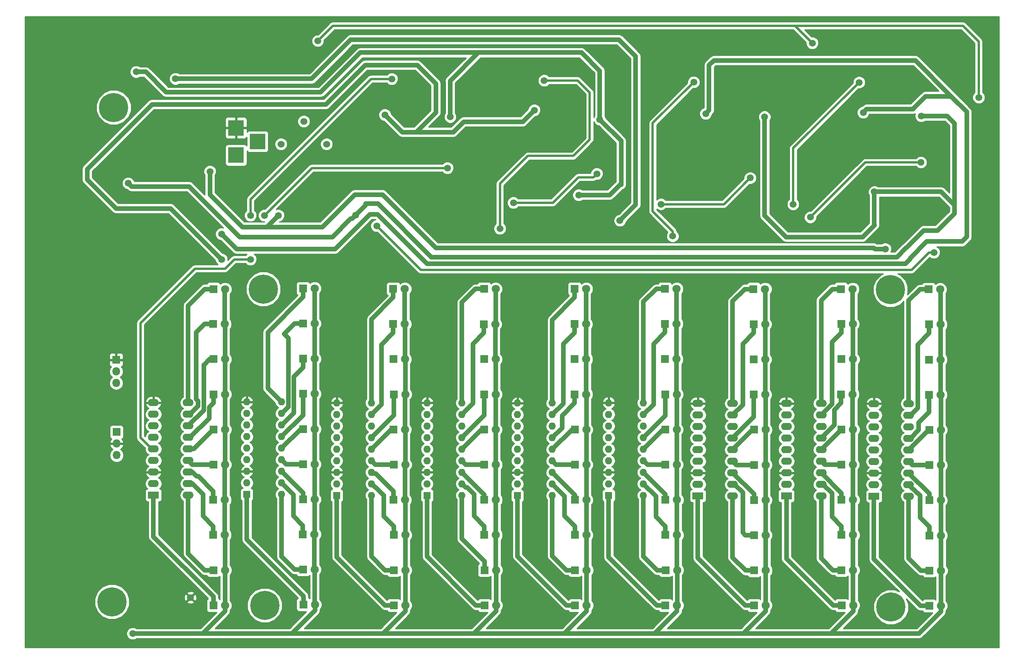
<source format=gbr>
G04 #@! TF.FileFunction,Copper,L1,Top,Mixed*
%FSLAX46Y46*%
G04 Gerber Fmt 4.6, Leading zero omitted, Abs format (unit mm)*
G04 Created by KiCad (PCBNEW 4.0.7) date 06/13/18 12:32:35*
%MOMM*%
%LPD*%
G01*
G04 APERTURE LIST*
%ADD10C,0.100000*%
%ADD11C,6.400000*%
%ADD12R,2.400000X1.600000*%
%ADD13O,2.400000X1.600000*%
%ADD14R,1.800000X1.800000*%
%ADD15O,1.800000X1.800000*%
%ADD16R,1.600000X1.600000*%
%ADD17O,1.600000X1.600000*%
%ADD18C,1.524000*%
%ADD19R,3.500000X3.500000*%
%ADD20C,1.800000*%
%ADD21C,1.500000*%
%ADD22C,0.500000*%
%ADD23C,1.000000*%
%ADD24C,0.254000*%
G04 APERTURE END LIST*
D10*
D11*
X290550000Y-190400000D03*
D12*
X286837000Y-166029200D03*
D13*
X294457000Y-145709200D03*
X286837000Y-163489200D03*
X294457000Y-148249200D03*
X286837000Y-160949200D03*
X294457000Y-150789200D03*
X286837000Y-158409200D03*
X294457000Y-153329200D03*
X286837000Y-155869200D03*
X294457000Y-155869200D03*
X286837000Y-153329200D03*
X294457000Y-158409200D03*
X286837000Y-150789200D03*
X294457000Y-160949200D03*
X286837000Y-148249200D03*
X294457000Y-163489200D03*
X286837000Y-145709200D03*
X294457000Y-166029200D03*
D12*
X248229000Y-165978400D03*
D13*
X255849000Y-145658400D03*
X248229000Y-163438400D03*
X255849000Y-148198400D03*
X248229000Y-160898400D03*
X255849000Y-150738400D03*
X248229000Y-158358400D03*
X255849000Y-153278400D03*
X248229000Y-155818400D03*
X255849000Y-155818400D03*
X248229000Y-153278400D03*
X255849000Y-158358400D03*
X248229000Y-150738400D03*
X255849000Y-160898400D03*
X248229000Y-148198400D03*
X255849000Y-163438400D03*
X248229000Y-145658400D03*
X255849000Y-165978400D03*
D12*
X267634600Y-165978400D03*
D13*
X275254600Y-145658400D03*
X267634600Y-163438400D03*
X275254600Y-148198400D03*
X267634600Y-160898400D03*
X275254600Y-150738400D03*
X267634600Y-158358400D03*
X275254600Y-153278400D03*
X267634600Y-155818400D03*
X275254600Y-155818400D03*
X267634600Y-153278400D03*
X275254600Y-158358400D03*
X267634600Y-150738400D03*
X275254600Y-160898400D03*
X267634600Y-148198400D03*
X275254600Y-163438400D03*
X267634600Y-145658400D03*
X275254600Y-165978400D03*
D14*
X120770000Y-151960000D03*
D15*
X120770000Y-154500000D03*
X120770000Y-157040000D03*
D16*
X228671000Y-165876800D03*
D17*
X236291000Y-145556800D03*
X228671000Y-163336800D03*
X236291000Y-148096800D03*
X228671000Y-160796800D03*
X236291000Y-150636800D03*
X228671000Y-158256800D03*
X236291000Y-153176800D03*
X228671000Y-155716800D03*
X236291000Y-155716800D03*
X228671000Y-153176800D03*
X236291000Y-158256800D03*
X228671000Y-150636800D03*
X236291000Y-160796800D03*
X228671000Y-148096800D03*
X236291000Y-163336800D03*
X228671000Y-145556800D03*
X236291000Y-165876800D03*
D16*
X169031800Y-165876800D03*
D17*
X176651800Y-145556800D03*
X169031800Y-163336800D03*
X176651800Y-148096800D03*
X169031800Y-160796800D03*
X176651800Y-150636800D03*
X169031800Y-158256800D03*
X176651800Y-153176800D03*
X169031800Y-155716800D03*
X176651800Y-155716800D03*
X169031800Y-153176800D03*
X176651800Y-158256800D03*
X169031800Y-150636800D03*
X176651800Y-160796800D03*
X169031800Y-148096800D03*
X176651800Y-163336800D03*
X169031800Y-145556800D03*
X176651800Y-165876800D03*
D16*
X208655800Y-165927600D03*
D17*
X216275800Y-145607600D03*
X208655800Y-163387600D03*
X216275800Y-148147600D03*
X208655800Y-160847600D03*
X216275800Y-150687600D03*
X208655800Y-158307600D03*
X216275800Y-153227600D03*
X208655800Y-155767600D03*
X216275800Y-155767600D03*
X208655800Y-153227600D03*
X216275800Y-158307600D03*
X208655800Y-150687600D03*
X216275800Y-160847600D03*
X208655800Y-148147600D03*
X216275800Y-163387600D03*
X208655800Y-145607600D03*
X216275800Y-165927600D03*
D16*
X149321400Y-165673600D03*
D17*
X156941400Y-145353600D03*
X149321400Y-163133600D03*
X156941400Y-147893600D03*
X149321400Y-160593600D03*
X156941400Y-150433600D03*
X149321400Y-158053600D03*
X156941400Y-152973600D03*
X149321400Y-155513600D03*
X156941400Y-155513600D03*
X149321400Y-152973600D03*
X156941400Y-158053600D03*
X149321400Y-150433600D03*
X156941400Y-160593600D03*
X149321400Y-147893600D03*
X156941400Y-163133600D03*
X149321400Y-145353600D03*
X156941400Y-165673600D03*
D16*
X188843800Y-165876800D03*
D17*
X196463800Y-145556800D03*
X188843800Y-163336800D03*
X196463800Y-148096800D03*
X188843800Y-160796800D03*
X196463800Y-150636800D03*
X188843800Y-158256800D03*
X196463800Y-153176800D03*
X188843800Y-155716800D03*
X196463800Y-155716800D03*
X188843800Y-153176800D03*
X196463800Y-158256800D03*
X188843800Y-150636800D03*
X196463800Y-160796800D03*
X188843800Y-148096800D03*
X196463800Y-163336800D03*
X188843800Y-145556800D03*
X196463800Y-165876800D03*
D12*
X128849000Y-165826000D03*
D13*
X136469000Y-145506000D03*
X128849000Y-163286000D03*
X136469000Y-148046000D03*
X128849000Y-160746000D03*
X136469000Y-150586000D03*
X128849000Y-158206000D03*
X136469000Y-153126000D03*
X128849000Y-155666000D03*
X136469000Y-155666000D03*
X128849000Y-153126000D03*
X136469000Y-158206000D03*
X128849000Y-150586000D03*
X136469000Y-160746000D03*
X128849000Y-148046000D03*
X136469000Y-163286000D03*
X128849000Y-145506000D03*
X136469000Y-165826000D03*
D14*
X120670200Y-136108000D03*
D15*
X120670200Y-138648000D03*
X120670200Y-141188000D03*
D18*
X161811000Y-83735000D03*
X156811000Y-88735000D03*
X166811000Y-88735000D03*
D19*
X146961000Y-91160000D03*
X146961000Y-85160000D03*
X151661000Y-88160000D03*
D14*
X298825800Y-120614000D03*
D20*
X301365800Y-120614000D03*
D14*
X298927400Y-128335600D03*
D20*
X301467400Y-128335600D03*
D14*
X298927400Y-136057200D03*
D20*
X301467400Y-136057200D03*
D14*
X298927400Y-143778800D03*
D20*
X301467400Y-143778800D03*
D14*
X298978200Y-151500400D03*
D20*
X301518200Y-151500400D03*
D14*
X298978200Y-159222000D03*
D20*
X301518200Y-159222000D03*
D14*
X298978200Y-166943600D03*
D20*
X301518200Y-166943600D03*
D14*
X298978200Y-174665200D03*
D20*
X301518200Y-174665200D03*
D14*
X299029000Y-182386800D03*
D20*
X301569000Y-182386800D03*
D14*
X298978200Y-190108400D03*
D20*
X301518200Y-190108400D03*
D14*
X260421000Y-120563200D03*
D20*
X262961000Y-120563200D03*
D14*
X260471800Y-128284800D03*
D20*
X263011800Y-128284800D03*
D14*
X260471800Y-136006400D03*
D20*
X263011800Y-136006400D03*
D14*
X260471800Y-143728000D03*
D20*
X263011800Y-143728000D03*
D14*
X260522600Y-151449600D03*
D20*
X263062600Y-151449600D03*
D14*
X260522600Y-159171200D03*
D20*
X263062600Y-159171200D03*
D14*
X260522600Y-166892800D03*
D20*
X263062600Y-166892800D03*
D14*
X260522600Y-174614400D03*
D20*
X263062600Y-174614400D03*
D14*
X260573400Y-182336000D03*
D20*
X263113400Y-182336000D03*
D14*
X260522600Y-190006800D03*
D20*
X263062600Y-190006800D03*
D14*
X279623400Y-120563200D03*
D20*
X282163400Y-120563200D03*
D14*
X279674200Y-128234000D03*
D20*
X282214200Y-128234000D03*
D14*
X279725000Y-135955600D03*
D20*
X282265000Y-135955600D03*
D14*
X279623400Y-143677200D03*
D20*
X282163400Y-143677200D03*
D14*
X279725000Y-151398800D03*
D20*
X282265000Y-151398800D03*
D14*
X279674200Y-159120400D03*
D20*
X282214200Y-159120400D03*
D14*
X279725000Y-166842000D03*
D20*
X282265000Y-166842000D03*
D14*
X279725000Y-174563600D03*
D20*
X282265000Y-174563600D03*
D14*
X279725000Y-182285200D03*
D20*
X282265000Y-182285200D03*
D14*
X279775800Y-190006800D03*
D20*
X282315800Y-190006800D03*
D14*
X241015400Y-120512400D03*
D20*
X243555400Y-120512400D03*
D14*
X181427000Y-120512400D03*
D20*
X183967000Y-120512400D03*
D14*
X241015400Y-128183200D03*
D20*
X243555400Y-128183200D03*
D14*
X181427000Y-128234000D03*
D20*
X183967000Y-128234000D03*
D14*
X241015400Y-135955600D03*
D20*
X243555400Y-135955600D03*
D14*
X181477800Y-135955600D03*
D20*
X184017800Y-135955600D03*
D14*
X241066200Y-143677200D03*
D20*
X243606200Y-143677200D03*
D14*
X181528600Y-143677200D03*
D20*
X184068600Y-143677200D03*
D14*
X241066200Y-151398800D03*
D20*
X243606200Y-151398800D03*
D14*
X181477800Y-151398800D03*
D20*
X184017800Y-151398800D03*
D14*
X241066200Y-159120400D03*
D20*
X243606200Y-159120400D03*
D14*
X181528600Y-159120400D03*
D20*
X184068600Y-159120400D03*
D14*
X241117000Y-166842000D03*
D20*
X243657000Y-166842000D03*
D14*
X181477800Y-166842000D03*
D20*
X184017800Y-166842000D03*
D14*
X241117000Y-174563600D03*
D20*
X243657000Y-174563600D03*
D14*
X181528600Y-174563600D03*
D20*
X184068600Y-174563600D03*
D14*
X241167800Y-182285200D03*
D20*
X243707800Y-182285200D03*
D14*
X181528600Y-182285200D03*
D20*
X184068600Y-182285200D03*
D14*
X241117000Y-190006800D03*
D20*
X243657000Y-190006800D03*
D14*
X181528600Y-190006800D03*
D20*
X184068600Y-190006800D03*
D14*
X221203400Y-120512400D03*
D20*
X223743400Y-120512400D03*
D14*
X161665800Y-120410800D03*
D20*
X164205800Y-120410800D03*
D14*
X221152600Y-128234000D03*
D20*
X223692600Y-128234000D03*
D14*
X161665800Y-128132400D03*
D20*
X164205800Y-128132400D03*
D14*
X221203400Y-135955600D03*
D20*
X223743400Y-135955600D03*
D14*
X161665800Y-135854000D03*
D20*
X164205800Y-135854000D03*
D14*
X221203400Y-143677200D03*
D20*
X223743400Y-143677200D03*
D14*
X161665800Y-143575600D03*
D20*
X164205800Y-143575600D03*
D14*
X221254200Y-151398800D03*
D20*
X223794200Y-151398800D03*
D14*
X161665800Y-151297200D03*
D20*
X164205800Y-151297200D03*
D14*
X221254200Y-159120400D03*
D20*
X223794200Y-159120400D03*
D14*
X161665800Y-159018800D03*
D20*
X164205800Y-159018800D03*
D14*
X221254200Y-166842000D03*
D20*
X223794200Y-166842000D03*
D14*
X161665800Y-166740400D03*
D20*
X164205800Y-166740400D03*
D14*
X221254200Y-174563600D03*
D20*
X223794200Y-174563600D03*
D14*
X161615000Y-174411200D03*
D20*
X164155000Y-174411200D03*
D14*
X221305000Y-182285200D03*
D20*
X223845000Y-182285200D03*
D14*
X161665800Y-182132800D03*
D20*
X164205800Y-182132800D03*
D14*
X221305000Y-190006800D03*
D20*
X223845000Y-190006800D03*
D14*
X161716600Y-189854400D03*
D20*
X164256600Y-189854400D03*
D14*
X201340600Y-120512400D03*
D20*
X203880600Y-120512400D03*
D14*
X142006200Y-120563200D03*
D20*
X144546200Y-120563200D03*
D14*
X201289800Y-128284800D03*
D20*
X203829800Y-128284800D03*
D14*
X141955400Y-128234000D03*
D20*
X144495400Y-128234000D03*
D14*
X201340600Y-135955600D03*
D20*
X203880600Y-135955600D03*
D14*
X142006200Y-135955600D03*
D20*
X144546200Y-135955600D03*
D14*
X201340600Y-143677200D03*
D20*
X203880600Y-143677200D03*
D14*
X142006200Y-143677200D03*
D20*
X144546200Y-143677200D03*
D14*
X201340600Y-151398800D03*
D20*
X203880600Y-151398800D03*
D14*
X142006200Y-151398800D03*
D20*
X144546200Y-151398800D03*
D14*
X201391400Y-159120400D03*
D20*
X203931400Y-159120400D03*
D14*
X142006200Y-159120400D03*
D20*
X144546200Y-159120400D03*
D14*
X201391400Y-166842000D03*
D20*
X203931400Y-166842000D03*
D14*
X141955400Y-166842000D03*
D20*
X144495400Y-166842000D03*
D14*
X201391400Y-174563600D03*
D20*
X203931400Y-174563600D03*
D14*
X141955400Y-174563600D03*
D20*
X144495400Y-174563600D03*
D14*
X201442200Y-182285200D03*
D20*
X203982200Y-182285200D03*
D14*
X142006200Y-182285200D03*
D20*
X144546200Y-182285200D03*
D14*
X201442200Y-190006800D03*
D20*
X203982200Y-190006800D03*
D14*
X142006200Y-190006800D03*
D20*
X144546200Y-190006800D03*
D11*
X119748000Y-189230000D03*
X120112944Y-80682944D03*
X290450000Y-120700000D03*
X153252944Y-190002944D03*
X152952944Y-120552944D03*
D21*
X136950000Y-188300000D03*
X124300000Y-196200000D03*
X309810000Y-78486000D03*
X273304000Y-66548000D03*
X164870000Y-66064000D03*
X262850000Y-82730000D03*
X173150000Y-104370000D03*
X123310000Y-97300000D03*
X297180000Y-82550000D03*
X286920000Y-99210000D03*
X179578000Y-82296000D03*
X212344000Y-81280000D03*
X284480000Y-81788000D03*
X143764000Y-108458000D03*
X141224000Y-94742000D03*
X289306000Y-111760000D03*
X231120000Y-105520000D03*
X133660000Y-74380000D03*
X299974000Y-112522000D03*
X177800000Y-106680000D03*
X156210000Y-104394000D03*
X249936000Y-82042000D03*
X153162000Y-104394000D03*
X193294000Y-93980000D03*
X150114000Y-104394000D03*
X181102000Y-74422000D03*
X226060000Y-95250000D03*
X207772000Y-101600000D03*
X214520000Y-74770000D03*
X204820000Y-107270000D03*
X259690000Y-96160000D03*
X240130000Y-101930000D03*
X242700000Y-108940000D03*
X247320000Y-75120000D03*
X272870000Y-104800000D03*
X297120000Y-92740000D03*
X283570000Y-75170000D03*
X269110000Y-101940000D03*
X222070000Y-99920000D03*
X193910000Y-82760000D03*
X226710000Y-83340000D03*
X143764000Y-114046000D03*
X125060000Y-72870000D03*
X150114000Y-114046000D03*
D22*
X193294000Y-93980000D02*
X163576000Y-93980000D01*
X163576000Y-93980000D02*
X153162000Y-104394000D01*
D23*
X231390000Y-97610000D02*
X231190000Y-97610000D01*
X231190000Y-97610000D02*
X228880000Y-99920000D01*
X228880000Y-99920000D02*
X222070000Y-99920000D01*
X231390000Y-88020000D02*
X231390000Y-97610000D01*
X226710000Y-83340000D02*
X231390000Y-88020000D01*
X165480000Y-77330000D02*
X174190000Y-68620000D01*
X174190000Y-68620000D02*
X200140000Y-68620000D01*
X131630000Y-77330000D02*
X165480000Y-77330000D01*
X127170000Y-72870000D02*
X131630000Y-77330000D01*
X125060000Y-72870000D02*
X127170000Y-72870000D01*
X193890000Y-74870000D02*
X193910000Y-74890000D01*
X193910000Y-74890000D02*
X193910000Y-82760000D01*
X200140000Y-68620000D02*
X193890000Y-74870000D01*
X222670000Y-68620000D02*
X200140000Y-68620000D01*
X226710000Y-72660000D02*
X222670000Y-68620000D01*
X226710000Y-83340000D02*
X226710000Y-72660000D01*
X173150000Y-104370000D02*
X172400001Y-105119999D01*
X172400001Y-105119999D02*
X172100001Y-105119999D01*
X172100001Y-105119999D02*
X168060000Y-109160000D01*
X304500000Y-102170000D02*
X304500000Y-103960000D01*
X304500000Y-103960000D02*
X300770000Y-107690000D01*
X178054000Y-101810000D02*
X175410000Y-101810000D01*
X300770000Y-107690000D02*
X297760000Y-107690000D01*
X297760000Y-107690000D02*
X294010000Y-111440000D01*
X293944000Y-111440000D02*
X291846000Y-113538000D01*
X175410000Y-101810000D02*
X175410000Y-102110000D01*
X294010000Y-111440000D02*
X293944000Y-111440000D01*
X291846000Y-113538000D02*
X189782000Y-113538000D01*
X189782000Y-113538000D02*
X178054000Y-101810000D01*
X175410000Y-102110000D02*
X173150000Y-104370000D01*
X286940000Y-106500000D02*
X286920000Y-106480000D01*
X286920000Y-106480000D02*
X286920000Y-99210000D01*
X284300000Y-109140000D02*
X286940000Y-106500000D01*
X267560000Y-109140000D02*
X284300000Y-109140000D01*
X262850000Y-104430000D02*
X267560000Y-109140000D01*
X262850000Y-82730000D02*
X262850000Y-104430000D01*
X304500000Y-102170000D02*
X304500000Y-84200000D01*
X286920000Y-99210000D02*
X301540000Y-99210000D01*
X301540000Y-99210000D02*
X304500000Y-102170000D01*
X123310000Y-97300000D02*
X124059999Y-98049999D01*
X124059999Y-98049999D02*
X136669999Y-98049999D01*
X136669999Y-98049999D02*
X147780000Y-109160000D01*
X147780000Y-109160000D02*
X168060000Y-109160000D01*
X302850000Y-82550000D02*
X297180000Y-82550000D01*
X304500000Y-84200000D02*
X302850000Y-82550000D01*
X153670000Y-106934000D02*
X154396000Y-106934000D01*
X154396000Y-106934000D02*
X154400000Y-106930000D01*
X286766000Y-111506000D02*
X287020000Y-111760000D01*
X154400000Y-106930000D02*
X165890000Y-106930000D01*
X165890000Y-106930000D02*
X173002000Y-99818000D01*
X287020000Y-111760000D02*
X289306000Y-111760000D01*
X173002000Y-99818000D02*
X173006000Y-99822000D01*
X173006000Y-99822000D02*
X179070000Y-99822000D01*
X179070000Y-99822000D02*
X190754000Y-111506000D01*
X190754000Y-111506000D02*
X286766000Y-111506000D01*
X153670000Y-106934000D02*
X148336000Y-106934000D01*
X156210000Y-104394000D02*
X155460001Y-105143999D01*
X155460001Y-105143999D02*
X153670000Y-106934000D01*
X148336000Y-106934000D02*
X141478000Y-100076000D01*
X141478000Y-100076000D02*
X141224000Y-99822000D01*
X141224000Y-99822000D02*
X141224000Y-94742000D01*
X188920000Y-114990000D02*
X293710000Y-114990000D01*
X176276000Y-104140000D02*
X178020000Y-104140000D01*
X188920000Y-114990000D02*
X188870000Y-114990000D01*
X188870000Y-114990000D02*
X178020000Y-104140000D01*
X294718000Y-113792000D02*
X294718000Y-113982000D01*
X294718000Y-113982000D02*
X293710000Y-114990000D01*
X307200000Y-81648000D02*
X303770000Y-78218000D01*
X303770000Y-78218000D02*
X295910000Y-70358000D01*
X295405999Y-80964001D02*
X298152000Y-78218000D01*
X298152000Y-78218000D02*
X303770000Y-78218000D01*
X295405999Y-81038001D02*
X295405999Y-80964001D01*
X143764000Y-108458000D02*
X147066000Y-111760000D01*
X294718000Y-113792000D02*
X298380000Y-110130000D01*
X147066000Y-111760000D02*
X168656000Y-111760000D01*
X168656000Y-111760000D02*
X176276000Y-104140000D01*
X250685999Y-81292001D02*
X249936000Y-82042000D01*
X250685999Y-71386001D02*
X250685999Y-81292001D01*
X298380000Y-110130000D02*
X306170000Y-110130000D01*
X306170000Y-110130000D02*
X307200000Y-109100000D01*
X307200000Y-109100000D02*
X307200000Y-81648000D01*
X295910000Y-70358000D02*
X251714000Y-70358000D01*
X251714000Y-70358000D02*
X250685999Y-71386001D01*
X285229999Y-81038001D02*
X295405999Y-81038001D01*
X284480000Y-81788000D02*
X285229999Y-81038001D01*
X172110000Y-65800000D02*
X163530000Y-74380000D01*
X163530000Y-74380000D02*
X133660000Y-74380000D01*
X230920000Y-65800000D02*
X172110000Y-65800000D01*
X234590000Y-69470000D02*
X230920000Y-65800000D01*
X234590000Y-102040000D02*
X234590000Y-69470000D01*
X231869999Y-104760001D02*
X234590000Y-102040000D01*
X231120000Y-105520000D02*
X231869999Y-104770001D01*
X231869999Y-104770001D02*
X231869999Y-104760001D01*
X194564000Y-86106000D02*
X186436000Y-86106000D01*
X190754000Y-81788000D02*
X186436000Y-86106000D01*
X186436000Y-86106000D02*
X183388000Y-86106000D01*
X143764000Y-114046000D02*
X132588000Y-102870000D01*
X175260000Y-71374000D02*
X186690000Y-71374000D01*
X132588000Y-102870000D02*
X120650000Y-102870000D01*
X120650000Y-102870000D02*
X114300000Y-96520000D01*
X114300000Y-96520000D02*
X114300000Y-94234000D01*
X114300000Y-94234000D02*
X128524000Y-80010000D01*
X128524000Y-80010000D02*
X166624000Y-80010000D01*
X166624000Y-80010000D02*
X175260000Y-71374000D01*
X186690000Y-71374000D02*
X190754000Y-75438000D01*
X190754000Y-75438000D02*
X190754000Y-81788000D01*
X196850000Y-83820000D02*
X209804000Y-83820000D01*
X209804000Y-83820000D02*
X212344000Y-81280000D01*
X183388000Y-86106000D02*
X179578000Y-82296000D01*
X196850000Y-83820000D02*
X194564000Y-86106000D01*
D22*
X150114000Y-100838000D02*
X176530000Y-74422000D01*
X176530000Y-74422000D02*
X181102000Y-74422000D01*
X150114000Y-104394000D02*
X150114000Y-100838000D01*
X216408000Y-101600000D02*
X207772000Y-101600000D01*
X222008001Y-95999999D02*
X216408000Y-101600000D01*
X226060000Y-95250000D02*
X225310001Y-95999999D01*
X225310001Y-95999999D02*
X222008001Y-95999999D01*
X214520000Y-74770000D02*
X221840000Y-74770000D01*
X224490000Y-87750000D02*
X220920000Y-91320000D01*
X220920000Y-91320000D02*
X210940000Y-91320000D01*
X221840000Y-74770000D02*
X221850000Y-74760000D01*
X221850000Y-74760000D02*
X224490000Y-77400000D01*
X204830000Y-106199340D02*
X204820000Y-106209340D01*
X224490000Y-77400000D02*
X224490000Y-87750000D01*
X210940000Y-91320000D02*
X204830000Y-97430000D01*
X204830000Y-97430000D02*
X204830000Y-106199340D01*
X204820000Y-106209340D02*
X204820000Y-107270000D01*
X259690000Y-96160000D02*
X253920000Y-101930000D01*
X253920000Y-101930000D02*
X240130000Y-101930000D01*
X242700000Y-108940000D02*
X242700000Y-107879340D01*
X242700000Y-107879340D02*
X238300000Y-103479340D01*
X238300000Y-84140000D02*
X247320000Y-75120000D01*
X238300000Y-103479340D02*
X238300000Y-84140000D01*
X297120000Y-92740000D02*
X284930000Y-92740000D01*
X284930000Y-92740000D02*
X272870000Y-104800000D01*
X283570000Y-75170000D02*
X269110000Y-89630000D01*
X269110000Y-89630000D02*
X269110000Y-101940000D01*
X125984000Y-133975398D02*
X125984000Y-134366000D01*
X125984000Y-134366000D02*
X125984000Y-153201000D01*
X150114000Y-114046000D02*
X146558000Y-114046000D01*
X146558000Y-114046000D02*
X144526000Y-116078000D01*
X144526000Y-116078000D02*
X137922000Y-116078000D01*
X137922000Y-116078000D02*
X125984000Y-128016000D01*
X125984000Y-128016000D02*
X125984000Y-134366000D01*
X125984000Y-153201000D02*
X128449000Y-155666000D01*
X128449000Y-155666000D02*
X128849000Y-155666000D01*
D23*
X164205800Y-182132800D02*
X164205800Y-189803600D01*
X164205800Y-189803600D02*
X164256600Y-189854400D01*
X164155000Y-174411200D02*
X164155000Y-182082000D01*
X164155000Y-182082000D02*
X164205800Y-182132800D01*
X164205800Y-166740400D02*
X164205800Y-174360400D01*
X164205800Y-174360400D02*
X164155000Y-174411200D01*
X164205800Y-159018800D02*
X164205800Y-166740400D01*
X164205800Y-151297200D02*
X164205800Y-159018800D01*
X164205800Y-143575600D02*
X164205800Y-151297200D01*
X164205800Y-135854000D02*
X164205800Y-143575600D01*
X164205800Y-128132400D02*
X164205800Y-135854000D01*
X164205800Y-120410800D02*
X164205800Y-128132400D01*
X183967000Y-128234000D02*
X183967000Y-120512400D01*
X184017800Y-135955600D02*
X184017800Y-128284800D01*
X184017800Y-128284800D02*
X183967000Y-128234000D01*
X184068600Y-143677200D02*
X184068600Y-136006400D01*
X184068600Y-136006400D02*
X184017800Y-135955600D01*
X184017800Y-151398800D02*
X184017800Y-143728000D01*
X184017800Y-143728000D02*
X184068600Y-143677200D01*
X184068600Y-159120400D02*
X184068600Y-151449600D01*
X184068600Y-151449600D02*
X184017800Y-151398800D01*
X184017800Y-166842000D02*
X184017800Y-159171200D01*
X184017800Y-159171200D02*
X184068600Y-159120400D01*
X184068600Y-174563600D02*
X184068600Y-166892800D01*
X184068600Y-166892800D02*
X184017800Y-166842000D01*
X184068600Y-182285200D02*
X184068600Y-174563600D01*
X184068600Y-190006800D02*
X184068600Y-182285200D01*
X203982200Y-182285200D02*
X203982200Y-190006800D01*
X203931400Y-174563600D02*
X203931400Y-182234400D01*
X203931400Y-182234400D02*
X203982200Y-182285200D01*
X203931400Y-166842000D02*
X203931400Y-174563600D01*
X203931400Y-159120400D02*
X203931400Y-166842000D01*
X203880600Y-151398800D02*
X203880600Y-159069600D01*
X203880600Y-159069600D02*
X203931400Y-159120400D01*
X203880600Y-143677200D02*
X203880600Y-151398800D01*
X203880600Y-135955600D02*
X203880600Y-143677200D01*
X203829800Y-128284800D02*
X203829800Y-135904800D01*
X203829800Y-135904800D02*
X203880600Y-135955600D01*
X203880600Y-120512400D02*
X203880600Y-128234000D01*
X203880600Y-128234000D02*
X203829800Y-128284800D01*
X223692600Y-128234000D02*
X223692600Y-120563200D01*
X223692600Y-120563200D02*
X223743400Y-120512400D01*
X223743400Y-135955600D02*
X223743400Y-128284800D01*
X223743400Y-128284800D02*
X223692600Y-128234000D01*
X223743400Y-143677200D02*
X223743400Y-135955600D01*
X223794200Y-151398800D02*
X223794200Y-143728000D01*
X223794200Y-143728000D02*
X223743400Y-143677200D01*
X223794200Y-159120400D02*
X223794200Y-151398800D01*
X223794200Y-166842000D02*
X223794200Y-159120400D01*
X223794200Y-174563600D02*
X223794200Y-166842000D01*
X223845000Y-182285200D02*
X223845000Y-174614400D01*
X223845000Y-174614400D02*
X223794200Y-174563600D01*
X223845000Y-190006800D02*
X223845000Y-182285200D01*
X243707800Y-182285200D02*
X243707800Y-189956000D01*
X243707800Y-189956000D02*
X243657000Y-190006800D01*
X243657000Y-174563600D02*
X243657000Y-182234400D01*
X243657000Y-182234400D02*
X243707800Y-182285200D01*
X243657000Y-166842000D02*
X243657000Y-174563600D01*
X243606200Y-159120400D02*
X243606200Y-166791200D01*
X243606200Y-166791200D02*
X243657000Y-166842000D01*
X243606200Y-151398800D02*
X243606200Y-159120400D01*
X243606200Y-143677200D02*
X243606200Y-151398800D01*
X243555400Y-135955600D02*
X243555400Y-143626400D01*
X243555400Y-143626400D02*
X243606200Y-143677200D01*
X243555400Y-128183200D02*
X243555400Y-135955600D01*
X243555400Y-120512400D02*
X243555400Y-128183200D01*
X263011800Y-128284800D02*
X263011800Y-120614000D01*
X263011800Y-120614000D02*
X262961000Y-120563200D01*
X263011800Y-136006400D02*
X263011800Y-128284800D01*
X263011800Y-143728000D02*
X263011800Y-136006400D01*
X263062600Y-151449600D02*
X263062600Y-143778800D01*
X263062600Y-143778800D02*
X263011800Y-143728000D01*
X263062600Y-159171200D02*
X263062600Y-151449600D01*
X263062600Y-166892800D02*
X263062600Y-159171200D01*
X263062600Y-174614400D02*
X263062600Y-166892800D01*
X263113400Y-182336000D02*
X263113400Y-174665200D01*
X263113400Y-174665200D02*
X263062600Y-174614400D01*
X263062600Y-190006800D02*
X263062600Y-182386800D01*
X263062600Y-182386800D02*
X263113400Y-182336000D01*
X282265000Y-182285200D02*
X282265000Y-189956000D01*
X282265000Y-189956000D02*
X282315800Y-190006800D01*
X282265000Y-174563600D02*
X282265000Y-182285200D01*
X282265000Y-166842000D02*
X282265000Y-174563600D01*
X282214200Y-159120400D02*
X282214200Y-166791200D01*
X282214200Y-166791200D02*
X282265000Y-166842000D01*
X282265000Y-151398800D02*
X282265000Y-159069600D01*
X282265000Y-159069600D02*
X282214200Y-159120400D01*
X282163400Y-143677200D02*
X282163400Y-151297200D01*
X282163400Y-151297200D02*
X282265000Y-151398800D01*
X282265000Y-135955600D02*
X282265000Y-143575600D01*
X282265000Y-143575600D02*
X282163400Y-143677200D01*
X282214200Y-128234000D02*
X282214200Y-135904800D01*
X282214200Y-135904800D02*
X282265000Y-135955600D01*
X282163400Y-120563200D02*
X282163400Y-128183200D01*
X282163400Y-128183200D02*
X282214200Y-128234000D01*
X301467400Y-128335600D02*
X301467400Y-120715600D01*
X301467400Y-120715600D02*
X301365800Y-120614000D01*
X301467400Y-136057200D02*
X301467400Y-128335600D01*
X301467400Y-143778800D02*
X301467400Y-136057200D01*
X301518200Y-151500400D02*
X301518200Y-143829600D01*
X301518200Y-143829600D02*
X301467400Y-143778800D01*
X301518200Y-159222000D02*
X301518200Y-151500400D01*
X301518200Y-166943600D02*
X301518200Y-159222000D01*
X301518200Y-174665200D02*
X301518200Y-166943600D01*
X301569000Y-182386800D02*
X301569000Y-174716000D01*
X301569000Y-174716000D02*
X301518200Y-174665200D01*
X301518200Y-190108400D02*
X301518200Y-182437600D01*
X301518200Y-182437600D02*
X301569000Y-182386800D01*
X277395392Y-196200000D02*
X296699392Y-196200000D01*
X296699392Y-196200000D02*
X301518200Y-191381192D01*
X301518200Y-191381192D02*
X301518200Y-190108400D01*
X258142192Y-196200000D02*
X277395392Y-196200000D01*
X277395392Y-196200000D02*
X282315800Y-191279592D01*
X282315800Y-191279592D02*
X282315800Y-190006800D01*
X238736592Y-196200000D02*
X258142192Y-196200000D01*
X258142192Y-196200000D02*
X263062600Y-191279592D01*
X263062600Y-191279592D02*
X263062600Y-190006800D01*
X218924592Y-196200000D02*
X238736592Y-196200000D01*
X238736592Y-196200000D02*
X243657000Y-191279592D01*
X243657000Y-191279592D02*
X243657000Y-190006800D01*
X199061792Y-196200000D02*
X218924592Y-196200000D01*
X218924592Y-196200000D02*
X223845000Y-191279592D01*
X223845000Y-191279592D02*
X223845000Y-190006800D01*
X179148192Y-196200000D02*
X199061792Y-196200000D01*
X199061792Y-196200000D02*
X203982200Y-191279592D01*
X203982200Y-191279592D02*
X203982200Y-190006800D01*
X159183792Y-196200000D02*
X179148192Y-196200000D01*
X179148192Y-196200000D02*
X184068600Y-191279592D01*
X184068600Y-191279592D02*
X184068600Y-190006800D01*
X139625792Y-196200000D02*
X159183792Y-196200000D01*
X159183792Y-196200000D02*
X164256600Y-191127192D01*
X164256600Y-191127192D02*
X164256600Y-189854400D01*
X144495400Y-128234000D02*
X144495400Y-120614000D01*
X144495400Y-120614000D02*
X144546200Y-120563200D01*
X144546200Y-135955600D02*
X144546200Y-128284800D01*
X144546200Y-128284800D02*
X144495400Y-128234000D01*
X144546200Y-143677200D02*
X144546200Y-135955600D01*
X144546200Y-151398800D02*
X144546200Y-143677200D01*
X144546200Y-159120400D02*
X144546200Y-151398800D01*
X144495400Y-166842000D02*
X144495400Y-159171200D01*
X144495400Y-159171200D02*
X144546200Y-159120400D01*
X144495400Y-174563600D02*
X144495400Y-166842000D01*
X144546200Y-182285200D02*
X144546200Y-174614400D01*
X144546200Y-174614400D02*
X144495400Y-174563600D01*
X144546200Y-190006800D02*
X144546200Y-182285200D01*
X144546200Y-190006800D02*
X144546200Y-191279592D01*
X139625792Y-196200000D02*
X125360660Y-196200000D01*
X144546200Y-191279592D02*
X139625792Y-196200000D01*
X125360660Y-196200000D02*
X124300000Y-196200000D01*
X142006200Y-190006800D02*
X142006200Y-188106800D01*
X142006200Y-188106800D02*
X128849000Y-174949600D01*
X128849000Y-174949600D02*
X128849000Y-167626000D01*
X128849000Y-167626000D02*
X128849000Y-165826000D01*
X201442200Y-190006800D02*
X199542200Y-190006800D01*
X199542200Y-190006800D02*
X188843800Y-179308400D01*
X188843800Y-179308400D02*
X188843800Y-167676800D01*
X188843800Y-167676800D02*
X188843800Y-165876800D01*
X136469000Y-165826000D02*
X136469000Y-178648000D01*
X136469000Y-178648000D02*
X140106200Y-182285200D01*
X140106200Y-182285200D02*
X142006200Y-182285200D01*
X201442200Y-182285200D02*
X201442200Y-180385200D01*
X201442200Y-180385200D02*
X196463800Y-175406800D01*
X196463800Y-175406800D02*
X196463800Y-167008170D01*
X196463800Y-167008170D02*
X196463800Y-165876800D01*
X141955400Y-174563600D02*
X141955400Y-172663600D01*
X141955400Y-172663600D02*
X139700000Y-170408200D01*
X139700000Y-170408200D02*
X139700000Y-165608000D01*
X139700000Y-165608000D02*
X137378000Y-163286000D01*
X137378000Y-163286000D02*
X136469000Y-163286000D01*
X199136000Y-165608000D02*
X199136000Y-170408200D01*
X199136000Y-170408200D02*
X201391400Y-172663600D01*
X197664799Y-164136799D02*
X199136000Y-165608000D01*
X196463800Y-163336800D02*
X197263799Y-164136799D01*
X197263799Y-164136799D02*
X197664799Y-164136799D01*
X201391400Y-174563600D02*
X201391400Y-172663600D01*
X138302600Y-161670600D02*
X137378000Y-160746000D01*
X137378000Y-160746000D02*
X136469000Y-160746000D01*
X138684000Y-161670600D02*
X138302600Y-161670600D01*
X141955400Y-166842000D02*
X141955400Y-164942000D01*
X141955400Y-164942000D02*
X138684000Y-161670600D01*
X201391400Y-166842000D02*
X201391400Y-165724400D01*
X201391400Y-165724400D02*
X196463800Y-160796800D01*
X142006200Y-159120400D02*
X137383400Y-159120400D01*
X137383400Y-159120400D02*
X136469000Y-158206000D01*
X201391400Y-159120400D02*
X197327400Y-159120400D01*
X197327400Y-159120400D02*
X196463800Y-158256800D01*
X142006200Y-151398800D02*
X141971200Y-151398800D01*
X141971200Y-151398800D02*
X137704000Y-155666000D01*
X137704000Y-155666000D02*
X136469000Y-155666000D01*
X201340600Y-151398800D02*
X200781800Y-151398800D01*
X200781800Y-151398800D02*
X196463800Y-155716800D01*
X142006200Y-143677200D02*
X142006200Y-145577200D01*
X142006200Y-145577200D02*
X141069020Y-146514380D01*
X141069020Y-146514380D02*
X141069020Y-148925980D01*
X141069020Y-148925980D02*
X136869000Y-153126000D01*
X136869000Y-153126000D02*
X136469000Y-153126000D01*
X201340600Y-143677200D02*
X201340600Y-148300000D01*
X201340600Y-148300000D02*
X196463800Y-153176800D01*
X139869010Y-147167324D02*
X139869010Y-137160000D01*
X141158400Y-135955600D02*
X139954000Y-137160000D01*
X139954000Y-137160000D02*
X139869010Y-137160000D01*
X142006200Y-135955600D02*
X141158400Y-135955600D01*
X136469000Y-150586000D02*
X136469000Y-150567334D01*
X136469000Y-150567334D02*
X139869010Y-147167324D01*
X138176000Y-130113400D02*
X138176000Y-144691666D01*
X138176000Y-144691666D02*
X138669000Y-145184666D01*
X138669000Y-145184666D02*
X138669000Y-146246000D01*
X136869000Y-148046000D02*
X136469000Y-148046000D01*
X138669000Y-146246000D02*
X136869000Y-148046000D01*
X141955400Y-128234000D02*
X140055400Y-128234000D01*
X140055400Y-128234000D02*
X138176000Y-130113400D01*
X198882000Y-132592600D02*
X198882000Y-145678600D01*
X198882000Y-145678600D02*
X196463800Y-148096800D01*
X201289800Y-128284800D02*
X201289800Y-130184800D01*
X201289800Y-130184800D02*
X198882000Y-132592600D01*
X142006200Y-120563200D02*
X140106200Y-120563200D01*
X140106200Y-120563200D02*
X136469000Y-124200400D01*
X136469000Y-124200400D02*
X136469000Y-143706000D01*
X136469000Y-143706000D02*
X136469000Y-145506000D01*
X196463800Y-145556800D02*
X196463800Y-123489200D01*
X196463800Y-123489200D02*
X199440600Y-120512400D01*
X199440600Y-120512400D02*
X201340600Y-120512400D01*
X161716600Y-189854400D02*
X161716600Y-187954400D01*
X161716600Y-187954400D02*
X149321400Y-175559200D01*
X149321400Y-175559200D02*
X149321400Y-167473600D01*
X149321400Y-167473600D02*
X149321400Y-165673600D01*
X221305000Y-190006800D02*
X219405000Y-190006800D01*
X219405000Y-190006800D02*
X208655800Y-179257600D01*
X208655800Y-179257600D02*
X208655800Y-167727600D01*
X208655800Y-167727600D02*
X208655800Y-165927600D01*
X156941400Y-165673600D02*
X156941400Y-179308400D01*
X156941400Y-179308400D02*
X159765800Y-182132800D01*
X159765800Y-182132800D02*
X161665800Y-182132800D01*
X216275800Y-165927600D02*
X216275800Y-179156000D01*
X216275800Y-179156000D02*
X219405000Y-182285200D01*
X219405000Y-182285200D02*
X221305000Y-182285200D01*
X159512000Y-170408200D02*
X159512000Y-165704200D01*
X159512000Y-165704200D02*
X156941400Y-163133600D01*
X161615000Y-174411200D02*
X161615000Y-172511200D01*
X161615000Y-172511200D02*
X159512000Y-170408200D01*
X218948000Y-170357400D02*
X218948000Y-166059800D01*
X218948000Y-166059800D02*
X216275800Y-163387600D01*
X221254200Y-174563600D02*
X221254200Y-172663600D01*
X221254200Y-172663600D02*
X218948000Y-170357400D01*
X161665800Y-166740400D02*
X161665800Y-165318000D01*
X161665800Y-165318000D02*
X156941400Y-160593600D01*
X216275800Y-160847600D02*
X221254200Y-165826000D01*
X221254200Y-165826000D02*
X221254200Y-166842000D01*
X161665800Y-159018800D02*
X157906600Y-159018800D01*
X157906600Y-159018800D02*
X156941400Y-158053600D01*
X221254200Y-159120400D02*
X217088600Y-159120400D01*
X217088600Y-159120400D02*
X216275800Y-158307600D01*
X161665800Y-151297200D02*
X161157800Y-151297200D01*
X161157800Y-151297200D02*
X156941400Y-155513600D01*
X221254200Y-151398800D02*
X220644600Y-151398800D01*
X220644600Y-151398800D02*
X216275800Y-155767600D01*
X161665800Y-143575600D02*
X161665800Y-148249200D01*
X161665800Y-148249200D02*
X156941400Y-152973600D01*
X218440000Y-148340600D02*
X218440000Y-151063400D01*
X218440000Y-151063400D02*
X216275800Y-153227600D01*
X221203400Y-143677200D02*
X221203400Y-145577200D01*
X221203400Y-145577200D02*
X218440000Y-148340600D01*
X161665800Y-135854000D02*
X161665800Y-137754000D01*
X157741399Y-149633601D02*
X156941400Y-150433600D01*
X161665800Y-137754000D02*
X159641411Y-139778389D01*
X159641411Y-139778389D02*
X159641411Y-147733589D01*
X159641411Y-147733589D02*
X157741399Y-149633601D01*
X157480000Y-130418200D02*
X158441401Y-131379601D01*
X158441401Y-131379601D02*
X158441401Y-146393599D01*
X158441401Y-146393599D02*
X157741399Y-147093601D01*
X157741399Y-147093601D02*
X156941400Y-147893600D01*
X161665800Y-128132400D02*
X159765800Y-128132400D01*
X159765800Y-128132400D02*
X157480000Y-130418200D01*
X218694000Y-132592600D02*
X218694000Y-145729400D01*
X218694000Y-145729400D02*
X216275800Y-148147600D01*
X221152600Y-128234000D02*
X221152600Y-130134000D01*
X221152600Y-130134000D02*
X218694000Y-132592600D01*
X153924000Y-130052600D02*
X153924000Y-142336200D01*
X153924000Y-142336200D02*
X156941400Y-145353600D01*
X161665800Y-120410800D02*
X161665800Y-122310800D01*
X161665800Y-122310800D02*
X153924000Y-130052600D01*
X221203400Y-120512400D02*
X221203400Y-122412400D01*
X221203400Y-122412400D02*
X216275800Y-127340000D01*
X216275800Y-127340000D02*
X216275800Y-144476230D01*
X216275800Y-144476230D02*
X216275800Y-145607600D01*
X181528600Y-190006800D02*
X179628600Y-190006800D01*
X179628600Y-190006800D02*
X169031800Y-179410000D01*
X169031800Y-179410000D02*
X169031800Y-167676800D01*
X169031800Y-167676800D02*
X169031800Y-165876800D01*
X228671000Y-165876800D02*
X228671000Y-179460800D01*
X228671000Y-179460800D02*
X239217000Y-190006800D01*
X239217000Y-190006800D02*
X241117000Y-190006800D01*
X176651800Y-165876800D02*
X176651800Y-179308400D01*
X176651800Y-179308400D02*
X179628600Y-182285200D01*
X179628600Y-182285200D02*
X181528600Y-182285200D01*
X236291000Y-165876800D02*
X236291000Y-179308400D01*
X236291000Y-179308400D02*
X239267800Y-182285200D01*
X239267800Y-182285200D02*
X241167800Y-182285200D01*
X179324000Y-165862000D02*
X179324000Y-170459000D01*
X179324000Y-170459000D02*
X181528600Y-172663600D01*
X181528600Y-172663600D02*
X181528600Y-174563600D01*
X177598799Y-164136799D02*
X179324000Y-165862000D01*
X176651800Y-163336800D02*
X177451799Y-164136799D01*
X177451799Y-164136799D02*
X177598799Y-164136799D01*
X239014000Y-166059800D02*
X239014000Y-170560600D01*
X239014000Y-170560600D02*
X241117000Y-172663600D01*
X241117000Y-172663600D02*
X241117000Y-174563600D01*
X236291000Y-163336800D02*
X239014000Y-166059800D01*
X177571800Y-161036000D02*
X176891000Y-161036000D01*
X176891000Y-161036000D02*
X176651800Y-160796800D01*
X181477800Y-166842000D02*
X181477800Y-164942000D01*
X181477800Y-164942000D02*
X177571800Y-161036000D01*
X236291000Y-160796800D02*
X241117000Y-165622800D01*
X241117000Y-165622800D02*
X241117000Y-166842000D01*
X181528600Y-159120400D02*
X177515400Y-159120400D01*
X177515400Y-159120400D02*
X176651800Y-158256800D01*
X241066200Y-159120400D02*
X237154600Y-159120400D01*
X237154600Y-159120400D02*
X236291000Y-158256800D01*
X181477800Y-151398800D02*
X180969800Y-151398800D01*
X180969800Y-151398800D02*
X176651800Y-155716800D01*
X241066200Y-151398800D02*
X240609000Y-151398800D01*
X240609000Y-151398800D02*
X236291000Y-155716800D01*
X181528600Y-143677200D02*
X181528600Y-148300000D01*
X181528600Y-148300000D02*
X176651800Y-153176800D01*
X241066200Y-143677200D02*
X241066200Y-148401600D01*
X241066200Y-148401600D02*
X236291000Y-153176800D01*
X181427000Y-130134000D02*
X178816000Y-132745000D01*
X178816000Y-132745000D02*
X178816000Y-145932600D01*
X178816000Y-145932600D02*
X177451799Y-147296801D01*
X181427000Y-128234000D02*
X181427000Y-130134000D01*
X177451799Y-147296801D02*
X176651800Y-148096800D01*
X238506000Y-132592600D02*
X238506000Y-145881800D01*
X238506000Y-145881800D02*
X236291000Y-148096800D01*
X241015400Y-128183200D02*
X241015400Y-130083200D01*
X241015400Y-130083200D02*
X238506000Y-132592600D01*
X181427000Y-120512400D02*
X181427000Y-122412400D01*
X181427000Y-122412400D02*
X176651800Y-127187600D01*
X176651800Y-127187600D02*
X176651800Y-144425430D01*
X176651800Y-144425430D02*
X176651800Y-145556800D01*
X241015400Y-120512400D02*
X239115400Y-120512400D01*
X239115400Y-120512400D02*
X236291000Y-123336800D01*
X236291000Y-123336800D02*
X236291000Y-144425430D01*
X236291000Y-144425430D02*
X236291000Y-145556800D01*
X267634600Y-165978400D02*
X267634600Y-179765600D01*
X267634600Y-179765600D02*
X277875800Y-190006800D01*
X277875800Y-190006800D02*
X279775800Y-190006800D01*
X275254600Y-165978400D02*
X275254600Y-179714800D01*
X275254600Y-179714800D02*
X277825000Y-182285200D01*
X277825000Y-182285200D02*
X279725000Y-182285200D01*
X277622000Y-170560600D02*
X277622000Y-165405800D01*
X277622000Y-165405800D02*
X275654600Y-163438400D01*
X275654600Y-163438400D02*
X275254600Y-163438400D01*
X279725000Y-174563600D02*
X279725000Y-172663600D01*
X279725000Y-172663600D02*
X277622000Y-170560600D01*
X279725000Y-166842000D02*
X279725000Y-165368800D01*
X279725000Y-165368800D02*
X275254600Y-160898400D01*
X279674200Y-159120400D02*
X276016600Y-159120400D01*
X276016600Y-159120400D02*
X275254600Y-158358400D01*
X275254600Y-155818400D02*
X275305400Y-155818400D01*
X275305400Y-155818400D02*
X279725000Y-151398800D01*
X275254600Y-153278400D02*
X275254600Y-153259734D01*
X275254600Y-153259734D02*
X278124999Y-150389335D01*
X278124999Y-147075601D02*
X279623400Y-145577200D01*
X278124999Y-150389335D02*
X278124999Y-147075601D01*
X279623400Y-145577200D02*
X279623400Y-143677200D01*
X277622000Y-145812334D02*
X277622000Y-132186200D01*
X277622000Y-132186200D02*
X279674200Y-130134000D01*
X279674200Y-130134000D02*
X279674200Y-128234000D01*
X275254600Y-148198400D02*
X275254600Y-148179734D01*
X275254600Y-148179734D02*
X277622000Y-145812334D01*
X275254600Y-145658400D02*
X275254600Y-123032000D01*
X275254600Y-123032000D02*
X277723400Y-120563200D01*
X277723400Y-120563200D02*
X279623400Y-120563200D01*
X248229000Y-165978400D02*
X248229000Y-179613200D01*
X248229000Y-179613200D02*
X258622600Y-190006800D01*
X258622600Y-190006800D02*
X260522600Y-190006800D01*
X255849000Y-165978400D02*
X255849000Y-179511600D01*
X255849000Y-179511600D02*
X258673400Y-182336000D01*
X258673400Y-182336000D02*
X260573400Y-182336000D01*
X258064000Y-174055800D02*
X258064000Y-165253400D01*
X256249000Y-163438400D02*
X255849000Y-163438400D01*
X258064000Y-165253400D02*
X256249000Y-163438400D01*
X260522600Y-174614400D02*
X258622600Y-174614400D01*
X258622600Y-174614400D02*
X258064000Y-174055800D01*
X255849000Y-160898400D02*
X260522600Y-165572000D01*
X260522600Y-165572000D02*
X260522600Y-166892800D01*
X260522600Y-159171200D02*
X256661800Y-159171200D01*
X256661800Y-159171200D02*
X255849000Y-158358400D01*
X260522600Y-151449600D02*
X260217800Y-151449600D01*
X260217800Y-151449600D02*
X255849000Y-155818400D01*
X255849000Y-153278400D02*
X255849000Y-153259734D01*
X260471800Y-148636934D02*
X260471800Y-145628000D01*
X255849000Y-153259734D02*
X260471800Y-148636934D01*
X260471800Y-145628000D02*
X260471800Y-143728000D01*
X258064000Y-145964734D02*
X258064000Y-132592600D01*
X258064000Y-132592600D02*
X260471800Y-130184800D01*
X260471800Y-130184800D02*
X260471800Y-128284800D01*
X255849000Y-148198400D02*
X255849000Y-148179734D01*
X255849000Y-148179734D02*
X258064000Y-145964734D01*
X255849000Y-145658400D02*
X255849000Y-123235200D01*
X258521000Y-120563200D02*
X260421000Y-120563200D01*
X255849000Y-123235200D02*
X258521000Y-120563200D01*
X286837000Y-166029200D02*
X286837000Y-179867200D01*
X286837000Y-179867200D02*
X297078200Y-190108400D01*
X297078200Y-190108400D02*
X298978200Y-190108400D01*
X294457000Y-166029200D02*
X294457000Y-179714800D01*
X294457000Y-179714800D02*
X297129000Y-182386800D01*
X297129000Y-182386800D02*
X299029000Y-182386800D01*
X296926000Y-165862000D02*
X296926000Y-170713000D01*
X296926000Y-170713000D02*
X298978200Y-172765200D01*
X298978200Y-172765200D02*
X298978200Y-174665200D01*
X296453210Y-165389210D02*
X296926000Y-165862000D01*
X294457000Y-163489200D02*
X296357010Y-165389210D01*
X296357010Y-165389210D02*
X296453210Y-165389210D01*
X294457000Y-160949200D02*
X298978200Y-165470400D01*
X298978200Y-165470400D02*
X298978200Y-166943600D01*
X298978200Y-159222000D02*
X295269800Y-159222000D01*
X295269800Y-159222000D02*
X294457000Y-158409200D01*
X298978200Y-151500400D02*
X298825800Y-151500400D01*
X298825800Y-151500400D02*
X294457000Y-155869200D01*
X298927400Y-143778800D02*
X298927400Y-147597486D01*
X298927400Y-147597486D02*
X296657000Y-149867886D01*
X296657000Y-149867886D02*
X296657000Y-151529200D01*
X296657000Y-151529200D02*
X294857000Y-153329200D01*
X294857000Y-153329200D02*
X294457000Y-153329200D01*
X298927400Y-130235600D02*
X296418000Y-132745000D01*
X296418000Y-146688200D02*
X296418000Y-132745000D01*
X294857000Y-148249200D02*
X296418000Y-146688200D01*
X298927400Y-128335600D02*
X298927400Y-130235600D01*
X294857000Y-148249200D02*
X294457000Y-148249200D01*
X298825800Y-120614000D02*
X296925800Y-120614000D01*
X296925800Y-120614000D02*
X294457000Y-123082800D01*
X294457000Y-123082800D02*
X294457000Y-143909200D01*
X294457000Y-143909200D02*
X294457000Y-145709200D01*
D22*
X168148000Y-62738000D02*
X168148000Y-62786000D01*
X168148000Y-62786000D02*
X164870000Y-66064000D01*
X271272000Y-62738000D02*
X269494000Y-62738000D01*
X269494000Y-62738000D02*
X168148000Y-62738000D01*
X271272000Y-64516000D02*
X269494000Y-62738000D01*
X306324000Y-62738000D02*
X271272000Y-62738000D01*
X271272000Y-64516000D02*
X273304000Y-66548000D01*
X164846000Y-66040000D02*
X164870000Y-66064000D01*
X309810000Y-66224000D02*
X306324000Y-62738000D01*
X309810000Y-78486000D02*
X309810000Y-66224000D01*
X295103340Y-116332000D02*
X187452000Y-116332000D01*
X187452000Y-116332000D02*
X177800000Y-106680000D01*
X299974000Y-112522000D02*
X298913340Y-112522000D01*
X298913340Y-112522000D02*
X295103340Y-116332000D01*
D24*
G36*
X314200253Y-199290000D02*
X100680745Y-199290000D01*
X100680028Y-189989482D01*
X115912336Y-189989482D01*
X116494950Y-191399515D01*
X117572811Y-192479259D01*
X118981825Y-193064333D01*
X120507482Y-193065664D01*
X121917515Y-192483050D01*
X122997259Y-191405189D01*
X123582333Y-189996175D01*
X123582965Y-189271517D01*
X136158088Y-189271517D01*
X136226077Y-189512460D01*
X136745171Y-189697201D01*
X137295448Y-189669230D01*
X137673923Y-189512460D01*
X137741912Y-189271517D01*
X136950000Y-188479605D01*
X136158088Y-189271517D01*
X123582965Y-189271517D01*
X123583664Y-188470518D01*
X123428574Y-188095171D01*
X135552799Y-188095171D01*
X135580770Y-188645448D01*
X135737540Y-189023923D01*
X135978483Y-189091912D01*
X136770395Y-188300000D01*
X137129605Y-188300000D01*
X137921517Y-189091912D01*
X138162460Y-189023923D01*
X138347201Y-188504829D01*
X138319230Y-187954552D01*
X138162460Y-187576077D01*
X137921517Y-187508088D01*
X137129605Y-188300000D01*
X136770395Y-188300000D01*
X135978483Y-187508088D01*
X135737540Y-187576077D01*
X135552799Y-188095171D01*
X123428574Y-188095171D01*
X123111785Y-187328483D01*
X136158088Y-187328483D01*
X136950000Y-188120395D01*
X137741912Y-187328483D01*
X137673923Y-187087540D01*
X137154829Y-186902799D01*
X136604552Y-186930770D01*
X136226077Y-187087540D01*
X136158088Y-187328483D01*
X123111785Y-187328483D01*
X123001050Y-187060485D01*
X121923189Y-185980741D01*
X120514175Y-185395667D01*
X118988518Y-185394336D01*
X117578485Y-185976950D01*
X116498741Y-187054811D01*
X115913667Y-188463825D01*
X115912336Y-189989482D01*
X100680028Y-189989482D01*
X100677485Y-157009928D01*
X119235000Y-157009928D01*
X119235000Y-157070072D01*
X119351845Y-157657491D01*
X119684591Y-158155481D01*
X120182581Y-158488227D01*
X120770000Y-158605072D01*
X121357419Y-158488227D01*
X121855409Y-158155481D01*
X122188155Y-157657491D01*
X122305000Y-157070072D01*
X122305000Y-157009928D01*
X122188155Y-156422509D01*
X121855409Y-155924519D01*
X121617418Y-155765499D01*
X122007966Y-155407576D01*
X122261046Y-154864742D01*
X122140997Y-154627000D01*
X120897000Y-154627000D01*
X120897000Y-154647000D01*
X120643000Y-154647000D01*
X120643000Y-154627000D01*
X119399003Y-154627000D01*
X119278954Y-154864742D01*
X119532034Y-155407576D01*
X119922582Y-155765499D01*
X119684591Y-155924519D01*
X119351845Y-156422509D01*
X119235000Y-157009928D01*
X100677485Y-157009928D01*
X100677026Y-151060000D01*
X119222560Y-151060000D01*
X119222560Y-152860000D01*
X119266838Y-153095317D01*
X119405910Y-153311441D01*
X119618110Y-153456431D01*
X119669146Y-153466766D01*
X119532034Y-153592424D01*
X119278954Y-154135258D01*
X119399003Y-154373000D01*
X120643000Y-154373000D01*
X120643000Y-154353000D01*
X120897000Y-154353000D01*
X120897000Y-154373000D01*
X122140997Y-154373000D01*
X122261046Y-154135258D01*
X122007966Y-153592424D01*
X121873462Y-153469156D01*
X121905317Y-153463162D01*
X122121441Y-153324090D01*
X122266431Y-153111890D01*
X122317440Y-152860000D01*
X122317440Y-151060000D01*
X122273162Y-150824683D01*
X122134090Y-150608559D01*
X121921890Y-150463569D01*
X121670000Y-150412560D01*
X119870000Y-150412560D01*
X119634683Y-150456838D01*
X119418559Y-150595910D01*
X119273569Y-150808110D01*
X119222560Y-151060000D01*
X100677026Y-151060000D01*
X100675894Y-136393750D01*
X119135200Y-136393750D01*
X119135200Y-137134309D01*
X119231873Y-137367698D01*
X119410501Y-137546327D01*
X119539783Y-137599878D01*
X119252045Y-138030509D01*
X119135200Y-138617928D01*
X119135200Y-138678072D01*
X119252045Y-139265491D01*
X119584791Y-139763481D01*
X119816045Y-139918000D01*
X119584791Y-140072519D01*
X119252045Y-140570509D01*
X119135200Y-141157928D01*
X119135200Y-141218072D01*
X119252045Y-141805491D01*
X119584791Y-142303481D01*
X120082781Y-142636227D01*
X120670200Y-142753072D01*
X121257619Y-142636227D01*
X121755609Y-142303481D01*
X122088355Y-141805491D01*
X122205200Y-141218072D01*
X122205200Y-141157928D01*
X122088355Y-140570509D01*
X121755609Y-140072519D01*
X121524355Y-139918000D01*
X121755609Y-139763481D01*
X122088355Y-139265491D01*
X122205200Y-138678072D01*
X122205200Y-138617928D01*
X122088355Y-138030509D01*
X121800617Y-137599878D01*
X121929899Y-137546327D01*
X122108527Y-137367698D01*
X122205200Y-137134309D01*
X122205200Y-136393750D01*
X122046450Y-136235000D01*
X120797200Y-136235000D01*
X120797200Y-136255000D01*
X120543200Y-136255000D01*
X120543200Y-136235000D01*
X119293950Y-136235000D01*
X119135200Y-136393750D01*
X100675894Y-136393750D01*
X100675793Y-135081691D01*
X119135200Y-135081691D01*
X119135200Y-135822250D01*
X119293950Y-135981000D01*
X120543200Y-135981000D01*
X120543200Y-134731750D01*
X120797200Y-134731750D01*
X120797200Y-135981000D01*
X122046450Y-135981000D01*
X122205200Y-135822250D01*
X122205200Y-135081691D01*
X122108527Y-134848302D01*
X121929899Y-134669673D01*
X121696510Y-134573000D01*
X120955950Y-134573000D01*
X120797200Y-134731750D01*
X120543200Y-134731750D01*
X120384450Y-134573000D01*
X119643890Y-134573000D01*
X119410501Y-134669673D01*
X119231873Y-134848302D01*
X119135200Y-135081691D01*
X100675793Y-135081691D01*
X100672641Y-94234000D01*
X113165000Y-94234000D01*
X113165000Y-96520000D01*
X113251397Y-96954346D01*
X113399271Y-97175655D01*
X113497434Y-97322566D01*
X119847434Y-103672566D01*
X120215654Y-103918603D01*
X120650000Y-104005000D01*
X132117868Y-104005000D01*
X142378807Y-114265939D01*
X142378760Y-114320285D01*
X142589169Y-114829515D01*
X142952021Y-115193000D01*
X137922005Y-115193000D01*
X137922000Y-115192999D01*
X137583326Y-115260366D01*
X137583324Y-115260367D01*
X137583325Y-115260367D01*
X137296210Y-115452210D01*
X137296208Y-115452213D01*
X125358210Y-127390210D01*
X125166367Y-127677325D01*
X125166367Y-127677326D01*
X125098999Y-128016000D01*
X125099000Y-128016005D01*
X125099000Y-153200995D01*
X125098999Y-153201000D01*
X125155190Y-153483484D01*
X125166367Y-153539675D01*
X125248065Y-153661945D01*
X125358210Y-153826790D01*
X127014446Y-155483025D01*
X126978050Y-155666000D01*
X127087283Y-156215151D01*
X127398352Y-156680698D01*
X127780438Y-156936000D01*
X127398352Y-157191302D01*
X127087283Y-157656849D01*
X126978050Y-158206000D01*
X127087283Y-158755151D01*
X127398352Y-159220698D01*
X127776707Y-159473507D01*
X127344500Y-159821104D01*
X127074633Y-160314181D01*
X127057096Y-160396961D01*
X127179085Y-160619000D01*
X128722000Y-160619000D01*
X128722000Y-160599000D01*
X128976000Y-160599000D01*
X128976000Y-160619000D01*
X130518915Y-160619000D01*
X130640904Y-160396961D01*
X130623367Y-160314181D01*
X130353500Y-159821104D01*
X129921293Y-159473507D01*
X130299648Y-159220698D01*
X130610717Y-158755151D01*
X130719950Y-158206000D01*
X130610717Y-157656849D01*
X130299648Y-157191302D01*
X129917562Y-156936000D01*
X130299648Y-156680698D01*
X130610717Y-156215151D01*
X130719950Y-155666000D01*
X130610717Y-155116849D01*
X130299648Y-154651302D01*
X129917562Y-154396000D01*
X130299648Y-154140698D01*
X130610717Y-153675151D01*
X130719950Y-153126000D01*
X130610717Y-152576849D01*
X130299648Y-152111302D01*
X129917562Y-151856000D01*
X130299648Y-151600698D01*
X130610717Y-151135151D01*
X130719950Y-150586000D01*
X130610717Y-150036849D01*
X130299648Y-149571302D01*
X129917562Y-149316000D01*
X130299648Y-149060698D01*
X130610717Y-148595151D01*
X130719950Y-148046000D01*
X130610717Y-147496849D01*
X130299648Y-147031302D01*
X129921293Y-146778493D01*
X130353500Y-146430896D01*
X130623367Y-145937819D01*
X130640904Y-145855039D01*
X130518915Y-145633000D01*
X128976000Y-145633000D01*
X128976000Y-145653000D01*
X128722000Y-145653000D01*
X128722000Y-145633000D01*
X127179085Y-145633000D01*
X127057096Y-145855039D01*
X127074633Y-145937819D01*
X127344500Y-146430896D01*
X127776707Y-146778493D01*
X127398352Y-147031302D01*
X127087283Y-147496849D01*
X126978050Y-148046000D01*
X127087283Y-148595151D01*
X127398352Y-149060698D01*
X127780438Y-149316000D01*
X127398352Y-149571302D01*
X127087283Y-150036849D01*
X126978050Y-150586000D01*
X127087283Y-151135151D01*
X127398352Y-151600698D01*
X127780438Y-151856000D01*
X127398352Y-152111302D01*
X127087283Y-152576849D01*
X127008334Y-152973754D01*
X126869000Y-152834420D01*
X126869000Y-145156961D01*
X127057096Y-145156961D01*
X127179085Y-145379000D01*
X128722000Y-145379000D01*
X128722000Y-144071000D01*
X128976000Y-144071000D01*
X128976000Y-145379000D01*
X130518915Y-145379000D01*
X130640904Y-145156961D01*
X130623367Y-145074181D01*
X130353500Y-144581104D01*
X129915483Y-144228834D01*
X129376000Y-144071000D01*
X128976000Y-144071000D01*
X128722000Y-144071000D01*
X128322000Y-144071000D01*
X127782517Y-144228834D01*
X127344500Y-144581104D01*
X127074633Y-145074181D01*
X127057096Y-145156961D01*
X126869000Y-145156961D01*
X126869000Y-128382580D01*
X138288579Y-116963000D01*
X144525995Y-116963000D01*
X144526000Y-116963001D01*
X144808484Y-116906810D01*
X144864675Y-116895633D01*
X145151790Y-116703790D01*
X145151791Y-116703789D01*
X146924579Y-114931000D01*
X149040477Y-114931000D01*
X149328436Y-115219461D01*
X149837298Y-115430759D01*
X150388285Y-115431240D01*
X150897515Y-115220831D01*
X151287461Y-114831564D01*
X151498759Y-114322702D01*
X151499240Y-113771715D01*
X151288831Y-113262485D01*
X150921986Y-112895000D01*
X168656000Y-112895000D01*
X169090346Y-112808603D01*
X169458566Y-112562566D01*
X176746132Y-105275000D01*
X177549868Y-105275000D01*
X177569666Y-105294798D01*
X177525715Y-105294760D01*
X177016485Y-105505169D01*
X176626539Y-105894436D01*
X176415241Y-106403298D01*
X176414760Y-106954285D01*
X176625169Y-107463515D01*
X177014436Y-107853461D01*
X177523298Y-108064759D01*
X177933537Y-108065117D01*
X186826208Y-116957787D01*
X186826210Y-116957790D01*
X187113325Y-117149633D01*
X187452000Y-117217000D01*
X288837006Y-117217000D01*
X288280485Y-117446950D01*
X287200741Y-118524811D01*
X286615667Y-119933825D01*
X286614336Y-121459482D01*
X287196950Y-122869515D01*
X288274811Y-123949259D01*
X289683825Y-124534333D01*
X291209482Y-124535664D01*
X292619515Y-123953050D01*
X293322000Y-123251790D01*
X293322000Y-144483592D01*
X293006352Y-144694502D01*
X292695283Y-145160049D01*
X292586050Y-145709200D01*
X292695283Y-146258351D01*
X293006352Y-146723898D01*
X293388438Y-146979200D01*
X293006352Y-147234502D01*
X292695283Y-147700049D01*
X292586050Y-148249200D01*
X292695283Y-148798351D01*
X293006352Y-149263898D01*
X293388438Y-149519200D01*
X293006352Y-149774502D01*
X292695283Y-150240049D01*
X292586050Y-150789200D01*
X292695283Y-151338351D01*
X293006352Y-151803898D01*
X293388438Y-152059200D01*
X293006352Y-152314502D01*
X292695283Y-152780049D01*
X292586050Y-153329200D01*
X292695283Y-153878351D01*
X293006352Y-154343898D01*
X293388438Y-154599200D01*
X293006352Y-154854502D01*
X292695283Y-155320049D01*
X292586050Y-155869200D01*
X292695283Y-156418351D01*
X293006352Y-156883898D01*
X293388438Y-157139200D01*
X293006352Y-157394502D01*
X292695283Y-157860049D01*
X292586050Y-158409200D01*
X292695283Y-158958351D01*
X293006352Y-159423898D01*
X293388438Y-159679200D01*
X293006352Y-159934502D01*
X292695283Y-160400049D01*
X292586050Y-160949200D01*
X292695283Y-161498351D01*
X293006352Y-161963898D01*
X293388438Y-162219200D01*
X293006352Y-162474502D01*
X292695283Y-162940049D01*
X292586050Y-163489200D01*
X292695283Y-164038351D01*
X293006352Y-164503898D01*
X293388438Y-164759200D01*
X293006352Y-165014502D01*
X292695283Y-165480049D01*
X292586050Y-166029200D01*
X292695283Y-166578351D01*
X293006352Y-167043898D01*
X293322000Y-167254808D01*
X293322000Y-179714800D01*
X293408397Y-180149146D01*
X293615170Y-180458603D01*
X293654434Y-180517366D01*
X296326434Y-183189366D01*
X296694655Y-183435404D01*
X297129000Y-183521800D01*
X297525778Y-183521800D01*
X297525838Y-183522117D01*
X297664910Y-183738241D01*
X297877110Y-183883231D01*
X298129000Y-183934240D01*
X299929000Y-183934240D01*
X300164317Y-183889962D01*
X300380441Y-183750890D01*
X300383200Y-183746852D01*
X300383200Y-188820535D01*
X300342290Y-188756959D01*
X300130090Y-188611969D01*
X299878200Y-188560960D01*
X298078200Y-188560960D01*
X297842883Y-188605238D01*
X297626759Y-188744310D01*
X297501932Y-188927000D01*
X287972000Y-179397068D01*
X287972000Y-167476640D01*
X288037000Y-167476640D01*
X288272317Y-167432362D01*
X288488441Y-167293290D01*
X288633431Y-167081090D01*
X288684440Y-166829200D01*
X288684440Y-165229200D01*
X288640162Y-164993883D01*
X288501090Y-164777759D01*
X288288890Y-164632769D01*
X288139926Y-164602603D01*
X288287648Y-164503898D01*
X288598717Y-164038351D01*
X288707950Y-163489200D01*
X288598717Y-162940049D01*
X288287648Y-162474502D01*
X287909293Y-162221693D01*
X288341500Y-161874096D01*
X288611367Y-161381019D01*
X288628904Y-161298239D01*
X288506915Y-161076200D01*
X286964000Y-161076200D01*
X286964000Y-161096200D01*
X286710000Y-161096200D01*
X286710000Y-161076200D01*
X285167085Y-161076200D01*
X285045096Y-161298239D01*
X285062633Y-161381019D01*
X285332500Y-161874096D01*
X285764707Y-162221693D01*
X285386352Y-162474502D01*
X285075283Y-162940049D01*
X284966050Y-163489200D01*
X285075283Y-164038351D01*
X285386352Y-164503898D01*
X285532350Y-164601451D01*
X285401683Y-164626038D01*
X285185559Y-164765110D01*
X285040569Y-164977310D01*
X284989560Y-165229200D01*
X284989560Y-166829200D01*
X285033838Y-167064517D01*
X285172910Y-167280641D01*
X285385110Y-167425631D01*
X285637000Y-167476640D01*
X285702000Y-167476640D01*
X285702000Y-179867200D01*
X285788397Y-180301546D01*
X285986171Y-180597535D01*
X286034434Y-180669766D01*
X292366446Y-187001778D01*
X291316175Y-186565667D01*
X289790518Y-186564336D01*
X288380485Y-187146950D01*
X287300741Y-188224811D01*
X286715667Y-189633825D01*
X286714336Y-191159482D01*
X287296950Y-192569515D01*
X288374811Y-193649259D01*
X289783825Y-194234333D01*
X291309482Y-194235664D01*
X292719515Y-193653050D01*
X293799259Y-192575189D01*
X294384333Y-191166175D01*
X294385664Y-189640518D01*
X293949437Y-188584769D01*
X296275634Y-190910966D01*
X296643854Y-191157003D01*
X297078200Y-191243400D01*
X297474978Y-191243400D01*
X297475038Y-191243717D01*
X297614110Y-191459841D01*
X297826310Y-191604831D01*
X298078200Y-191655840D01*
X299638420Y-191655840D01*
X296229260Y-195065000D01*
X280135524Y-195065000D01*
X283118366Y-192082158D01*
X283364403Y-191713938D01*
X283450800Y-191279592D01*
X283450800Y-191042705D01*
X283616351Y-190877443D01*
X283850533Y-190313470D01*
X283851065Y-189702809D01*
X283617868Y-189138429D01*
X283400000Y-188920180D01*
X283400000Y-183321105D01*
X283565551Y-183155843D01*
X283799733Y-182591870D01*
X283800265Y-181981209D01*
X283567068Y-181416829D01*
X283400000Y-181249469D01*
X283400000Y-175599505D01*
X283565551Y-175434243D01*
X283799733Y-174870270D01*
X283800265Y-174259609D01*
X283567068Y-173695229D01*
X283400000Y-173527869D01*
X283400000Y-167877905D01*
X283565551Y-167712643D01*
X283799733Y-167148670D01*
X283800265Y-166538009D01*
X283567068Y-165973629D01*
X283349200Y-165755380D01*
X283349200Y-160156305D01*
X283514751Y-159991043D01*
X283748933Y-159427070D01*
X283749465Y-158816409D01*
X283516268Y-158252029D01*
X283400000Y-158135558D01*
X283400000Y-152434705D01*
X283565551Y-152269443D01*
X283799733Y-151705470D01*
X283800265Y-151094809D01*
X283567068Y-150530429D01*
X283298400Y-150261291D01*
X283298400Y-148249200D01*
X284966050Y-148249200D01*
X285075283Y-148798351D01*
X285386352Y-149263898D01*
X285768438Y-149519200D01*
X285386352Y-149774502D01*
X285075283Y-150240049D01*
X284966050Y-150789200D01*
X285075283Y-151338351D01*
X285386352Y-151803898D01*
X285768438Y-152059200D01*
X285386352Y-152314502D01*
X285075283Y-152780049D01*
X284966050Y-153329200D01*
X285075283Y-153878351D01*
X285386352Y-154343898D01*
X285768438Y-154599200D01*
X285386352Y-154854502D01*
X285075283Y-155320049D01*
X284966050Y-155869200D01*
X285075283Y-156418351D01*
X285386352Y-156883898D01*
X285768438Y-157139200D01*
X285386352Y-157394502D01*
X285075283Y-157860049D01*
X284966050Y-158409200D01*
X285075283Y-158958351D01*
X285386352Y-159423898D01*
X285764707Y-159676707D01*
X285332500Y-160024304D01*
X285062633Y-160517381D01*
X285045096Y-160600161D01*
X285167085Y-160822200D01*
X286710000Y-160822200D01*
X286710000Y-160802200D01*
X286964000Y-160802200D01*
X286964000Y-160822200D01*
X288506915Y-160822200D01*
X288628904Y-160600161D01*
X288611367Y-160517381D01*
X288341500Y-160024304D01*
X287909293Y-159676707D01*
X288287648Y-159423898D01*
X288598717Y-158958351D01*
X288707950Y-158409200D01*
X288598717Y-157860049D01*
X288287648Y-157394502D01*
X287905562Y-157139200D01*
X288287648Y-156883898D01*
X288598717Y-156418351D01*
X288707950Y-155869200D01*
X288598717Y-155320049D01*
X288287648Y-154854502D01*
X287905562Y-154599200D01*
X288287648Y-154343898D01*
X288598717Y-153878351D01*
X288707950Y-153329200D01*
X288598717Y-152780049D01*
X288287648Y-152314502D01*
X287905562Y-152059200D01*
X288287648Y-151803898D01*
X288598717Y-151338351D01*
X288707950Y-150789200D01*
X288598717Y-150240049D01*
X288287648Y-149774502D01*
X287905562Y-149519200D01*
X288287648Y-149263898D01*
X288598717Y-148798351D01*
X288707950Y-148249200D01*
X288598717Y-147700049D01*
X288287648Y-147234502D01*
X287909293Y-146981693D01*
X288341500Y-146634096D01*
X288611367Y-146141019D01*
X288628904Y-146058239D01*
X288506915Y-145836200D01*
X286964000Y-145836200D01*
X286964000Y-145856200D01*
X286710000Y-145856200D01*
X286710000Y-145836200D01*
X285167085Y-145836200D01*
X285045096Y-146058239D01*
X285062633Y-146141019D01*
X285332500Y-146634096D01*
X285764707Y-146981693D01*
X285386352Y-147234502D01*
X285075283Y-147700049D01*
X284966050Y-148249200D01*
X283298400Y-148249200D01*
X283298400Y-145360161D01*
X285045096Y-145360161D01*
X285167085Y-145582200D01*
X286710000Y-145582200D01*
X286710000Y-144274200D01*
X286964000Y-144274200D01*
X286964000Y-145582200D01*
X288506915Y-145582200D01*
X288628904Y-145360161D01*
X288611367Y-145277381D01*
X288341500Y-144784304D01*
X287903483Y-144432034D01*
X287364000Y-144274200D01*
X286964000Y-144274200D01*
X286710000Y-144274200D01*
X286310000Y-144274200D01*
X285770517Y-144432034D01*
X285332500Y-144784304D01*
X285062633Y-145277381D01*
X285045096Y-145360161D01*
X283298400Y-145360161D01*
X283298400Y-144713105D01*
X283463951Y-144547843D01*
X283698133Y-143983870D01*
X283698665Y-143373209D01*
X283465468Y-142808829D01*
X283400000Y-142743246D01*
X283400000Y-136991505D01*
X283565551Y-136826243D01*
X283799733Y-136262270D01*
X283800265Y-135651609D01*
X283567068Y-135087229D01*
X283349200Y-134868980D01*
X283349200Y-129269905D01*
X283514751Y-129104643D01*
X283748933Y-128540670D01*
X283749465Y-127930009D01*
X283516268Y-127365629D01*
X283298400Y-127147380D01*
X283298400Y-121599105D01*
X283463951Y-121433843D01*
X283698133Y-120869870D01*
X283698665Y-120259209D01*
X283465468Y-119694829D01*
X283034043Y-119262649D01*
X282470070Y-119028467D01*
X281859409Y-119027935D01*
X281295029Y-119261132D01*
X281126787Y-119429080D01*
X281126562Y-119427883D01*
X280987490Y-119211759D01*
X280775290Y-119066769D01*
X280523400Y-119015760D01*
X278723400Y-119015760D01*
X278488083Y-119060038D01*
X278271959Y-119199110D01*
X278126969Y-119411310D01*
X278123549Y-119428200D01*
X277723400Y-119428200D01*
X277308143Y-119510800D01*
X277289054Y-119514597D01*
X276920833Y-119760634D01*
X274452034Y-122229434D01*
X274205997Y-122597654D01*
X274119600Y-123032000D01*
X274119600Y-144432792D01*
X273803952Y-144643702D01*
X273492883Y-145109249D01*
X273383650Y-145658400D01*
X273492883Y-146207551D01*
X273803952Y-146673098D01*
X274186038Y-146928400D01*
X273803952Y-147183702D01*
X273492883Y-147649249D01*
X273383650Y-148198400D01*
X273492883Y-148747551D01*
X273803952Y-149213098D01*
X274186038Y-149468400D01*
X273803952Y-149723702D01*
X273492883Y-150189249D01*
X273383650Y-150738400D01*
X273492883Y-151287551D01*
X273803952Y-151753098D01*
X274186038Y-152008400D01*
X273803952Y-152263702D01*
X273492883Y-152729249D01*
X273383650Y-153278400D01*
X273492883Y-153827551D01*
X273803952Y-154293098D01*
X274186038Y-154548400D01*
X273803952Y-154803702D01*
X273492883Y-155269249D01*
X273383650Y-155818400D01*
X273492883Y-156367551D01*
X273803952Y-156833098D01*
X274186038Y-157088400D01*
X273803952Y-157343702D01*
X273492883Y-157809249D01*
X273383650Y-158358400D01*
X273492883Y-158907551D01*
X273803952Y-159373098D01*
X274186038Y-159628400D01*
X273803952Y-159883702D01*
X273492883Y-160349249D01*
X273383650Y-160898400D01*
X273492883Y-161447551D01*
X273803952Y-161913098D01*
X274186038Y-162168400D01*
X273803952Y-162423702D01*
X273492883Y-162889249D01*
X273383650Y-163438400D01*
X273492883Y-163987551D01*
X273803952Y-164453098D01*
X274186038Y-164708400D01*
X273803952Y-164963702D01*
X273492883Y-165429249D01*
X273383650Y-165978400D01*
X273492883Y-166527551D01*
X273803952Y-166993098D01*
X274119600Y-167204008D01*
X274119600Y-179714800D01*
X274205997Y-180149146D01*
X274412770Y-180458603D01*
X274452034Y-180517366D01*
X277022434Y-183087767D01*
X277390655Y-183333804D01*
X277825000Y-183420200D01*
X278221778Y-183420200D01*
X278221838Y-183420517D01*
X278360910Y-183636641D01*
X278573110Y-183781631D01*
X278825000Y-183832640D01*
X280625000Y-183832640D01*
X280860317Y-183788362D01*
X281076441Y-183649290D01*
X281130000Y-183570904D01*
X281130000Y-188648601D01*
X280927690Y-188510369D01*
X280675800Y-188459360D01*
X278875800Y-188459360D01*
X278640483Y-188503638D01*
X278424359Y-188642710D01*
X278299532Y-188825400D01*
X268769600Y-179295468D01*
X268769600Y-167425840D01*
X268834600Y-167425840D01*
X269069917Y-167381562D01*
X269286041Y-167242490D01*
X269431031Y-167030290D01*
X269482040Y-166778400D01*
X269482040Y-165178400D01*
X269437762Y-164943083D01*
X269298690Y-164726959D01*
X269086490Y-164581969D01*
X268937526Y-164551803D01*
X269085248Y-164453098D01*
X269396317Y-163987551D01*
X269505550Y-163438400D01*
X269396317Y-162889249D01*
X269085248Y-162423702D01*
X268706893Y-162170893D01*
X269139100Y-161823296D01*
X269408967Y-161330219D01*
X269426504Y-161247439D01*
X269304515Y-161025400D01*
X267761600Y-161025400D01*
X267761600Y-161045400D01*
X267507600Y-161045400D01*
X267507600Y-161025400D01*
X265964685Y-161025400D01*
X265842696Y-161247439D01*
X265860233Y-161330219D01*
X266130100Y-161823296D01*
X266562307Y-162170893D01*
X266183952Y-162423702D01*
X265872883Y-162889249D01*
X265763650Y-163438400D01*
X265872883Y-163987551D01*
X266183952Y-164453098D01*
X266329950Y-164550651D01*
X266199283Y-164575238D01*
X265983159Y-164714310D01*
X265838169Y-164926510D01*
X265787160Y-165178400D01*
X265787160Y-166778400D01*
X265831438Y-167013717D01*
X265970510Y-167229841D01*
X266182710Y-167374831D01*
X266434600Y-167425840D01*
X266499600Y-167425840D01*
X266499600Y-179765600D01*
X266585997Y-180199946D01*
X266816555Y-180545000D01*
X266832034Y-180568166D01*
X277073234Y-190809366D01*
X277441454Y-191055403D01*
X277875800Y-191141800D01*
X278272578Y-191141800D01*
X278272638Y-191142117D01*
X278411710Y-191358241D01*
X278623910Y-191503231D01*
X278875800Y-191554240D01*
X280436020Y-191554240D01*
X276925260Y-195065000D01*
X260882324Y-195065000D01*
X263865166Y-192082158D01*
X264111203Y-191713938D01*
X264197600Y-191279592D01*
X264197600Y-191042705D01*
X264363151Y-190877443D01*
X264597333Y-190313470D01*
X264597865Y-189702809D01*
X264364668Y-189138429D01*
X264197600Y-188971069D01*
X264197600Y-183422616D01*
X264413951Y-183206643D01*
X264648133Y-182642670D01*
X264648665Y-182032009D01*
X264415468Y-181467629D01*
X264248400Y-181300269D01*
X264248400Y-175599594D01*
X264363151Y-175485043D01*
X264597333Y-174921070D01*
X264597865Y-174310409D01*
X264364668Y-173746029D01*
X264197600Y-173578669D01*
X264197600Y-167928705D01*
X264363151Y-167763443D01*
X264597333Y-167199470D01*
X264597865Y-166588809D01*
X264364668Y-166024429D01*
X264197600Y-165857069D01*
X264197600Y-160207105D01*
X264363151Y-160041843D01*
X264597333Y-159477870D01*
X264597865Y-158867209D01*
X264364668Y-158302829D01*
X264197600Y-158135469D01*
X264197600Y-152485505D01*
X264363151Y-152320243D01*
X264597333Y-151756270D01*
X264597865Y-151145609D01*
X264364668Y-150581229D01*
X264197600Y-150413869D01*
X264197600Y-148198400D01*
X265763650Y-148198400D01*
X265872883Y-148747551D01*
X266183952Y-149213098D01*
X266566038Y-149468400D01*
X266183952Y-149723702D01*
X265872883Y-150189249D01*
X265763650Y-150738400D01*
X265872883Y-151287551D01*
X266183952Y-151753098D01*
X266566038Y-152008400D01*
X266183952Y-152263702D01*
X265872883Y-152729249D01*
X265763650Y-153278400D01*
X265872883Y-153827551D01*
X266183952Y-154293098D01*
X266566038Y-154548400D01*
X266183952Y-154803702D01*
X265872883Y-155269249D01*
X265763650Y-155818400D01*
X265872883Y-156367551D01*
X266183952Y-156833098D01*
X266566038Y-157088400D01*
X266183952Y-157343702D01*
X265872883Y-157809249D01*
X265763650Y-158358400D01*
X265872883Y-158907551D01*
X266183952Y-159373098D01*
X266562307Y-159625907D01*
X266130100Y-159973504D01*
X265860233Y-160466581D01*
X265842696Y-160549361D01*
X265964685Y-160771400D01*
X267507600Y-160771400D01*
X267507600Y-160751400D01*
X267761600Y-160751400D01*
X267761600Y-160771400D01*
X269304515Y-160771400D01*
X269426504Y-160549361D01*
X269408967Y-160466581D01*
X269139100Y-159973504D01*
X268706893Y-159625907D01*
X269085248Y-159373098D01*
X269396317Y-158907551D01*
X269505550Y-158358400D01*
X269396317Y-157809249D01*
X269085248Y-157343702D01*
X268703162Y-157088400D01*
X269085248Y-156833098D01*
X269396317Y-156367551D01*
X269505550Y-155818400D01*
X269396317Y-155269249D01*
X269085248Y-154803702D01*
X268703162Y-154548400D01*
X269085248Y-154293098D01*
X269396317Y-153827551D01*
X269505550Y-153278400D01*
X269396317Y-152729249D01*
X269085248Y-152263702D01*
X268703162Y-152008400D01*
X269085248Y-151753098D01*
X269396317Y-151287551D01*
X269505550Y-150738400D01*
X269396317Y-150189249D01*
X269085248Y-149723702D01*
X268703162Y-149468400D01*
X269085248Y-149213098D01*
X269396317Y-148747551D01*
X269505550Y-148198400D01*
X269396317Y-147649249D01*
X269085248Y-147183702D01*
X268706893Y-146930893D01*
X269139100Y-146583296D01*
X269408967Y-146090219D01*
X269426504Y-146007439D01*
X269304515Y-145785400D01*
X267761600Y-145785400D01*
X267761600Y-145805400D01*
X267507600Y-145805400D01*
X267507600Y-145785400D01*
X265964685Y-145785400D01*
X265842696Y-146007439D01*
X265860233Y-146090219D01*
X266130100Y-146583296D01*
X266562307Y-146930893D01*
X266183952Y-147183702D01*
X265872883Y-147649249D01*
X265763650Y-148198400D01*
X264197600Y-148198400D01*
X264197600Y-145309361D01*
X265842696Y-145309361D01*
X265964685Y-145531400D01*
X267507600Y-145531400D01*
X267507600Y-144223400D01*
X267761600Y-144223400D01*
X267761600Y-145531400D01*
X269304515Y-145531400D01*
X269426504Y-145309361D01*
X269408967Y-145226581D01*
X269139100Y-144733504D01*
X268701083Y-144381234D01*
X268161600Y-144223400D01*
X267761600Y-144223400D01*
X267507600Y-144223400D01*
X267107600Y-144223400D01*
X266568117Y-144381234D01*
X266130100Y-144733504D01*
X265860233Y-145226581D01*
X265842696Y-145309361D01*
X264197600Y-145309361D01*
X264197600Y-144713194D01*
X264312351Y-144598643D01*
X264546533Y-144034670D01*
X264547065Y-143424009D01*
X264313868Y-142859629D01*
X264146800Y-142692269D01*
X264146800Y-137042305D01*
X264312351Y-136877043D01*
X264546533Y-136313070D01*
X264547065Y-135702409D01*
X264313868Y-135138029D01*
X264146800Y-134970669D01*
X264146800Y-129320705D01*
X264312351Y-129155443D01*
X264546533Y-128591470D01*
X264547065Y-127980809D01*
X264313868Y-127416429D01*
X264146800Y-127249069D01*
X264146800Y-121548394D01*
X264261551Y-121433843D01*
X264495733Y-120869870D01*
X264496265Y-120259209D01*
X264263068Y-119694829D01*
X263831643Y-119262649D01*
X263267670Y-119028467D01*
X262657009Y-119027935D01*
X262092629Y-119261132D01*
X261924387Y-119429080D01*
X261924162Y-119427883D01*
X261785090Y-119211759D01*
X261572890Y-119066769D01*
X261321000Y-119015760D01*
X259521000Y-119015760D01*
X259285683Y-119060038D01*
X259069559Y-119199110D01*
X258924569Y-119411310D01*
X258921149Y-119428200D01*
X258521000Y-119428200D01*
X258086655Y-119514596D01*
X257718434Y-119760634D01*
X255046434Y-122432634D01*
X254800397Y-122800854D01*
X254714000Y-123235200D01*
X254714000Y-144432792D01*
X254398352Y-144643702D01*
X254087283Y-145109249D01*
X253978050Y-145658400D01*
X254087283Y-146207551D01*
X254398352Y-146673098D01*
X254780438Y-146928400D01*
X254398352Y-147183702D01*
X254087283Y-147649249D01*
X253978050Y-148198400D01*
X254087283Y-148747551D01*
X254398352Y-149213098D01*
X254780438Y-149468400D01*
X254398352Y-149723702D01*
X254087283Y-150189249D01*
X253978050Y-150738400D01*
X254087283Y-151287551D01*
X254398352Y-151753098D01*
X254780438Y-152008400D01*
X254398352Y-152263702D01*
X254087283Y-152729249D01*
X253978050Y-153278400D01*
X254087283Y-153827551D01*
X254398352Y-154293098D01*
X254780438Y-154548400D01*
X254398352Y-154803702D01*
X254087283Y-155269249D01*
X253978050Y-155818400D01*
X254087283Y-156367551D01*
X254398352Y-156833098D01*
X254780438Y-157088400D01*
X254398352Y-157343702D01*
X254087283Y-157809249D01*
X253978050Y-158358400D01*
X254087283Y-158907551D01*
X254398352Y-159373098D01*
X254780438Y-159628400D01*
X254398352Y-159883702D01*
X254087283Y-160349249D01*
X253978050Y-160898400D01*
X254087283Y-161447551D01*
X254398352Y-161913098D01*
X254780438Y-162168400D01*
X254398352Y-162423702D01*
X254087283Y-162889249D01*
X253978050Y-163438400D01*
X254087283Y-163987551D01*
X254398352Y-164453098D01*
X254780438Y-164708400D01*
X254398352Y-164963702D01*
X254087283Y-165429249D01*
X253978050Y-165978400D01*
X254087283Y-166527551D01*
X254398352Y-166993098D01*
X254714000Y-167204008D01*
X254714000Y-179511600D01*
X254800397Y-179945946D01*
X255030955Y-180291000D01*
X255046434Y-180314166D01*
X257870834Y-183138566D01*
X258239054Y-183384603D01*
X258673400Y-183471000D01*
X259070178Y-183471000D01*
X259070238Y-183471317D01*
X259209310Y-183687441D01*
X259421510Y-183832431D01*
X259673400Y-183883440D01*
X261473400Y-183883440D01*
X261708717Y-183839162D01*
X261924841Y-183700090D01*
X261927600Y-183696052D01*
X261927600Y-188718935D01*
X261886690Y-188655359D01*
X261674490Y-188510369D01*
X261422600Y-188459360D01*
X259622600Y-188459360D01*
X259387283Y-188503638D01*
X259171159Y-188642710D01*
X259046332Y-188825400D01*
X249364000Y-179143068D01*
X249364000Y-167425840D01*
X249429000Y-167425840D01*
X249664317Y-167381562D01*
X249880441Y-167242490D01*
X250025431Y-167030290D01*
X250076440Y-166778400D01*
X250076440Y-165178400D01*
X250032162Y-164943083D01*
X249893090Y-164726959D01*
X249680890Y-164581969D01*
X249531926Y-164551803D01*
X249679648Y-164453098D01*
X249990717Y-163987551D01*
X250099950Y-163438400D01*
X249990717Y-162889249D01*
X249679648Y-162423702D01*
X249301293Y-162170893D01*
X249733500Y-161823296D01*
X250003367Y-161330219D01*
X250020904Y-161247439D01*
X249898915Y-161025400D01*
X248356000Y-161025400D01*
X248356000Y-161045400D01*
X248102000Y-161045400D01*
X248102000Y-161025400D01*
X246559085Y-161025400D01*
X246437096Y-161247439D01*
X246454633Y-161330219D01*
X246724500Y-161823296D01*
X247156707Y-162170893D01*
X246778352Y-162423702D01*
X246467283Y-162889249D01*
X246358050Y-163438400D01*
X246467283Y-163987551D01*
X246778352Y-164453098D01*
X246924350Y-164550651D01*
X246793683Y-164575238D01*
X246577559Y-164714310D01*
X246432569Y-164926510D01*
X246381560Y-165178400D01*
X246381560Y-166778400D01*
X246425838Y-167013717D01*
X246564910Y-167229841D01*
X246777110Y-167374831D01*
X247029000Y-167425840D01*
X247094000Y-167425840D01*
X247094000Y-179613200D01*
X247180397Y-180047546D01*
X247343068Y-180291000D01*
X247426434Y-180415766D01*
X257820034Y-190809366D01*
X258188254Y-191055403D01*
X258622600Y-191141800D01*
X259019378Y-191141800D01*
X259019438Y-191142117D01*
X259158510Y-191358241D01*
X259370710Y-191503231D01*
X259622600Y-191554240D01*
X261182820Y-191554240D01*
X257672060Y-195065000D01*
X241476724Y-195065000D01*
X244459566Y-192082158D01*
X244705603Y-191713938D01*
X244792000Y-191279592D01*
X244792000Y-191042705D01*
X244957551Y-190877443D01*
X245191733Y-190313470D01*
X245192265Y-189702809D01*
X244959068Y-189138429D01*
X244842800Y-189021958D01*
X244842800Y-183321105D01*
X245008351Y-183155843D01*
X245242533Y-182591870D01*
X245243065Y-181981209D01*
X245009868Y-181416829D01*
X244792000Y-181198580D01*
X244792000Y-175599505D01*
X244957551Y-175434243D01*
X245191733Y-174870270D01*
X245192265Y-174259609D01*
X244959068Y-173695229D01*
X244792000Y-173527869D01*
X244792000Y-167877905D01*
X244957551Y-167712643D01*
X245191733Y-167148670D01*
X245192265Y-166538009D01*
X244959068Y-165973629D01*
X244741200Y-165755380D01*
X244741200Y-160156305D01*
X244906751Y-159991043D01*
X245140933Y-159427070D01*
X245141465Y-158816409D01*
X244908268Y-158252029D01*
X244741200Y-158084669D01*
X244741200Y-152434705D01*
X244906751Y-152269443D01*
X245140933Y-151705470D01*
X245141465Y-151094809D01*
X244908268Y-150530429D01*
X244741200Y-150363069D01*
X244741200Y-148198400D01*
X246358050Y-148198400D01*
X246467283Y-148747551D01*
X246778352Y-149213098D01*
X247160438Y-149468400D01*
X246778352Y-149723702D01*
X246467283Y-150189249D01*
X246358050Y-150738400D01*
X246467283Y-151287551D01*
X246778352Y-151753098D01*
X247160438Y-152008400D01*
X246778352Y-152263702D01*
X246467283Y-152729249D01*
X246358050Y-153278400D01*
X246467283Y-153827551D01*
X246778352Y-154293098D01*
X247160438Y-154548400D01*
X246778352Y-154803702D01*
X246467283Y-155269249D01*
X246358050Y-155818400D01*
X246467283Y-156367551D01*
X246778352Y-156833098D01*
X247160438Y-157088400D01*
X246778352Y-157343702D01*
X246467283Y-157809249D01*
X246358050Y-158358400D01*
X246467283Y-158907551D01*
X246778352Y-159373098D01*
X247156707Y-159625907D01*
X246724500Y-159973504D01*
X246454633Y-160466581D01*
X246437096Y-160549361D01*
X246559085Y-160771400D01*
X248102000Y-160771400D01*
X248102000Y-160751400D01*
X248356000Y-160751400D01*
X248356000Y-160771400D01*
X249898915Y-160771400D01*
X250020904Y-160549361D01*
X250003367Y-160466581D01*
X249733500Y-159973504D01*
X249301293Y-159625907D01*
X249679648Y-159373098D01*
X249990717Y-158907551D01*
X250099950Y-158358400D01*
X249990717Y-157809249D01*
X249679648Y-157343702D01*
X249297562Y-157088400D01*
X249679648Y-156833098D01*
X249990717Y-156367551D01*
X250099950Y-155818400D01*
X249990717Y-155269249D01*
X249679648Y-154803702D01*
X249297562Y-154548400D01*
X249679648Y-154293098D01*
X249990717Y-153827551D01*
X250099950Y-153278400D01*
X249990717Y-152729249D01*
X249679648Y-152263702D01*
X249297562Y-152008400D01*
X249679648Y-151753098D01*
X249990717Y-151287551D01*
X250099950Y-150738400D01*
X249990717Y-150189249D01*
X249679648Y-149723702D01*
X249297562Y-149468400D01*
X249679648Y-149213098D01*
X249990717Y-148747551D01*
X250099950Y-148198400D01*
X249990717Y-147649249D01*
X249679648Y-147183702D01*
X249301293Y-146930893D01*
X249733500Y-146583296D01*
X250003367Y-146090219D01*
X250020904Y-146007439D01*
X249898915Y-145785400D01*
X248356000Y-145785400D01*
X248356000Y-145805400D01*
X248102000Y-145805400D01*
X248102000Y-145785400D01*
X246559085Y-145785400D01*
X246437096Y-146007439D01*
X246454633Y-146090219D01*
X246724500Y-146583296D01*
X247156707Y-146930893D01*
X246778352Y-147183702D01*
X246467283Y-147649249D01*
X246358050Y-148198400D01*
X244741200Y-148198400D01*
X244741200Y-145309361D01*
X246437096Y-145309361D01*
X246559085Y-145531400D01*
X248102000Y-145531400D01*
X248102000Y-144223400D01*
X248356000Y-144223400D01*
X248356000Y-145531400D01*
X249898915Y-145531400D01*
X250020904Y-145309361D01*
X250003367Y-145226581D01*
X249733500Y-144733504D01*
X249295483Y-144381234D01*
X248756000Y-144223400D01*
X248356000Y-144223400D01*
X248102000Y-144223400D01*
X247702000Y-144223400D01*
X247162517Y-144381234D01*
X246724500Y-144733504D01*
X246454633Y-145226581D01*
X246437096Y-145309361D01*
X244741200Y-145309361D01*
X244741200Y-144713105D01*
X244906751Y-144547843D01*
X245140933Y-143983870D01*
X245141465Y-143373209D01*
X244908268Y-142808829D01*
X244690400Y-142590580D01*
X244690400Y-136991505D01*
X244855951Y-136826243D01*
X245090133Y-136262270D01*
X245090665Y-135651609D01*
X244857468Y-135087229D01*
X244690400Y-134919869D01*
X244690400Y-129219105D01*
X244855951Y-129053843D01*
X245090133Y-128489870D01*
X245090665Y-127879209D01*
X244857468Y-127314829D01*
X244690400Y-127147469D01*
X244690400Y-121548305D01*
X244855951Y-121383043D01*
X245090133Y-120819070D01*
X245090665Y-120208409D01*
X244857468Y-119644029D01*
X244426043Y-119211849D01*
X243862070Y-118977667D01*
X243251409Y-118977135D01*
X242687029Y-119210332D01*
X242518787Y-119378280D01*
X242518562Y-119377083D01*
X242379490Y-119160959D01*
X242167290Y-119015969D01*
X241915400Y-118964960D01*
X240115400Y-118964960D01*
X239880083Y-119009238D01*
X239663959Y-119148310D01*
X239518969Y-119360510D01*
X239515549Y-119377400D01*
X239115400Y-119377400D01*
X238681054Y-119463797D01*
X238411318Y-119644029D01*
X238312834Y-119709834D01*
X235488434Y-122534234D01*
X235242397Y-122902454D01*
X235156000Y-123336800D01*
X235156000Y-144680072D01*
X234937120Y-145007649D01*
X234827887Y-145556800D01*
X234937120Y-146105951D01*
X235248189Y-146571498D01*
X235630275Y-146826800D01*
X235248189Y-147082102D01*
X234937120Y-147547649D01*
X234827887Y-148096800D01*
X234937120Y-148645951D01*
X235248189Y-149111498D01*
X235630275Y-149366800D01*
X235248189Y-149622102D01*
X234937120Y-150087649D01*
X234827887Y-150636800D01*
X234937120Y-151185951D01*
X235248189Y-151651498D01*
X235630275Y-151906800D01*
X235248189Y-152162102D01*
X234937120Y-152627649D01*
X234827887Y-153176800D01*
X234937120Y-153725951D01*
X235248189Y-154191498D01*
X235630275Y-154446800D01*
X235248189Y-154702102D01*
X234937120Y-155167649D01*
X234827887Y-155716800D01*
X234937120Y-156265951D01*
X235248189Y-156731498D01*
X235630275Y-156986800D01*
X235248189Y-157242102D01*
X234937120Y-157707649D01*
X234827887Y-158256800D01*
X234937120Y-158805951D01*
X235248189Y-159271498D01*
X235630275Y-159526800D01*
X235248189Y-159782102D01*
X234937120Y-160247649D01*
X234827887Y-160796800D01*
X234937120Y-161345951D01*
X235248189Y-161811498D01*
X235630275Y-162066800D01*
X235248189Y-162322102D01*
X234937120Y-162787649D01*
X234827887Y-163336800D01*
X234937120Y-163885951D01*
X235248189Y-164351498D01*
X235630275Y-164606800D01*
X235248189Y-164862102D01*
X234937120Y-165327649D01*
X234827887Y-165876800D01*
X234937120Y-166425951D01*
X235156000Y-166753528D01*
X235156000Y-179308400D01*
X235242397Y-179742746D01*
X235488434Y-180110966D01*
X238465234Y-183087766D01*
X238833454Y-183333803D01*
X239267800Y-183420200D01*
X239664578Y-183420200D01*
X239664638Y-183420517D01*
X239803710Y-183636641D01*
X240015910Y-183781631D01*
X240267800Y-183832640D01*
X242067800Y-183832640D01*
X242303117Y-183788362D01*
X242519241Y-183649290D01*
X242572800Y-183570904D01*
X242572800Y-188797880D01*
X242481090Y-188655359D01*
X242268890Y-188510369D01*
X242017000Y-188459360D01*
X240217000Y-188459360D01*
X239981683Y-188503638D01*
X239765559Y-188642710D01*
X239640732Y-188825400D01*
X229806000Y-178990668D01*
X229806000Y-167215818D01*
X229922441Y-167140890D01*
X230067431Y-166928690D01*
X230118440Y-166676800D01*
X230118440Y-165076800D01*
X230074162Y-164841483D01*
X229935090Y-164625359D01*
X229722890Y-164480369D01*
X229567911Y-164448985D01*
X229713811Y-164351498D01*
X230024880Y-163885951D01*
X230134113Y-163336800D01*
X230024880Y-162787649D01*
X229713811Y-162322102D01*
X229309297Y-162051814D01*
X229526134Y-161949189D01*
X229902041Y-161534223D01*
X230062904Y-161145839D01*
X229940915Y-160923800D01*
X228798000Y-160923800D01*
X228798000Y-160943800D01*
X228544000Y-160943800D01*
X228544000Y-160923800D01*
X227401085Y-160923800D01*
X227279096Y-161145839D01*
X227439959Y-161534223D01*
X227815866Y-161949189D01*
X228032703Y-162051814D01*
X227628189Y-162322102D01*
X227317120Y-162787649D01*
X227207887Y-163336800D01*
X227317120Y-163885951D01*
X227628189Y-164351498D01*
X227772465Y-164447901D01*
X227635683Y-164473638D01*
X227419559Y-164612710D01*
X227274569Y-164824910D01*
X227223560Y-165076800D01*
X227223560Y-166676800D01*
X227267838Y-166912117D01*
X227406910Y-167128241D01*
X227536000Y-167216444D01*
X227536000Y-179460800D01*
X227622397Y-179895146D01*
X227868434Y-180263366D01*
X238414434Y-190809366D01*
X238782654Y-191055403D01*
X239217000Y-191141800D01*
X239613778Y-191141800D01*
X239613838Y-191142117D01*
X239752910Y-191358241D01*
X239965110Y-191503231D01*
X240217000Y-191554240D01*
X241777220Y-191554240D01*
X238266460Y-195065000D01*
X221664724Y-195065000D01*
X224647566Y-192082158D01*
X224893603Y-191713938D01*
X224980000Y-191279592D01*
X224980000Y-191042705D01*
X225145551Y-190877443D01*
X225379733Y-190313470D01*
X225380265Y-189702809D01*
X225147068Y-189138429D01*
X224980000Y-188971069D01*
X224980000Y-183321105D01*
X225145551Y-183155843D01*
X225379733Y-182591870D01*
X225380265Y-181981209D01*
X225147068Y-181416829D01*
X224980000Y-181249469D01*
X224980000Y-175548794D01*
X225094751Y-175434243D01*
X225328933Y-174870270D01*
X225329465Y-174259609D01*
X225096268Y-173695229D01*
X224929200Y-173527869D01*
X224929200Y-167877905D01*
X225094751Y-167712643D01*
X225328933Y-167148670D01*
X225329465Y-166538009D01*
X225096268Y-165973629D01*
X224929200Y-165806269D01*
X224929200Y-160156305D01*
X225094751Y-159991043D01*
X225328933Y-159427070D01*
X225329465Y-158816409D01*
X225096268Y-158252029D01*
X224929200Y-158084669D01*
X224929200Y-152434705D01*
X225094751Y-152269443D01*
X225328933Y-151705470D01*
X225329465Y-151094809D01*
X225096268Y-150530429D01*
X224929200Y-150363069D01*
X224929200Y-148096800D01*
X227207887Y-148096800D01*
X227317120Y-148645951D01*
X227628189Y-149111498D01*
X228010275Y-149366800D01*
X227628189Y-149622102D01*
X227317120Y-150087649D01*
X227207887Y-150636800D01*
X227317120Y-151185951D01*
X227628189Y-151651498D01*
X228010275Y-151906800D01*
X227628189Y-152162102D01*
X227317120Y-152627649D01*
X227207887Y-153176800D01*
X227317120Y-153725951D01*
X227628189Y-154191498D01*
X228010275Y-154446800D01*
X227628189Y-154702102D01*
X227317120Y-155167649D01*
X227207887Y-155716800D01*
X227317120Y-156265951D01*
X227628189Y-156731498D01*
X228010275Y-156986800D01*
X227628189Y-157242102D01*
X227317120Y-157707649D01*
X227207887Y-158256800D01*
X227317120Y-158805951D01*
X227628189Y-159271498D01*
X228032703Y-159541786D01*
X227815866Y-159644411D01*
X227439959Y-160059377D01*
X227279096Y-160447761D01*
X227401085Y-160669800D01*
X228544000Y-160669800D01*
X228544000Y-160649800D01*
X228798000Y-160649800D01*
X228798000Y-160669800D01*
X229940915Y-160669800D01*
X230062904Y-160447761D01*
X229902041Y-160059377D01*
X229526134Y-159644411D01*
X229309297Y-159541786D01*
X229713811Y-159271498D01*
X230024880Y-158805951D01*
X230134113Y-158256800D01*
X230024880Y-157707649D01*
X229713811Y-157242102D01*
X229331725Y-156986800D01*
X229713811Y-156731498D01*
X230024880Y-156265951D01*
X230134113Y-155716800D01*
X230024880Y-155167649D01*
X229713811Y-154702102D01*
X229331725Y-154446800D01*
X229713811Y-154191498D01*
X230024880Y-153725951D01*
X230134113Y-153176800D01*
X230024880Y-152627649D01*
X229713811Y-152162102D01*
X229331725Y-151906800D01*
X229713811Y-151651498D01*
X230024880Y-151185951D01*
X230134113Y-150636800D01*
X230024880Y-150087649D01*
X229713811Y-149622102D01*
X229331725Y-149366800D01*
X229713811Y-149111498D01*
X230024880Y-148645951D01*
X230134113Y-148096800D01*
X230024880Y-147547649D01*
X229713811Y-147082102D01*
X229309297Y-146811814D01*
X229526134Y-146709189D01*
X229902041Y-146294223D01*
X230062904Y-145905839D01*
X229940915Y-145683800D01*
X228798000Y-145683800D01*
X228798000Y-145703800D01*
X228544000Y-145703800D01*
X228544000Y-145683800D01*
X227401085Y-145683800D01*
X227279096Y-145905839D01*
X227439959Y-146294223D01*
X227815866Y-146709189D01*
X228032703Y-146811814D01*
X227628189Y-147082102D01*
X227317120Y-147547649D01*
X227207887Y-148096800D01*
X224929200Y-148096800D01*
X224929200Y-145207761D01*
X227279096Y-145207761D01*
X227401085Y-145429800D01*
X228544000Y-145429800D01*
X228544000Y-144286171D01*
X228798000Y-144286171D01*
X228798000Y-145429800D01*
X229940915Y-145429800D01*
X230062904Y-145207761D01*
X229902041Y-144819377D01*
X229526134Y-144404411D01*
X229020041Y-144164886D01*
X228798000Y-144286171D01*
X228544000Y-144286171D01*
X228321959Y-144164886D01*
X227815866Y-144404411D01*
X227439959Y-144819377D01*
X227279096Y-145207761D01*
X224929200Y-145207761D01*
X224929200Y-144662394D01*
X225043951Y-144547843D01*
X225278133Y-143983870D01*
X225278665Y-143373209D01*
X225045468Y-142808829D01*
X224878400Y-142641469D01*
X224878400Y-136991505D01*
X225043951Y-136826243D01*
X225278133Y-136262270D01*
X225278665Y-135651609D01*
X225045468Y-135087229D01*
X224878400Y-134919869D01*
X224878400Y-129219194D01*
X224993151Y-129104643D01*
X225227333Y-128540670D01*
X225227865Y-127930009D01*
X224994668Y-127365629D01*
X224827600Y-127198269D01*
X224827600Y-121599016D01*
X225043951Y-121383043D01*
X225278133Y-120819070D01*
X225278665Y-120208409D01*
X225045468Y-119644029D01*
X224614043Y-119211849D01*
X224050070Y-118977667D01*
X223439409Y-118977135D01*
X222875029Y-119210332D01*
X222706787Y-119378280D01*
X222706562Y-119377083D01*
X222567490Y-119160959D01*
X222355290Y-119015969D01*
X222103400Y-118964960D01*
X220303400Y-118964960D01*
X220068083Y-119009238D01*
X219851959Y-119148310D01*
X219706969Y-119360510D01*
X219655960Y-119612400D01*
X219655960Y-121412400D01*
X219700238Y-121647717D01*
X219839310Y-121863841D01*
X220022000Y-121988668D01*
X215473234Y-126537434D01*
X215227197Y-126905654D01*
X215140800Y-127340000D01*
X215140800Y-144730872D01*
X214921920Y-145058449D01*
X214812687Y-145607600D01*
X214921920Y-146156751D01*
X215232989Y-146622298D01*
X215615075Y-146877600D01*
X215232989Y-147132902D01*
X214921920Y-147598449D01*
X214812687Y-148147600D01*
X214921920Y-148696751D01*
X215232989Y-149162298D01*
X215615075Y-149417600D01*
X215232989Y-149672902D01*
X214921920Y-150138449D01*
X214812687Y-150687600D01*
X214921920Y-151236751D01*
X215232989Y-151702298D01*
X215615075Y-151957600D01*
X215232989Y-152212902D01*
X214921920Y-152678449D01*
X214812687Y-153227600D01*
X214921920Y-153776751D01*
X215232989Y-154242298D01*
X215615075Y-154497600D01*
X215232989Y-154752902D01*
X214921920Y-155218449D01*
X214812687Y-155767600D01*
X214921920Y-156316751D01*
X215232989Y-156782298D01*
X215615075Y-157037600D01*
X215232989Y-157292902D01*
X214921920Y-157758449D01*
X214812687Y-158307600D01*
X214921920Y-158856751D01*
X215232989Y-159322298D01*
X215615075Y-159577600D01*
X215232989Y-159832902D01*
X214921920Y-160298449D01*
X214812687Y-160847600D01*
X214921920Y-161396751D01*
X215232989Y-161862298D01*
X215615075Y-162117600D01*
X215232989Y-162372902D01*
X214921920Y-162838449D01*
X214812687Y-163387600D01*
X214921920Y-163936751D01*
X215232989Y-164402298D01*
X215615075Y-164657600D01*
X215232989Y-164912902D01*
X214921920Y-165378449D01*
X214812687Y-165927600D01*
X214921920Y-166476751D01*
X215140800Y-166804328D01*
X215140800Y-179156000D01*
X215227197Y-179590346D01*
X215430858Y-179895146D01*
X215473234Y-179958566D01*
X218602434Y-183087766D01*
X218970654Y-183333803D01*
X219405000Y-183420200D01*
X219801778Y-183420200D01*
X219801838Y-183420517D01*
X219940910Y-183636641D01*
X220153110Y-183781631D01*
X220405000Y-183832640D01*
X222205000Y-183832640D01*
X222440317Y-183788362D01*
X222656441Y-183649290D01*
X222710000Y-183570904D01*
X222710000Y-188718935D01*
X222669090Y-188655359D01*
X222456890Y-188510369D01*
X222205000Y-188459360D01*
X220405000Y-188459360D01*
X220169683Y-188503638D01*
X219953559Y-188642710D01*
X219828732Y-188825400D01*
X209790800Y-178787468D01*
X209790800Y-167266618D01*
X209907241Y-167191690D01*
X210052231Y-166979490D01*
X210103240Y-166727600D01*
X210103240Y-165127600D01*
X210058962Y-164892283D01*
X209919890Y-164676159D01*
X209707690Y-164531169D01*
X209552711Y-164499785D01*
X209698611Y-164402298D01*
X210009680Y-163936751D01*
X210118913Y-163387600D01*
X210009680Y-162838449D01*
X209698611Y-162372902D01*
X209294097Y-162102614D01*
X209510934Y-161999989D01*
X209886841Y-161585023D01*
X210047704Y-161196639D01*
X209925715Y-160974600D01*
X208782800Y-160974600D01*
X208782800Y-160994600D01*
X208528800Y-160994600D01*
X208528800Y-160974600D01*
X207385885Y-160974600D01*
X207263896Y-161196639D01*
X207424759Y-161585023D01*
X207800666Y-161999989D01*
X208017503Y-162102614D01*
X207612989Y-162372902D01*
X207301920Y-162838449D01*
X207192687Y-163387600D01*
X207301920Y-163936751D01*
X207612989Y-164402298D01*
X207757265Y-164498701D01*
X207620483Y-164524438D01*
X207404359Y-164663510D01*
X207259369Y-164875710D01*
X207208360Y-165127600D01*
X207208360Y-166727600D01*
X207252638Y-166962917D01*
X207391710Y-167179041D01*
X207520800Y-167267244D01*
X207520800Y-179257600D01*
X207607197Y-179691946D01*
X207742971Y-179895146D01*
X207853234Y-180060166D01*
X218602434Y-190809366D01*
X218970654Y-191055403D01*
X219405000Y-191141800D01*
X219801778Y-191141800D01*
X219801838Y-191142117D01*
X219940910Y-191358241D01*
X220153110Y-191503231D01*
X220405000Y-191554240D01*
X221965220Y-191554240D01*
X218454460Y-195065000D01*
X201801924Y-195065000D01*
X204784766Y-192082158D01*
X205030803Y-191713938D01*
X205117200Y-191279592D01*
X205117200Y-191042705D01*
X205282751Y-190877443D01*
X205516933Y-190313470D01*
X205517465Y-189702809D01*
X205284268Y-189138429D01*
X205117200Y-188971069D01*
X205117200Y-183321105D01*
X205282751Y-183155843D01*
X205516933Y-182591870D01*
X205517465Y-181981209D01*
X205284268Y-181416829D01*
X205066400Y-181198580D01*
X205066400Y-175599505D01*
X205231951Y-175434243D01*
X205466133Y-174870270D01*
X205466665Y-174259609D01*
X205233468Y-173695229D01*
X205066400Y-173527869D01*
X205066400Y-167877905D01*
X205231951Y-167712643D01*
X205466133Y-167148670D01*
X205466665Y-166538009D01*
X205233468Y-165973629D01*
X205066400Y-165806269D01*
X205066400Y-160156305D01*
X205231951Y-159991043D01*
X205466133Y-159427070D01*
X205466665Y-158816409D01*
X205233468Y-158252029D01*
X205015600Y-158033780D01*
X205015600Y-152434705D01*
X205181151Y-152269443D01*
X205415333Y-151705470D01*
X205415865Y-151094809D01*
X205182668Y-150530429D01*
X205015600Y-150363069D01*
X205015600Y-148147600D01*
X207192687Y-148147600D01*
X207301920Y-148696751D01*
X207612989Y-149162298D01*
X207995075Y-149417600D01*
X207612989Y-149672902D01*
X207301920Y-150138449D01*
X207192687Y-150687600D01*
X207301920Y-151236751D01*
X207612989Y-151702298D01*
X207995075Y-151957600D01*
X207612989Y-152212902D01*
X207301920Y-152678449D01*
X207192687Y-153227600D01*
X207301920Y-153776751D01*
X207612989Y-154242298D01*
X207995075Y-154497600D01*
X207612989Y-154752902D01*
X207301920Y-155218449D01*
X207192687Y-155767600D01*
X207301920Y-156316751D01*
X207612989Y-156782298D01*
X207995075Y-157037600D01*
X207612989Y-157292902D01*
X207301920Y-157758449D01*
X207192687Y-158307600D01*
X207301920Y-158856751D01*
X207612989Y-159322298D01*
X208017503Y-159592586D01*
X207800666Y-159695211D01*
X207424759Y-160110177D01*
X207263896Y-160498561D01*
X207385885Y-160720600D01*
X208528800Y-160720600D01*
X208528800Y-160700600D01*
X208782800Y-160700600D01*
X208782800Y-160720600D01*
X209925715Y-160720600D01*
X210047704Y-160498561D01*
X209886841Y-160110177D01*
X209510934Y-159695211D01*
X209294097Y-159592586D01*
X209698611Y-159322298D01*
X210009680Y-158856751D01*
X210118913Y-158307600D01*
X210009680Y-157758449D01*
X209698611Y-157292902D01*
X209316525Y-157037600D01*
X209698611Y-156782298D01*
X210009680Y-156316751D01*
X210118913Y-155767600D01*
X210009680Y-155218449D01*
X209698611Y-154752902D01*
X209316525Y-154497600D01*
X209698611Y-154242298D01*
X210009680Y-153776751D01*
X210118913Y-153227600D01*
X210009680Y-152678449D01*
X209698611Y-152212902D01*
X209316525Y-151957600D01*
X209698611Y-151702298D01*
X210009680Y-151236751D01*
X210118913Y-150687600D01*
X210009680Y-150138449D01*
X209698611Y-149672902D01*
X209316525Y-149417600D01*
X209698611Y-149162298D01*
X210009680Y-148696751D01*
X210118913Y-148147600D01*
X210009680Y-147598449D01*
X209698611Y-147132902D01*
X209294097Y-146862614D01*
X209510934Y-146759989D01*
X209886841Y-146345023D01*
X210047704Y-145956639D01*
X209925715Y-145734600D01*
X208782800Y-145734600D01*
X208782800Y-145754600D01*
X208528800Y-145754600D01*
X208528800Y-145734600D01*
X207385885Y-145734600D01*
X207263896Y-145956639D01*
X207424759Y-146345023D01*
X207800666Y-146759989D01*
X208017503Y-146862614D01*
X207612989Y-147132902D01*
X207301920Y-147598449D01*
X207192687Y-148147600D01*
X205015600Y-148147600D01*
X205015600Y-145258561D01*
X207263896Y-145258561D01*
X207385885Y-145480600D01*
X208528800Y-145480600D01*
X208528800Y-144336971D01*
X208782800Y-144336971D01*
X208782800Y-145480600D01*
X209925715Y-145480600D01*
X210047704Y-145258561D01*
X209886841Y-144870177D01*
X209510934Y-144455211D01*
X209004841Y-144215686D01*
X208782800Y-144336971D01*
X208528800Y-144336971D01*
X208306759Y-144215686D01*
X207800666Y-144455211D01*
X207424759Y-144870177D01*
X207263896Y-145258561D01*
X205015600Y-145258561D01*
X205015600Y-144713105D01*
X205181151Y-144547843D01*
X205415333Y-143983870D01*
X205415865Y-143373209D01*
X205182668Y-142808829D01*
X205015600Y-142641469D01*
X205015600Y-136991505D01*
X205181151Y-136826243D01*
X205415333Y-136262270D01*
X205415865Y-135651609D01*
X205182668Y-135087229D01*
X204964800Y-134868980D01*
X204964800Y-129320705D01*
X205130351Y-129155443D01*
X205364533Y-128591470D01*
X205365065Y-127980809D01*
X205131868Y-127416429D01*
X205015600Y-127299958D01*
X205015600Y-121548305D01*
X205181151Y-121383043D01*
X205415333Y-120819070D01*
X205415865Y-120208409D01*
X205182668Y-119644029D01*
X204751243Y-119211849D01*
X204187270Y-118977667D01*
X203576609Y-118977135D01*
X203012229Y-119210332D01*
X202843987Y-119378280D01*
X202843762Y-119377083D01*
X202704690Y-119160959D01*
X202492490Y-119015969D01*
X202240600Y-118964960D01*
X200440600Y-118964960D01*
X200205283Y-119009238D01*
X199989159Y-119148310D01*
X199844169Y-119360510D01*
X199840749Y-119377400D01*
X199440600Y-119377400D01*
X199006254Y-119463797D01*
X198736518Y-119644029D01*
X198638034Y-119709834D01*
X195661234Y-122686634D01*
X195415197Y-123054854D01*
X195328800Y-123489200D01*
X195328800Y-144680072D01*
X195109920Y-145007649D01*
X195000687Y-145556800D01*
X195109920Y-146105951D01*
X195420989Y-146571498D01*
X195803075Y-146826800D01*
X195420989Y-147082102D01*
X195109920Y-147547649D01*
X195000687Y-148096800D01*
X195109920Y-148645951D01*
X195420989Y-149111498D01*
X195803075Y-149366800D01*
X195420989Y-149622102D01*
X195109920Y-150087649D01*
X195000687Y-150636800D01*
X195109920Y-151185951D01*
X195420989Y-151651498D01*
X195803075Y-151906800D01*
X195420989Y-152162102D01*
X195109920Y-152627649D01*
X195000687Y-153176800D01*
X195109920Y-153725951D01*
X195420989Y-154191498D01*
X195803075Y-154446800D01*
X195420989Y-154702102D01*
X195109920Y-155167649D01*
X195000687Y-155716800D01*
X195109920Y-156265951D01*
X195420989Y-156731498D01*
X195803075Y-156986800D01*
X195420989Y-157242102D01*
X195109920Y-157707649D01*
X195000687Y-158256800D01*
X195109920Y-158805951D01*
X195420989Y-159271498D01*
X195803075Y-159526800D01*
X195420989Y-159782102D01*
X195109920Y-160247649D01*
X195000687Y-160796800D01*
X195109920Y-161345951D01*
X195420989Y-161811498D01*
X195803075Y-162066800D01*
X195420989Y-162322102D01*
X195109920Y-162787649D01*
X195000687Y-163336800D01*
X195109920Y-163885951D01*
X195420989Y-164351498D01*
X195803075Y-164606800D01*
X195420989Y-164862102D01*
X195109920Y-165327649D01*
X195000687Y-165876800D01*
X195109920Y-166425951D01*
X195328800Y-166753528D01*
X195328800Y-175406800D01*
X195415197Y-175841146D01*
X195629478Y-176161840D01*
X195661234Y-176209366D01*
X200262479Y-180810611D01*
X200090759Y-180921110D01*
X199945769Y-181133310D01*
X199894760Y-181385200D01*
X199894760Y-183185200D01*
X199939038Y-183420517D01*
X200078110Y-183636641D01*
X200290310Y-183781631D01*
X200542200Y-183832640D01*
X202342200Y-183832640D01*
X202577517Y-183788362D01*
X202793641Y-183649290D01*
X202847200Y-183570904D01*
X202847200Y-188718935D01*
X202806290Y-188655359D01*
X202594090Y-188510369D01*
X202342200Y-188459360D01*
X200542200Y-188459360D01*
X200306883Y-188503638D01*
X200090759Y-188642710D01*
X199965932Y-188825400D01*
X189978800Y-178838268D01*
X189978800Y-167215818D01*
X190095241Y-167140890D01*
X190240231Y-166928690D01*
X190291240Y-166676800D01*
X190291240Y-165076800D01*
X190246962Y-164841483D01*
X190107890Y-164625359D01*
X189895690Y-164480369D01*
X189740711Y-164448985D01*
X189886611Y-164351498D01*
X190197680Y-163885951D01*
X190306913Y-163336800D01*
X190197680Y-162787649D01*
X189886611Y-162322102D01*
X189482097Y-162051814D01*
X189698934Y-161949189D01*
X190074841Y-161534223D01*
X190235704Y-161145839D01*
X190113715Y-160923800D01*
X188970800Y-160923800D01*
X188970800Y-160943800D01*
X188716800Y-160943800D01*
X188716800Y-160923800D01*
X187573885Y-160923800D01*
X187451896Y-161145839D01*
X187612759Y-161534223D01*
X187988666Y-161949189D01*
X188205503Y-162051814D01*
X187800989Y-162322102D01*
X187489920Y-162787649D01*
X187380687Y-163336800D01*
X187489920Y-163885951D01*
X187800989Y-164351498D01*
X187945265Y-164447901D01*
X187808483Y-164473638D01*
X187592359Y-164612710D01*
X187447369Y-164824910D01*
X187396360Y-165076800D01*
X187396360Y-166676800D01*
X187440638Y-166912117D01*
X187579710Y-167128241D01*
X187708800Y-167216444D01*
X187708800Y-179308400D01*
X187795197Y-179742746D01*
X188041234Y-180110966D01*
X198739634Y-190809366D01*
X199107854Y-191055403D01*
X199542200Y-191141800D01*
X199938978Y-191141800D01*
X199939038Y-191142117D01*
X200078110Y-191358241D01*
X200290310Y-191503231D01*
X200542200Y-191554240D01*
X202102420Y-191554240D01*
X198591660Y-195065000D01*
X181888324Y-195065000D01*
X184871166Y-192082158D01*
X185117203Y-191713938D01*
X185203600Y-191279592D01*
X185203600Y-191042705D01*
X185369151Y-190877443D01*
X185603333Y-190313470D01*
X185603865Y-189702809D01*
X185370668Y-189138429D01*
X185203600Y-188971069D01*
X185203600Y-183321105D01*
X185369151Y-183155843D01*
X185603333Y-182591870D01*
X185603865Y-181981209D01*
X185370668Y-181416829D01*
X185203600Y-181249469D01*
X185203600Y-175599505D01*
X185369151Y-175434243D01*
X185603333Y-174870270D01*
X185603865Y-174259609D01*
X185370668Y-173695229D01*
X185203600Y-173527869D01*
X185203600Y-167827194D01*
X185318351Y-167712643D01*
X185552533Y-167148670D01*
X185553065Y-166538009D01*
X185319868Y-165973629D01*
X185152800Y-165806269D01*
X185152800Y-160207016D01*
X185369151Y-159991043D01*
X185603333Y-159427070D01*
X185603865Y-158816409D01*
X185370668Y-158252029D01*
X185203600Y-158084669D01*
X185203600Y-152383994D01*
X185318351Y-152269443D01*
X185552533Y-151705470D01*
X185553065Y-151094809D01*
X185319868Y-150530429D01*
X185152800Y-150363069D01*
X185152800Y-148096800D01*
X187380687Y-148096800D01*
X187489920Y-148645951D01*
X187800989Y-149111498D01*
X188183075Y-149366800D01*
X187800989Y-149622102D01*
X187489920Y-150087649D01*
X187380687Y-150636800D01*
X187489920Y-151185951D01*
X187800989Y-151651498D01*
X188183075Y-151906800D01*
X187800989Y-152162102D01*
X187489920Y-152627649D01*
X187380687Y-153176800D01*
X187489920Y-153725951D01*
X187800989Y-154191498D01*
X188183075Y-154446800D01*
X187800989Y-154702102D01*
X187489920Y-155167649D01*
X187380687Y-155716800D01*
X187489920Y-156265951D01*
X187800989Y-156731498D01*
X188183075Y-156986800D01*
X187800989Y-157242102D01*
X187489920Y-157707649D01*
X187380687Y-158256800D01*
X187489920Y-158805951D01*
X187800989Y-159271498D01*
X188205503Y-159541786D01*
X187988666Y-159644411D01*
X187612759Y-160059377D01*
X187451896Y-160447761D01*
X187573885Y-160669800D01*
X188716800Y-160669800D01*
X188716800Y-160649800D01*
X188970800Y-160649800D01*
X188970800Y-160669800D01*
X190113715Y-160669800D01*
X190235704Y-160447761D01*
X190074841Y-160059377D01*
X189698934Y-159644411D01*
X189482097Y-159541786D01*
X189886611Y-159271498D01*
X190197680Y-158805951D01*
X190306913Y-158256800D01*
X190197680Y-157707649D01*
X189886611Y-157242102D01*
X189504525Y-156986800D01*
X189886611Y-156731498D01*
X190197680Y-156265951D01*
X190306913Y-155716800D01*
X190197680Y-155167649D01*
X189886611Y-154702102D01*
X189504525Y-154446800D01*
X189886611Y-154191498D01*
X190197680Y-153725951D01*
X190306913Y-153176800D01*
X190197680Y-152627649D01*
X189886611Y-152162102D01*
X189504525Y-151906800D01*
X189886611Y-151651498D01*
X190197680Y-151185951D01*
X190306913Y-150636800D01*
X190197680Y-150087649D01*
X189886611Y-149622102D01*
X189504525Y-149366800D01*
X189886611Y-149111498D01*
X190197680Y-148645951D01*
X190306913Y-148096800D01*
X190197680Y-147547649D01*
X189886611Y-147082102D01*
X189482097Y-146811814D01*
X189698934Y-146709189D01*
X190074841Y-146294223D01*
X190235704Y-145905839D01*
X190113715Y-145683800D01*
X188970800Y-145683800D01*
X188970800Y-145703800D01*
X188716800Y-145703800D01*
X188716800Y-145683800D01*
X187573885Y-145683800D01*
X187451896Y-145905839D01*
X187612759Y-146294223D01*
X187988666Y-146709189D01*
X188205503Y-146811814D01*
X187800989Y-147082102D01*
X187489920Y-147547649D01*
X187380687Y-148096800D01*
X185152800Y-148096800D01*
X185152800Y-145207761D01*
X187451896Y-145207761D01*
X187573885Y-145429800D01*
X188716800Y-145429800D01*
X188716800Y-144286171D01*
X188970800Y-144286171D01*
X188970800Y-145429800D01*
X190113715Y-145429800D01*
X190235704Y-145207761D01*
X190074841Y-144819377D01*
X189698934Y-144404411D01*
X189192841Y-144164886D01*
X188970800Y-144286171D01*
X188716800Y-144286171D01*
X188494759Y-144164886D01*
X187988666Y-144404411D01*
X187612759Y-144819377D01*
X187451896Y-145207761D01*
X185152800Y-145207761D01*
X185152800Y-144763816D01*
X185369151Y-144547843D01*
X185603333Y-143983870D01*
X185603865Y-143373209D01*
X185370668Y-142808829D01*
X185203600Y-142641469D01*
X185203600Y-136940794D01*
X185318351Y-136826243D01*
X185552533Y-136262270D01*
X185553065Y-135651609D01*
X185319868Y-135087229D01*
X185152800Y-134919869D01*
X185152800Y-129219194D01*
X185267551Y-129104643D01*
X185501733Y-128540670D01*
X185502265Y-127930009D01*
X185269068Y-127365629D01*
X185102000Y-127198269D01*
X185102000Y-121548305D01*
X185267551Y-121383043D01*
X185501733Y-120819070D01*
X185502265Y-120208409D01*
X185269068Y-119644029D01*
X184837643Y-119211849D01*
X184273670Y-118977667D01*
X183663009Y-118977135D01*
X183098629Y-119210332D01*
X182930387Y-119378280D01*
X182930162Y-119377083D01*
X182791090Y-119160959D01*
X182578890Y-119015969D01*
X182327000Y-118964960D01*
X180527000Y-118964960D01*
X180291683Y-119009238D01*
X180075559Y-119148310D01*
X179930569Y-119360510D01*
X179879560Y-119612400D01*
X179879560Y-121412400D01*
X179923838Y-121647717D01*
X180062910Y-121863841D01*
X180245600Y-121988668D01*
X175849234Y-126385034D01*
X175603197Y-126753254D01*
X175516800Y-127187600D01*
X175516800Y-144680072D01*
X175297920Y-145007649D01*
X175188687Y-145556800D01*
X175297920Y-146105951D01*
X175608989Y-146571498D01*
X175991075Y-146826800D01*
X175608989Y-147082102D01*
X175297920Y-147547649D01*
X175188687Y-148096800D01*
X175297920Y-148645951D01*
X175608989Y-149111498D01*
X175991075Y-149366800D01*
X175608989Y-149622102D01*
X175297920Y-150087649D01*
X175188687Y-150636800D01*
X175297920Y-151185951D01*
X175608989Y-151651498D01*
X175991075Y-151906800D01*
X175608989Y-152162102D01*
X175297920Y-152627649D01*
X175188687Y-153176800D01*
X175297920Y-153725951D01*
X175608989Y-154191498D01*
X175991075Y-154446800D01*
X175608989Y-154702102D01*
X175297920Y-155167649D01*
X175188687Y-155716800D01*
X175297920Y-156265951D01*
X175608989Y-156731498D01*
X175991075Y-156986800D01*
X175608989Y-157242102D01*
X175297920Y-157707649D01*
X175188687Y-158256800D01*
X175297920Y-158805951D01*
X175608989Y-159271498D01*
X175991075Y-159526800D01*
X175608989Y-159782102D01*
X175297920Y-160247649D01*
X175188687Y-160796800D01*
X175297920Y-161345951D01*
X175608989Y-161811498D01*
X175991075Y-162066800D01*
X175608989Y-162322102D01*
X175297920Y-162787649D01*
X175188687Y-163336800D01*
X175297920Y-163885951D01*
X175608989Y-164351498D01*
X175991075Y-164606800D01*
X175608989Y-164862102D01*
X175297920Y-165327649D01*
X175188687Y-165876800D01*
X175297920Y-166425951D01*
X175516800Y-166753528D01*
X175516800Y-179308400D01*
X175603197Y-179742746D01*
X175849234Y-180110966D01*
X178826034Y-183087766D01*
X179194254Y-183333803D01*
X179628600Y-183420200D01*
X180025378Y-183420200D01*
X180025438Y-183420517D01*
X180164510Y-183636641D01*
X180376710Y-183781631D01*
X180628600Y-183832640D01*
X182428600Y-183832640D01*
X182663917Y-183788362D01*
X182880041Y-183649290D01*
X182933600Y-183570904D01*
X182933600Y-188718935D01*
X182892690Y-188655359D01*
X182680490Y-188510369D01*
X182428600Y-188459360D01*
X180628600Y-188459360D01*
X180393283Y-188503638D01*
X180177159Y-188642710D01*
X180052332Y-188825400D01*
X170166800Y-178939868D01*
X170166800Y-167215818D01*
X170283241Y-167140890D01*
X170428231Y-166928690D01*
X170479240Y-166676800D01*
X170479240Y-165076800D01*
X170434962Y-164841483D01*
X170295890Y-164625359D01*
X170083690Y-164480369D01*
X169928711Y-164448985D01*
X170074611Y-164351498D01*
X170385680Y-163885951D01*
X170494913Y-163336800D01*
X170385680Y-162787649D01*
X170074611Y-162322102D01*
X169670097Y-162051814D01*
X169886934Y-161949189D01*
X170262841Y-161534223D01*
X170423704Y-161145839D01*
X170301715Y-160923800D01*
X169158800Y-160923800D01*
X169158800Y-160943800D01*
X168904800Y-160943800D01*
X168904800Y-160923800D01*
X167761885Y-160923800D01*
X167639896Y-161145839D01*
X167800759Y-161534223D01*
X168176666Y-161949189D01*
X168393503Y-162051814D01*
X167988989Y-162322102D01*
X167677920Y-162787649D01*
X167568687Y-163336800D01*
X167677920Y-163885951D01*
X167988989Y-164351498D01*
X168133265Y-164447901D01*
X167996483Y-164473638D01*
X167780359Y-164612710D01*
X167635369Y-164824910D01*
X167584360Y-165076800D01*
X167584360Y-166676800D01*
X167628638Y-166912117D01*
X167767710Y-167128241D01*
X167896800Y-167216444D01*
X167896800Y-179410000D01*
X167983197Y-179844346D01*
X168186858Y-180149146D01*
X168229234Y-180212566D01*
X178826034Y-190809366D01*
X179194254Y-191055403D01*
X179628600Y-191141800D01*
X180025378Y-191141800D01*
X180025438Y-191142117D01*
X180164510Y-191358241D01*
X180376710Y-191503231D01*
X180628600Y-191554240D01*
X182188820Y-191554240D01*
X178678060Y-195065000D01*
X161923924Y-195065000D01*
X165059166Y-191929758D01*
X165250327Y-191643665D01*
X165305203Y-191561538D01*
X165391600Y-191127192D01*
X165391600Y-190890305D01*
X165557151Y-190725043D01*
X165791333Y-190161070D01*
X165791865Y-189550409D01*
X165558668Y-188986029D01*
X165340800Y-188767780D01*
X165340800Y-183168705D01*
X165506351Y-183003443D01*
X165740533Y-182439470D01*
X165741065Y-181828809D01*
X165507868Y-181264429D01*
X165290000Y-181046180D01*
X165290000Y-175447105D01*
X165455551Y-175281843D01*
X165689733Y-174717870D01*
X165690265Y-174107209D01*
X165457068Y-173542829D01*
X165340800Y-173426358D01*
X165340800Y-167776305D01*
X165506351Y-167611043D01*
X165740533Y-167047070D01*
X165741065Y-166436409D01*
X165507868Y-165872029D01*
X165340800Y-165704669D01*
X165340800Y-160054705D01*
X165506351Y-159889443D01*
X165740533Y-159325470D01*
X165741065Y-158714809D01*
X165507868Y-158150429D01*
X165340800Y-157983069D01*
X165340800Y-152333105D01*
X165506351Y-152167843D01*
X165740533Y-151603870D01*
X165741065Y-150993209D01*
X165507868Y-150428829D01*
X165340800Y-150261469D01*
X165340800Y-148096800D01*
X167568687Y-148096800D01*
X167677920Y-148645951D01*
X167988989Y-149111498D01*
X168371075Y-149366800D01*
X167988989Y-149622102D01*
X167677920Y-150087649D01*
X167568687Y-150636800D01*
X167677920Y-151185951D01*
X167988989Y-151651498D01*
X168371075Y-151906800D01*
X167988989Y-152162102D01*
X167677920Y-152627649D01*
X167568687Y-153176800D01*
X167677920Y-153725951D01*
X167988989Y-154191498D01*
X168371075Y-154446800D01*
X167988989Y-154702102D01*
X167677920Y-155167649D01*
X167568687Y-155716800D01*
X167677920Y-156265951D01*
X167988989Y-156731498D01*
X168371075Y-156986800D01*
X167988989Y-157242102D01*
X167677920Y-157707649D01*
X167568687Y-158256800D01*
X167677920Y-158805951D01*
X167988989Y-159271498D01*
X168393503Y-159541786D01*
X168176666Y-159644411D01*
X167800759Y-160059377D01*
X167639896Y-160447761D01*
X167761885Y-160669800D01*
X168904800Y-160669800D01*
X168904800Y-160649800D01*
X169158800Y-160649800D01*
X169158800Y-160669800D01*
X170301715Y-160669800D01*
X170423704Y-160447761D01*
X170262841Y-160059377D01*
X169886934Y-159644411D01*
X169670097Y-159541786D01*
X170074611Y-159271498D01*
X170385680Y-158805951D01*
X170494913Y-158256800D01*
X170385680Y-157707649D01*
X170074611Y-157242102D01*
X169692525Y-156986800D01*
X170074611Y-156731498D01*
X170385680Y-156265951D01*
X170494913Y-155716800D01*
X170385680Y-155167649D01*
X170074611Y-154702102D01*
X169692525Y-154446800D01*
X170074611Y-154191498D01*
X170385680Y-153725951D01*
X170494913Y-153176800D01*
X170385680Y-152627649D01*
X170074611Y-152162102D01*
X169692525Y-151906800D01*
X170074611Y-151651498D01*
X170385680Y-151185951D01*
X170494913Y-150636800D01*
X170385680Y-150087649D01*
X170074611Y-149622102D01*
X169692525Y-149366800D01*
X170074611Y-149111498D01*
X170385680Y-148645951D01*
X170494913Y-148096800D01*
X170385680Y-147547649D01*
X170074611Y-147082102D01*
X169670097Y-146811814D01*
X169886934Y-146709189D01*
X170262841Y-146294223D01*
X170423704Y-145905839D01*
X170301715Y-145683800D01*
X169158800Y-145683800D01*
X169158800Y-145703800D01*
X168904800Y-145703800D01*
X168904800Y-145683800D01*
X167761885Y-145683800D01*
X167639896Y-145905839D01*
X167800759Y-146294223D01*
X168176666Y-146709189D01*
X168393503Y-146811814D01*
X167988989Y-147082102D01*
X167677920Y-147547649D01*
X167568687Y-148096800D01*
X165340800Y-148096800D01*
X165340800Y-145207761D01*
X167639896Y-145207761D01*
X167761885Y-145429800D01*
X168904800Y-145429800D01*
X168904800Y-144286171D01*
X169158800Y-144286171D01*
X169158800Y-145429800D01*
X170301715Y-145429800D01*
X170423704Y-145207761D01*
X170262841Y-144819377D01*
X169886934Y-144404411D01*
X169380841Y-144164886D01*
X169158800Y-144286171D01*
X168904800Y-144286171D01*
X168682759Y-144164886D01*
X168176666Y-144404411D01*
X167800759Y-144819377D01*
X167639896Y-145207761D01*
X165340800Y-145207761D01*
X165340800Y-144611505D01*
X165506351Y-144446243D01*
X165740533Y-143882270D01*
X165741065Y-143271609D01*
X165507868Y-142707229D01*
X165340800Y-142539869D01*
X165340800Y-136889905D01*
X165506351Y-136724643D01*
X165740533Y-136160670D01*
X165741065Y-135550009D01*
X165507868Y-134985629D01*
X165340800Y-134818269D01*
X165340800Y-129168305D01*
X165506351Y-129003043D01*
X165740533Y-128439070D01*
X165741065Y-127828409D01*
X165507868Y-127264029D01*
X165340800Y-127096669D01*
X165340800Y-121446705D01*
X165506351Y-121281443D01*
X165740533Y-120717470D01*
X165741065Y-120106809D01*
X165507868Y-119542429D01*
X165076443Y-119110249D01*
X164512470Y-118876067D01*
X163901809Y-118875535D01*
X163337429Y-119108732D01*
X163169187Y-119276680D01*
X163168962Y-119275483D01*
X163029890Y-119059359D01*
X162817690Y-118914369D01*
X162565800Y-118863360D01*
X160765800Y-118863360D01*
X160530483Y-118907638D01*
X160314359Y-119046710D01*
X160169369Y-119258910D01*
X160118360Y-119510800D01*
X160118360Y-121310800D01*
X160162638Y-121546117D01*
X160301710Y-121762241D01*
X160484400Y-121887067D01*
X153121434Y-129250034D01*
X152875397Y-129618254D01*
X152789000Y-130052600D01*
X152789000Y-142336200D01*
X152875397Y-142770546D01*
X153046777Y-143027034D01*
X153121434Y-143138766D01*
X155513551Y-145530883D01*
X155587520Y-145902751D01*
X155898589Y-146368298D01*
X156280675Y-146623600D01*
X155898589Y-146878902D01*
X155587520Y-147344449D01*
X155478287Y-147893600D01*
X155587520Y-148442751D01*
X155898589Y-148908298D01*
X156280675Y-149163600D01*
X155898589Y-149418902D01*
X155587520Y-149884449D01*
X155478287Y-150433600D01*
X155587520Y-150982751D01*
X155898589Y-151448298D01*
X156280675Y-151703600D01*
X155898589Y-151958902D01*
X155587520Y-152424449D01*
X155478287Y-152973600D01*
X155587520Y-153522751D01*
X155898589Y-153988298D01*
X156280675Y-154243600D01*
X155898589Y-154498902D01*
X155587520Y-154964449D01*
X155478287Y-155513600D01*
X155587520Y-156062751D01*
X155898589Y-156528298D01*
X156280675Y-156783600D01*
X155898589Y-157038902D01*
X155587520Y-157504449D01*
X155478287Y-158053600D01*
X155587520Y-158602751D01*
X155898589Y-159068298D01*
X156280675Y-159323600D01*
X155898589Y-159578902D01*
X155587520Y-160044449D01*
X155478287Y-160593600D01*
X155587520Y-161142751D01*
X155898589Y-161608298D01*
X156280675Y-161863600D01*
X155898589Y-162118902D01*
X155587520Y-162584449D01*
X155478287Y-163133600D01*
X155587520Y-163682751D01*
X155898589Y-164148298D01*
X156280675Y-164403600D01*
X155898589Y-164658902D01*
X155587520Y-165124449D01*
X155478287Y-165673600D01*
X155587520Y-166222751D01*
X155806400Y-166550328D01*
X155806400Y-179308400D01*
X155892797Y-179742746D01*
X156138834Y-180110966D01*
X158963234Y-182935366D01*
X159331454Y-183181403D01*
X159765800Y-183267800D01*
X160162578Y-183267800D01*
X160162638Y-183268117D01*
X160301710Y-183484241D01*
X160513910Y-183629231D01*
X160765800Y-183680240D01*
X162565800Y-183680240D01*
X162801117Y-183635962D01*
X163017241Y-183496890D01*
X163070800Y-183418504D01*
X163070800Y-188496201D01*
X162868490Y-188357969D01*
X162851600Y-188354549D01*
X162851600Y-187954400D01*
X162765203Y-187520054D01*
X162519166Y-187151834D01*
X150456400Y-175089068D01*
X150456400Y-167012618D01*
X150572841Y-166937690D01*
X150717831Y-166725490D01*
X150768840Y-166473600D01*
X150768840Y-164873600D01*
X150724562Y-164638283D01*
X150585490Y-164422159D01*
X150373290Y-164277169D01*
X150218311Y-164245785D01*
X150364211Y-164148298D01*
X150675280Y-163682751D01*
X150784513Y-163133600D01*
X150675280Y-162584449D01*
X150364211Y-162118902D01*
X149959697Y-161848614D01*
X150176534Y-161745989D01*
X150552441Y-161331023D01*
X150713304Y-160942639D01*
X150591315Y-160720600D01*
X149448400Y-160720600D01*
X149448400Y-160740600D01*
X149194400Y-160740600D01*
X149194400Y-160720600D01*
X148051485Y-160720600D01*
X147929496Y-160942639D01*
X148090359Y-161331023D01*
X148466266Y-161745989D01*
X148683103Y-161848614D01*
X148278589Y-162118902D01*
X147967520Y-162584449D01*
X147858287Y-163133600D01*
X147967520Y-163682751D01*
X148278589Y-164148298D01*
X148422865Y-164244701D01*
X148286083Y-164270438D01*
X148069959Y-164409510D01*
X147924969Y-164621710D01*
X147873960Y-164873600D01*
X147873960Y-166473600D01*
X147918238Y-166708917D01*
X148057310Y-166925041D01*
X148186400Y-167013244D01*
X148186400Y-175559200D01*
X148272797Y-175993546D01*
X148419191Y-176212640D01*
X148518834Y-176361766D01*
X160536879Y-188379811D01*
X160365159Y-188490310D01*
X160220169Y-188702510D01*
X160169160Y-188954400D01*
X160169160Y-190754400D01*
X160213438Y-190989717D01*
X160352510Y-191205841D01*
X160564710Y-191350831D01*
X160816600Y-191401840D01*
X162376820Y-191401840D01*
X158713660Y-195065000D01*
X142365924Y-195065000D01*
X145348766Y-192082158D01*
X145594803Y-191713938D01*
X145681200Y-191279592D01*
X145681200Y-191042705D01*
X145846751Y-190877443D01*
X145894510Y-190762426D01*
X149417280Y-190762426D01*
X149999894Y-192172459D01*
X151077755Y-193252203D01*
X152486769Y-193837277D01*
X154012426Y-193838608D01*
X155422459Y-193255994D01*
X156502203Y-192178133D01*
X157087277Y-190769119D01*
X157088608Y-189243462D01*
X156505994Y-187833429D01*
X155428133Y-186753685D01*
X154019119Y-186168611D01*
X152493462Y-186167280D01*
X151083429Y-186749894D01*
X150003685Y-187827755D01*
X149418611Y-189236769D01*
X149417280Y-190762426D01*
X145894510Y-190762426D01*
X146080933Y-190313470D01*
X146081465Y-189702809D01*
X145848268Y-189138429D01*
X145681200Y-188971069D01*
X145681200Y-183321105D01*
X145846751Y-183155843D01*
X146080933Y-182591870D01*
X146081465Y-181981209D01*
X145848268Y-181416829D01*
X145681200Y-181249469D01*
X145681200Y-175548794D01*
X145795951Y-175434243D01*
X146030133Y-174870270D01*
X146030665Y-174259609D01*
X145797468Y-173695229D01*
X145630400Y-173527869D01*
X145630400Y-167877905D01*
X145795951Y-167712643D01*
X146030133Y-167148670D01*
X146030665Y-166538009D01*
X145797468Y-165973629D01*
X145630400Y-165806269D01*
X145630400Y-160207016D01*
X145846751Y-159991043D01*
X146080933Y-159427070D01*
X146081465Y-158816409D01*
X145848268Y-158252029D01*
X145681200Y-158084669D01*
X145681200Y-152434705D01*
X145846751Y-152269443D01*
X146080933Y-151705470D01*
X146081465Y-151094809D01*
X145848268Y-150530429D01*
X145681200Y-150363069D01*
X145681200Y-147893600D01*
X147858287Y-147893600D01*
X147967520Y-148442751D01*
X148278589Y-148908298D01*
X148660675Y-149163600D01*
X148278589Y-149418902D01*
X147967520Y-149884449D01*
X147858287Y-150433600D01*
X147967520Y-150982751D01*
X148278589Y-151448298D01*
X148660675Y-151703600D01*
X148278589Y-151958902D01*
X147967520Y-152424449D01*
X147858287Y-152973600D01*
X147967520Y-153522751D01*
X148278589Y-153988298D01*
X148660675Y-154243600D01*
X148278589Y-154498902D01*
X147967520Y-154964449D01*
X147858287Y-155513600D01*
X147967520Y-156062751D01*
X148278589Y-156528298D01*
X148660675Y-156783600D01*
X148278589Y-157038902D01*
X147967520Y-157504449D01*
X147858287Y-158053600D01*
X147967520Y-158602751D01*
X148278589Y-159068298D01*
X148683103Y-159338586D01*
X148466266Y-159441211D01*
X148090359Y-159856177D01*
X147929496Y-160244561D01*
X148051485Y-160466600D01*
X149194400Y-160466600D01*
X149194400Y-160446600D01*
X149448400Y-160446600D01*
X149448400Y-160466600D01*
X150591315Y-160466600D01*
X150713304Y-160244561D01*
X150552441Y-159856177D01*
X150176534Y-159441211D01*
X149959697Y-159338586D01*
X150364211Y-159068298D01*
X150675280Y-158602751D01*
X150784513Y-158053600D01*
X150675280Y-157504449D01*
X150364211Y-157038902D01*
X149982125Y-156783600D01*
X150364211Y-156528298D01*
X150675280Y-156062751D01*
X150784513Y-155513600D01*
X150675280Y-154964449D01*
X150364211Y-154498902D01*
X149982125Y-154243600D01*
X150364211Y-153988298D01*
X150675280Y-153522751D01*
X150784513Y-152973600D01*
X150675280Y-152424449D01*
X150364211Y-151958902D01*
X149982125Y-151703600D01*
X150364211Y-151448298D01*
X150675280Y-150982751D01*
X150784513Y-150433600D01*
X150675280Y-149884449D01*
X150364211Y-149418902D01*
X149982125Y-149163600D01*
X150364211Y-148908298D01*
X150675280Y-148442751D01*
X150784513Y-147893600D01*
X150675280Y-147344449D01*
X150364211Y-146878902D01*
X149959697Y-146608614D01*
X150176534Y-146505989D01*
X150552441Y-146091023D01*
X150713304Y-145702639D01*
X150591315Y-145480600D01*
X149448400Y-145480600D01*
X149448400Y-145500600D01*
X149194400Y-145500600D01*
X149194400Y-145480600D01*
X148051485Y-145480600D01*
X147929496Y-145702639D01*
X148090359Y-146091023D01*
X148466266Y-146505989D01*
X148683103Y-146608614D01*
X148278589Y-146878902D01*
X147967520Y-147344449D01*
X147858287Y-147893600D01*
X145681200Y-147893600D01*
X145681200Y-145004561D01*
X147929496Y-145004561D01*
X148051485Y-145226600D01*
X149194400Y-145226600D01*
X149194400Y-144082971D01*
X149448400Y-144082971D01*
X149448400Y-145226600D01*
X150591315Y-145226600D01*
X150713304Y-145004561D01*
X150552441Y-144616177D01*
X150176534Y-144201211D01*
X149670441Y-143961686D01*
X149448400Y-144082971D01*
X149194400Y-144082971D01*
X148972359Y-143961686D01*
X148466266Y-144201211D01*
X148090359Y-144616177D01*
X147929496Y-145004561D01*
X145681200Y-145004561D01*
X145681200Y-144713105D01*
X145846751Y-144547843D01*
X146080933Y-143983870D01*
X146081465Y-143373209D01*
X145848268Y-142808829D01*
X145681200Y-142641469D01*
X145681200Y-136991505D01*
X145846751Y-136826243D01*
X146080933Y-136262270D01*
X146081465Y-135651609D01*
X145848268Y-135087229D01*
X145681200Y-134919869D01*
X145681200Y-129219194D01*
X145795951Y-129104643D01*
X146030133Y-128540670D01*
X146030665Y-127930009D01*
X145797468Y-127365629D01*
X145630400Y-127198269D01*
X145630400Y-121649816D01*
X145846751Y-121433843D01*
X145897167Y-121312426D01*
X149117280Y-121312426D01*
X149699894Y-122722459D01*
X150777755Y-123802203D01*
X152186769Y-124387277D01*
X153712426Y-124388608D01*
X155122459Y-123805994D01*
X156202203Y-122728133D01*
X156787277Y-121319119D01*
X156788608Y-119793462D01*
X156205994Y-118383429D01*
X155128133Y-117303685D01*
X153719119Y-116718611D01*
X152193462Y-116717280D01*
X150783429Y-117299894D01*
X149703685Y-118377755D01*
X149118611Y-119786769D01*
X149117280Y-121312426D01*
X145897167Y-121312426D01*
X146080933Y-120869870D01*
X146081465Y-120259209D01*
X145848268Y-119694829D01*
X145416843Y-119262649D01*
X144852870Y-119028467D01*
X144242209Y-119027935D01*
X143677829Y-119261132D01*
X143509587Y-119429080D01*
X143509362Y-119427883D01*
X143370290Y-119211759D01*
X143158090Y-119066769D01*
X142906200Y-119015760D01*
X141106200Y-119015760D01*
X140870883Y-119060038D01*
X140654759Y-119199110D01*
X140509769Y-119411310D01*
X140506349Y-119428200D01*
X140106200Y-119428200D01*
X139671855Y-119514596D01*
X139303634Y-119760633D01*
X135666434Y-123397834D01*
X135420397Y-123766054D01*
X135334000Y-124200400D01*
X135334000Y-144280392D01*
X135018352Y-144491302D01*
X134707283Y-144956849D01*
X134598050Y-145506000D01*
X134707283Y-146055151D01*
X135018352Y-146520698D01*
X135400438Y-146776000D01*
X135018352Y-147031302D01*
X134707283Y-147496849D01*
X134598050Y-148046000D01*
X134707283Y-148595151D01*
X135018352Y-149060698D01*
X135400438Y-149316000D01*
X135018352Y-149571302D01*
X134707283Y-150036849D01*
X134598050Y-150586000D01*
X134707283Y-151135151D01*
X135018352Y-151600698D01*
X135400438Y-151856000D01*
X135018352Y-152111302D01*
X134707283Y-152576849D01*
X134598050Y-153126000D01*
X134707283Y-153675151D01*
X135018352Y-154140698D01*
X135400438Y-154396000D01*
X135018352Y-154651302D01*
X134707283Y-155116849D01*
X134598050Y-155666000D01*
X134707283Y-156215151D01*
X135018352Y-156680698D01*
X135400438Y-156936000D01*
X135018352Y-157191302D01*
X134707283Y-157656849D01*
X134598050Y-158206000D01*
X134707283Y-158755151D01*
X135018352Y-159220698D01*
X135400438Y-159476000D01*
X135018352Y-159731302D01*
X134707283Y-160196849D01*
X134598050Y-160746000D01*
X134707283Y-161295151D01*
X135018352Y-161760698D01*
X135400438Y-162016000D01*
X135018352Y-162271302D01*
X134707283Y-162736849D01*
X134598050Y-163286000D01*
X134707283Y-163835151D01*
X135018352Y-164300698D01*
X135400438Y-164556000D01*
X135018352Y-164811302D01*
X134707283Y-165276849D01*
X134598050Y-165826000D01*
X134707283Y-166375151D01*
X135018352Y-166840698D01*
X135334000Y-167051608D01*
X135334000Y-178648000D01*
X135420397Y-179082346D01*
X135571442Y-179308400D01*
X135666434Y-179450566D01*
X139303634Y-183087767D01*
X139671855Y-183333804D01*
X140106200Y-183420200D01*
X140502978Y-183420200D01*
X140503038Y-183420517D01*
X140642110Y-183636641D01*
X140854310Y-183781631D01*
X141106200Y-183832640D01*
X142906200Y-183832640D01*
X143141517Y-183788362D01*
X143357641Y-183649290D01*
X143411200Y-183570904D01*
X143411200Y-188718935D01*
X143370290Y-188655359D01*
X143158090Y-188510369D01*
X143141200Y-188506949D01*
X143141200Y-188106800D01*
X143086823Y-187833429D01*
X143054804Y-187672455D01*
X142808766Y-187304234D01*
X129984000Y-174479468D01*
X129984000Y-167273440D01*
X130049000Y-167273440D01*
X130284317Y-167229162D01*
X130500441Y-167090090D01*
X130645431Y-166877890D01*
X130696440Y-166626000D01*
X130696440Y-165026000D01*
X130652162Y-164790683D01*
X130513090Y-164574559D01*
X130300890Y-164429569D01*
X130151926Y-164399403D01*
X130299648Y-164300698D01*
X130610717Y-163835151D01*
X130719950Y-163286000D01*
X130610717Y-162736849D01*
X130299648Y-162271302D01*
X129921293Y-162018493D01*
X130353500Y-161670896D01*
X130623367Y-161177819D01*
X130640904Y-161095039D01*
X130518915Y-160873000D01*
X128976000Y-160873000D01*
X128976000Y-160893000D01*
X128722000Y-160893000D01*
X128722000Y-160873000D01*
X127179085Y-160873000D01*
X127057096Y-161095039D01*
X127074633Y-161177819D01*
X127344500Y-161670896D01*
X127776707Y-162018493D01*
X127398352Y-162271302D01*
X127087283Y-162736849D01*
X126978050Y-163286000D01*
X127087283Y-163835151D01*
X127398352Y-164300698D01*
X127544350Y-164398251D01*
X127413683Y-164422838D01*
X127197559Y-164561910D01*
X127052569Y-164774110D01*
X127001560Y-165026000D01*
X127001560Y-166626000D01*
X127045838Y-166861317D01*
X127184910Y-167077441D01*
X127397110Y-167222431D01*
X127649000Y-167273440D01*
X127714000Y-167273440D01*
X127714000Y-174949600D01*
X127800397Y-175383946D01*
X127952914Y-175612203D01*
X128046434Y-175752166D01*
X140826479Y-188532211D01*
X140654759Y-188642710D01*
X140509769Y-188854910D01*
X140458760Y-189106800D01*
X140458760Y-190906800D01*
X140503038Y-191142117D01*
X140642110Y-191358241D01*
X140854310Y-191503231D01*
X141106200Y-191554240D01*
X142666420Y-191554240D01*
X139155660Y-195065000D01*
X125123958Y-195065000D01*
X125085564Y-195026539D01*
X124576702Y-194815241D01*
X124025715Y-194814760D01*
X123516485Y-195025169D01*
X123126539Y-195414436D01*
X122915241Y-195923298D01*
X122914760Y-196474285D01*
X123125169Y-196983515D01*
X123514436Y-197373461D01*
X124023298Y-197584759D01*
X124574285Y-197585240D01*
X125083515Y-197374831D01*
X125123415Y-197335000D01*
X296699392Y-197335000D01*
X297133738Y-197248603D01*
X297501958Y-197002566D01*
X302320766Y-192183758D01*
X302566804Y-191815537D01*
X302653200Y-191381192D01*
X302653200Y-191144305D01*
X302818751Y-190979043D01*
X303052933Y-190415070D01*
X303053465Y-189804409D01*
X302820268Y-189240029D01*
X302653200Y-189072669D01*
X302653200Y-183473416D01*
X302869551Y-183257443D01*
X303103733Y-182693470D01*
X303104265Y-182082809D01*
X302871068Y-181518429D01*
X302704000Y-181351069D01*
X302704000Y-175650394D01*
X302818751Y-175535843D01*
X303052933Y-174971870D01*
X303053465Y-174361209D01*
X302820268Y-173796829D01*
X302653200Y-173629469D01*
X302653200Y-167979505D01*
X302818751Y-167814243D01*
X303052933Y-167250270D01*
X303053465Y-166639609D01*
X302820268Y-166075229D01*
X302653200Y-165907869D01*
X302653200Y-160257905D01*
X302818751Y-160092643D01*
X303052933Y-159528670D01*
X303053465Y-158918009D01*
X302820268Y-158353629D01*
X302653200Y-158186269D01*
X302653200Y-152536305D01*
X302818751Y-152371043D01*
X303052933Y-151807070D01*
X303053465Y-151196409D01*
X302820268Y-150632029D01*
X302653200Y-150464669D01*
X302653200Y-144763994D01*
X302767951Y-144649443D01*
X303002133Y-144085470D01*
X303002665Y-143474809D01*
X302769468Y-142910429D01*
X302602400Y-142743069D01*
X302602400Y-137093105D01*
X302767951Y-136927843D01*
X303002133Y-136363870D01*
X303002665Y-135753209D01*
X302769468Y-135188829D01*
X302602400Y-135021469D01*
X302602400Y-129371505D01*
X302767951Y-129206243D01*
X303002133Y-128642270D01*
X303002665Y-128031609D01*
X302769468Y-127467229D01*
X302602400Y-127299869D01*
X302602400Y-121548482D01*
X302666351Y-121484643D01*
X302900533Y-120920670D01*
X302901065Y-120310009D01*
X302667868Y-119745629D01*
X302236443Y-119313449D01*
X301672470Y-119079267D01*
X301061809Y-119078735D01*
X300497429Y-119311932D01*
X300329187Y-119479880D01*
X300328962Y-119478683D01*
X300189890Y-119262559D01*
X299977690Y-119117569D01*
X299725800Y-119066560D01*
X297925800Y-119066560D01*
X297690483Y-119110838D01*
X297474359Y-119249910D01*
X297329369Y-119462110D01*
X297325949Y-119479000D01*
X296925800Y-119479000D01*
X296491454Y-119565397D01*
X296123233Y-119811434D01*
X294153562Y-121781105D01*
X294284333Y-121466175D01*
X294285664Y-119940518D01*
X293703050Y-118530485D01*
X292625189Y-117450741D01*
X292062278Y-117217000D01*
X295103335Y-117217000D01*
X295103340Y-117217001D01*
X295385824Y-117160810D01*
X295442015Y-117149633D01*
X295729130Y-116957790D01*
X295729131Y-116957789D01*
X299090033Y-113596886D01*
X299188436Y-113695461D01*
X299697298Y-113906759D01*
X300248285Y-113907240D01*
X300757515Y-113696831D01*
X301147461Y-113307564D01*
X301358759Y-112798702D01*
X301359240Y-112247715D01*
X301148831Y-111738485D01*
X300759564Y-111348539D01*
X300558380Y-111265000D01*
X306170000Y-111265000D01*
X306604346Y-111178603D01*
X306972566Y-110932566D01*
X308002566Y-109902566D01*
X308122204Y-109723515D01*
X308248603Y-109534346D01*
X308335000Y-109100000D01*
X308335000Y-81648000D01*
X308308289Y-81513715D01*
X308248604Y-81213655D01*
X308002567Y-80845434D01*
X304572566Y-77415434D01*
X296712566Y-69555434D01*
X296513715Y-69422566D01*
X296344346Y-69309397D01*
X295910000Y-69223000D01*
X251714000Y-69223000D01*
X251279654Y-69309397D01*
X251110285Y-69422566D01*
X250911434Y-69555434D01*
X249883433Y-70583435D01*
X249637396Y-70951655D01*
X249550999Y-71386001D01*
X249550999Y-80702507D01*
X249152485Y-80867169D01*
X248762539Y-81256436D01*
X248551241Y-81765298D01*
X248550760Y-82316285D01*
X248761169Y-82825515D01*
X249150436Y-83215461D01*
X249659298Y-83426759D01*
X250210285Y-83427240D01*
X250719515Y-83216831D01*
X251109461Y-82827564D01*
X251320759Y-82318702D01*
X251320808Y-82262324D01*
X251488565Y-82094567D01*
X251644192Y-81861655D01*
X251734602Y-81726347D01*
X251820999Y-81292001D01*
X251820999Y-71856133D01*
X252184132Y-71493000D01*
X295439868Y-71493000D01*
X301029868Y-77083000D01*
X298152000Y-77083000D01*
X297717654Y-77169397D01*
X297477295Y-77330000D01*
X297349434Y-77415434D01*
X294861867Y-79903001D01*
X285229999Y-79903001D01*
X284795653Y-79989398D01*
X284562777Y-80145001D01*
X284427433Y-80235435D01*
X284260061Y-80402807D01*
X284205715Y-80402760D01*
X283696485Y-80613169D01*
X283306539Y-81002436D01*
X283095241Y-81511298D01*
X283094760Y-82062285D01*
X283305169Y-82571515D01*
X283694436Y-82961461D01*
X284203298Y-83172759D01*
X284754285Y-83173240D01*
X285263515Y-82962831D01*
X285653461Y-82573564D01*
X285819789Y-82173001D01*
X295405999Y-82173001D01*
X295840345Y-82086604D01*
X295885211Y-82056625D01*
X295795241Y-82273298D01*
X295794760Y-82824285D01*
X296005169Y-83333515D01*
X296394436Y-83723461D01*
X296903298Y-83934759D01*
X297454285Y-83935240D01*
X297963515Y-83724831D01*
X298003415Y-83685000D01*
X302379868Y-83685000D01*
X303365000Y-84670132D01*
X303365000Y-99429868D01*
X302342566Y-98407434D01*
X302103407Y-98247633D01*
X301974346Y-98161397D01*
X301540000Y-98075000D01*
X287743958Y-98075000D01*
X287705564Y-98036539D01*
X287196702Y-97825241D01*
X286645715Y-97824760D01*
X286136485Y-98035169D01*
X285746539Y-98424436D01*
X285535241Y-98933298D01*
X285534760Y-99484285D01*
X285745169Y-99993515D01*
X285785000Y-100033415D01*
X285785000Y-106049868D01*
X283829868Y-108005000D01*
X268030132Y-108005000D01*
X265099417Y-105074285D01*
X271484760Y-105074285D01*
X271695169Y-105583515D01*
X272084436Y-105973461D01*
X272593298Y-106184759D01*
X273144285Y-106185240D01*
X273653515Y-105974831D01*
X274043461Y-105585564D01*
X274254759Y-105076702D01*
X274255117Y-104666463D01*
X285296579Y-93625000D01*
X296046477Y-93625000D01*
X296334436Y-93913461D01*
X296843298Y-94124759D01*
X297394285Y-94125240D01*
X297903515Y-93914831D01*
X298293461Y-93525564D01*
X298504759Y-93016702D01*
X298505240Y-92465715D01*
X298294831Y-91956485D01*
X297905564Y-91566539D01*
X297396702Y-91355241D01*
X296845715Y-91354760D01*
X296336485Y-91565169D01*
X296046148Y-91855000D01*
X284930005Y-91855000D01*
X284930000Y-91854999D01*
X284591326Y-91922366D01*
X284496054Y-91986025D01*
X284304210Y-92114210D01*
X284304208Y-92114213D01*
X273003304Y-103415116D01*
X272595715Y-103414760D01*
X272086485Y-103625169D01*
X271696539Y-104014436D01*
X271485241Y-104523298D01*
X271484760Y-105074285D01*
X265099417Y-105074285D01*
X263985000Y-103959868D01*
X263985000Y-102214285D01*
X267724760Y-102214285D01*
X267935169Y-102723515D01*
X268324436Y-103113461D01*
X268833298Y-103324759D01*
X269384285Y-103325240D01*
X269893515Y-103114831D01*
X270283461Y-102725564D01*
X270494759Y-102216702D01*
X270495240Y-101665715D01*
X270284831Y-101156485D01*
X269995000Y-100866148D01*
X269995000Y-89996580D01*
X283436695Y-76554884D01*
X283844285Y-76555240D01*
X284353515Y-76344831D01*
X284743461Y-75955564D01*
X284954759Y-75446702D01*
X284955240Y-74895715D01*
X284744831Y-74386485D01*
X284355564Y-73996539D01*
X283846702Y-73785241D01*
X283295715Y-73784760D01*
X282786485Y-73995169D01*
X282396539Y-74384436D01*
X282185241Y-74893298D01*
X282184883Y-75303538D01*
X268484210Y-89004210D01*
X268292367Y-89291325D01*
X268292367Y-89291326D01*
X268224999Y-89630000D01*
X268225000Y-89630005D01*
X268225000Y-100866477D01*
X267936539Y-101154436D01*
X267725241Y-101663298D01*
X267724760Y-102214285D01*
X263985000Y-102214285D01*
X263985000Y-83553958D01*
X264023461Y-83515564D01*
X264234759Y-83006702D01*
X264235240Y-82455715D01*
X264024831Y-81946485D01*
X263635564Y-81556539D01*
X263126702Y-81345241D01*
X262575715Y-81344760D01*
X262066485Y-81555169D01*
X261676539Y-81944436D01*
X261465241Y-82453298D01*
X261464760Y-83004285D01*
X261675169Y-83513515D01*
X261715000Y-83553415D01*
X261715000Y-104430000D01*
X261801397Y-104864346D01*
X261994614Y-105153515D01*
X262047434Y-105232566D01*
X266757434Y-109942566D01*
X267125654Y-110188603D01*
X267560000Y-110275000D01*
X284300000Y-110275000D01*
X284734346Y-110188603D01*
X285102566Y-109942566D01*
X287742566Y-107302566D01*
X287988603Y-106934345D01*
X288075000Y-106500000D01*
X288055000Y-106399454D01*
X288055000Y-100345000D01*
X301069868Y-100345000D01*
X303365000Y-102640132D01*
X303365000Y-103489868D01*
X300299868Y-106555000D01*
X297760000Y-106555000D01*
X297325654Y-106641397D01*
X296957434Y-106887434D01*
X293340337Y-110504531D01*
X293250818Y-110564346D01*
X293141434Y-110637434D01*
X291375868Y-112403000D01*
X290538659Y-112403000D01*
X290690759Y-112036702D01*
X290691240Y-111485715D01*
X290480831Y-110976485D01*
X290091564Y-110586539D01*
X289582702Y-110375241D01*
X289031715Y-110374760D01*
X288522485Y-110585169D01*
X288482585Y-110625000D01*
X287451181Y-110625000D01*
X287360406Y-110564346D01*
X287200346Y-110457397D01*
X286766000Y-110371000D01*
X191224132Y-110371000D01*
X179872566Y-99019434D01*
X179755181Y-98941000D01*
X179504346Y-98773397D01*
X179070000Y-98687000D01*
X173022109Y-98687000D01*
X173002000Y-98683000D01*
X172567655Y-98769397D01*
X172199434Y-99015434D01*
X165419868Y-105795000D01*
X156414132Y-105795000D01*
X156429939Y-105779193D01*
X156484285Y-105779240D01*
X156993515Y-105568831D01*
X157383461Y-105179564D01*
X157594759Y-104670702D01*
X157595240Y-104119715D01*
X157384831Y-103610485D01*
X156995564Y-103220539D01*
X156486702Y-103009241D01*
X155935715Y-103008760D01*
X155702428Y-103105152D01*
X163942579Y-94865000D01*
X192220477Y-94865000D01*
X192508436Y-95153461D01*
X193017298Y-95364759D01*
X193568285Y-95365240D01*
X194077515Y-95154831D01*
X194467461Y-94765564D01*
X194678759Y-94256702D01*
X194679240Y-93705715D01*
X194468831Y-93196485D01*
X194079564Y-92806539D01*
X193570702Y-92595241D01*
X193019715Y-92594760D01*
X192510485Y-92805169D01*
X192220148Y-93095000D01*
X163576005Y-93095000D01*
X163576000Y-93094999D01*
X163293516Y-93151190D01*
X163237325Y-93162367D01*
X162950210Y-93354210D01*
X162950208Y-93354213D01*
X153295304Y-103009116D01*
X152887715Y-103008760D01*
X152378485Y-103219169D01*
X151988539Y-103608436D01*
X151777241Y-104117298D01*
X151776760Y-104668285D01*
X151987169Y-105177515D01*
X152376436Y-105567461D01*
X152885298Y-105778759D01*
X153219817Y-105779051D01*
X153199868Y-105799000D01*
X148806132Y-105799000D01*
X147675417Y-104668285D01*
X148728760Y-104668285D01*
X148939169Y-105177515D01*
X149328436Y-105567461D01*
X149837298Y-105778759D01*
X150388285Y-105779240D01*
X150897515Y-105568831D01*
X151287461Y-105179564D01*
X151498759Y-104670702D01*
X151499240Y-104119715D01*
X151288831Y-103610485D01*
X150999000Y-103320148D01*
X150999000Y-101204580D01*
X163191918Y-89011661D01*
X165413758Y-89011661D01*
X165625990Y-89525303D01*
X166018630Y-89918629D01*
X166531900Y-90131757D01*
X167087661Y-90132242D01*
X167601303Y-89920010D01*
X167994629Y-89527370D01*
X168207757Y-89014100D01*
X168208242Y-88458339D01*
X167996010Y-87944697D01*
X167603370Y-87551371D01*
X167090100Y-87338243D01*
X166534339Y-87337758D01*
X166020697Y-87549990D01*
X165627371Y-87942630D01*
X165414243Y-88455900D01*
X165413758Y-89011661D01*
X163191918Y-89011661D01*
X176896579Y-75307000D01*
X180028477Y-75307000D01*
X180316436Y-75595461D01*
X180825298Y-75806759D01*
X181376285Y-75807240D01*
X181885515Y-75596831D01*
X182275461Y-75207564D01*
X182486759Y-74698702D01*
X182487240Y-74147715D01*
X182276831Y-73638485D01*
X181887564Y-73248539D01*
X181378702Y-73037241D01*
X180827715Y-73036760D01*
X180318485Y-73247169D01*
X180028148Y-73537000D01*
X176530000Y-73537000D01*
X176191325Y-73604367D01*
X175904210Y-73796210D01*
X175904208Y-73796213D01*
X149488210Y-100212210D01*
X149296367Y-100499325D01*
X149296367Y-100499326D01*
X149228999Y-100838000D01*
X149229000Y-100838005D01*
X149229000Y-103320477D01*
X148940539Y-103608436D01*
X148729241Y-104117298D01*
X148728760Y-104668285D01*
X147675417Y-104668285D01*
X142359000Y-99351868D01*
X142359000Y-95565958D01*
X142397461Y-95527564D01*
X142608759Y-95018702D01*
X142609240Y-94467715D01*
X142398831Y-93958485D01*
X142009564Y-93568539D01*
X141500702Y-93357241D01*
X140949715Y-93356760D01*
X140440485Y-93567169D01*
X140050539Y-93956436D01*
X139839241Y-94465298D01*
X139838760Y-95016285D01*
X140049169Y-95525515D01*
X140089000Y-95565415D01*
X140089000Y-99822000D01*
X140099396Y-99874264D01*
X137472565Y-97247433D01*
X137104345Y-97001396D01*
X136669999Y-96914999D01*
X124649493Y-96914999D01*
X124484831Y-96516485D01*
X124095564Y-96126539D01*
X123586702Y-95915241D01*
X123035715Y-95914760D01*
X122526485Y-96125169D01*
X122136539Y-96514436D01*
X121925241Y-97023298D01*
X121924760Y-97574285D01*
X122135169Y-98083515D01*
X122524436Y-98473461D01*
X123033298Y-98684759D01*
X123089676Y-98684808D01*
X123257433Y-98852565D01*
X123625653Y-99098602D01*
X124059999Y-99184999D01*
X136199867Y-99184999D01*
X144121772Y-107106904D01*
X144040702Y-107073241D01*
X143489715Y-107072760D01*
X142980485Y-107283169D01*
X142590539Y-107672436D01*
X142379241Y-108181298D01*
X142378760Y-108732285D01*
X142589169Y-109241515D01*
X142978436Y-109631461D01*
X143487298Y-109842759D01*
X143543676Y-109842808D01*
X146263434Y-112562566D01*
X146631654Y-112808603D01*
X147066000Y-112895000D01*
X149306612Y-112895000D01*
X149040148Y-113161000D01*
X146558005Y-113161000D01*
X146558000Y-113160999D01*
X146275516Y-113217190D01*
X146219325Y-113228367D01*
X145932210Y-113420210D01*
X145932208Y-113420213D01*
X145148863Y-114203558D01*
X145149240Y-113771715D01*
X144938831Y-113262485D01*
X144549564Y-112872539D01*
X144040702Y-112661241D01*
X143984324Y-112661192D01*
X133390566Y-102067434D01*
X133349508Y-102040000D01*
X133022346Y-101821397D01*
X132588000Y-101735000D01*
X121120132Y-101735000D01*
X115435000Y-96049868D01*
X115435000Y-94704132D01*
X120729132Y-89410000D01*
X144563560Y-89410000D01*
X144563560Y-92910000D01*
X144607838Y-93145317D01*
X144746910Y-93361441D01*
X144959110Y-93506431D01*
X145211000Y-93557440D01*
X148711000Y-93557440D01*
X148946317Y-93513162D01*
X149162441Y-93374090D01*
X149307431Y-93161890D01*
X149358440Y-92910000D01*
X149358440Y-90223955D01*
X149446910Y-90361441D01*
X149659110Y-90506431D01*
X149911000Y-90557440D01*
X153411000Y-90557440D01*
X153646317Y-90513162D01*
X153862441Y-90374090D01*
X154007431Y-90161890D01*
X154058440Y-89910000D01*
X154058440Y-89011661D01*
X155413758Y-89011661D01*
X155625990Y-89525303D01*
X156018630Y-89918629D01*
X156531900Y-90131757D01*
X157087661Y-90132242D01*
X157601303Y-89920010D01*
X157994629Y-89527370D01*
X158207757Y-89014100D01*
X158208242Y-88458339D01*
X157996010Y-87944697D01*
X157603370Y-87551371D01*
X157090100Y-87338243D01*
X156534339Y-87337758D01*
X156020697Y-87549990D01*
X155627371Y-87942630D01*
X155414243Y-88455900D01*
X155413758Y-89011661D01*
X154058440Y-89011661D01*
X154058440Y-86410000D01*
X154014162Y-86174683D01*
X153875090Y-85958559D01*
X153662890Y-85813569D01*
X153411000Y-85762560D01*
X149911000Y-85762560D01*
X149675683Y-85806838D01*
X149459559Y-85945910D01*
X149346000Y-86112109D01*
X149346000Y-85445750D01*
X149187250Y-85287000D01*
X147088000Y-85287000D01*
X147088000Y-87386250D01*
X147246750Y-87545000D01*
X148837310Y-87545000D01*
X149070699Y-87448327D01*
X149249327Y-87269698D01*
X149263560Y-87235337D01*
X149263560Y-89096045D01*
X149175090Y-88958559D01*
X148962890Y-88813569D01*
X148711000Y-88762560D01*
X145211000Y-88762560D01*
X144975683Y-88806838D01*
X144759559Y-88945910D01*
X144614569Y-89158110D01*
X144563560Y-89410000D01*
X120729132Y-89410000D01*
X124693382Y-85445750D01*
X144576000Y-85445750D01*
X144576000Y-87036309D01*
X144672673Y-87269698D01*
X144851301Y-87448327D01*
X145084690Y-87545000D01*
X146675250Y-87545000D01*
X146834000Y-87386250D01*
X146834000Y-85287000D01*
X144734750Y-85287000D01*
X144576000Y-85445750D01*
X124693382Y-85445750D01*
X126855441Y-83283691D01*
X144576000Y-83283691D01*
X144576000Y-84874250D01*
X144734750Y-85033000D01*
X146834000Y-85033000D01*
X146834000Y-82933750D01*
X147088000Y-82933750D01*
X147088000Y-85033000D01*
X149187250Y-85033000D01*
X149346000Y-84874250D01*
X149346000Y-84011661D01*
X160413758Y-84011661D01*
X160625990Y-84525303D01*
X161018630Y-84918629D01*
X161531900Y-85131757D01*
X162087661Y-85132242D01*
X162601303Y-84920010D01*
X162994629Y-84527370D01*
X163207757Y-84014100D01*
X163208242Y-83458339D01*
X162996010Y-82944697D01*
X162603370Y-82551371D01*
X162090100Y-82338243D01*
X161534339Y-82337758D01*
X161020697Y-82549990D01*
X160627371Y-82942630D01*
X160414243Y-83455900D01*
X160413758Y-84011661D01*
X149346000Y-84011661D01*
X149346000Y-83283691D01*
X149249327Y-83050302D01*
X149070699Y-82871673D01*
X148837310Y-82775000D01*
X147246750Y-82775000D01*
X147088000Y-82933750D01*
X146834000Y-82933750D01*
X146675250Y-82775000D01*
X145084690Y-82775000D01*
X144851301Y-82871673D01*
X144672673Y-83050302D01*
X144576000Y-83283691D01*
X126855441Y-83283691D01*
X128994132Y-81145000D01*
X166624000Y-81145000D01*
X167058346Y-81058603D01*
X167426566Y-80812566D01*
X175730132Y-72509000D01*
X186219868Y-72509000D01*
X189619000Y-75908132D01*
X189619000Y-81317868D01*
X185965868Y-84971000D01*
X183858132Y-84971000D01*
X180963193Y-82076061D01*
X180963240Y-82021715D01*
X180752831Y-81512485D01*
X180363564Y-81122539D01*
X179854702Y-80911241D01*
X179303715Y-80910760D01*
X178794485Y-81121169D01*
X178404539Y-81510436D01*
X178193241Y-82019298D01*
X178192760Y-82570285D01*
X178403169Y-83079515D01*
X178792436Y-83469461D01*
X179301298Y-83680759D01*
X179357676Y-83680808D01*
X182585434Y-86908566D01*
X182953655Y-87154604D01*
X183388000Y-87241000D01*
X194564000Y-87241000D01*
X194998346Y-87154603D01*
X195366566Y-86908566D01*
X197320132Y-84955000D01*
X209804000Y-84955000D01*
X210238346Y-84868603D01*
X210606566Y-84622566D01*
X212563940Y-82665193D01*
X212618285Y-82665240D01*
X213127515Y-82454831D01*
X213517461Y-82065564D01*
X213728759Y-81556702D01*
X213729240Y-81005715D01*
X213518831Y-80496485D01*
X213129564Y-80106539D01*
X212620702Y-79895241D01*
X212069715Y-79894760D01*
X211560485Y-80105169D01*
X211170539Y-80494436D01*
X210959241Y-81003298D01*
X210959192Y-81059675D01*
X209333868Y-82685000D01*
X196850000Y-82685000D01*
X196415654Y-82771397D01*
X196129153Y-82962831D01*
X196047434Y-83017434D01*
X194093868Y-84971000D01*
X189176132Y-84971000D01*
X191556566Y-82590566D01*
X191632886Y-82476345D01*
X191802603Y-82222346D01*
X191889000Y-81788000D01*
X191889000Y-75438000D01*
X191802603Y-75003654D01*
X191556566Y-74635434D01*
X187492566Y-70571434D01*
X187413499Y-70518603D01*
X187124346Y-70325397D01*
X186690000Y-70239000D01*
X175260000Y-70239000D01*
X174825654Y-70325397D01*
X174457434Y-70571434D01*
X166153868Y-78875000D01*
X128524000Y-78875000D01*
X128089654Y-78961397D01*
X127721434Y-79207434D01*
X113497434Y-93431434D01*
X113251397Y-93799654D01*
X113165000Y-94234000D01*
X100672641Y-94234000D01*
X100671655Y-81442426D01*
X116277280Y-81442426D01*
X116859894Y-82852459D01*
X117937755Y-83932203D01*
X119346769Y-84517277D01*
X120872426Y-84518608D01*
X122282459Y-83935994D01*
X123362203Y-82858133D01*
X123947277Y-81449119D01*
X123948608Y-79923462D01*
X123365994Y-78513429D01*
X122288133Y-77433685D01*
X120879119Y-76848611D01*
X119353462Y-76847280D01*
X117943429Y-77429894D01*
X116863685Y-78507755D01*
X116278611Y-79916769D01*
X116277280Y-81442426D01*
X100671655Y-81442426D01*
X100671015Y-73144285D01*
X123674760Y-73144285D01*
X123885169Y-73653515D01*
X124274436Y-74043461D01*
X124783298Y-74254759D01*
X125334285Y-74255240D01*
X125843515Y-74044831D01*
X125883415Y-74005000D01*
X126699868Y-74005000D01*
X130827433Y-78132566D01*
X131195654Y-78378603D01*
X131630000Y-78465000D01*
X165480000Y-78465000D01*
X165914346Y-78378603D01*
X166282566Y-78132566D01*
X174660132Y-69755000D01*
X197399868Y-69755000D01*
X193087434Y-74067434D01*
X192841397Y-74435655D01*
X192755000Y-74870000D01*
X192775000Y-74970546D01*
X192775000Y-81936042D01*
X192736539Y-81974436D01*
X192525241Y-82483298D01*
X192524760Y-83034285D01*
X192735169Y-83543515D01*
X193124436Y-83933461D01*
X193633298Y-84144759D01*
X194184285Y-84145240D01*
X194693515Y-83934831D01*
X195083461Y-83545564D01*
X195294759Y-83036702D01*
X195295240Y-82485715D01*
X195084831Y-81976485D01*
X195045000Y-81936585D01*
X195045000Y-75320132D01*
X200610132Y-69755000D01*
X222199868Y-69755000D01*
X225575000Y-73130132D01*
X225575000Y-82516042D01*
X225536539Y-82554436D01*
X225375000Y-82943465D01*
X225375000Y-77400005D01*
X225375001Y-77400000D01*
X225307633Y-77061326D01*
X225307633Y-77061325D01*
X225115790Y-76774210D01*
X225115787Y-76774208D01*
X222475790Y-74134210D01*
X222188674Y-73942367D01*
X221850000Y-73874999D01*
X221799723Y-73885000D01*
X215593523Y-73885000D01*
X215305564Y-73596539D01*
X214796702Y-73385241D01*
X214245715Y-73384760D01*
X213736485Y-73595169D01*
X213346539Y-73984436D01*
X213135241Y-74493298D01*
X213134760Y-75044285D01*
X213345169Y-75553515D01*
X213734436Y-75943461D01*
X214243298Y-76154759D01*
X214794285Y-76155240D01*
X215303515Y-75944831D01*
X215593852Y-75655000D01*
X221493420Y-75655000D01*
X223605000Y-77766579D01*
X223605000Y-87383421D01*
X220553420Y-90435000D01*
X210940005Y-90435000D01*
X210940000Y-90434999D01*
X210657516Y-90491190D01*
X210601325Y-90502367D01*
X210314210Y-90694210D01*
X210314208Y-90694213D01*
X204204210Y-96804210D01*
X204012367Y-97091325D01*
X204012367Y-97091326D01*
X203944999Y-97430000D01*
X203945000Y-97430005D01*
X203945000Y-106159063D01*
X203938191Y-106193292D01*
X203646539Y-106484436D01*
X203435241Y-106993298D01*
X203434760Y-107544285D01*
X203645169Y-108053515D01*
X204034436Y-108443461D01*
X204543298Y-108654759D01*
X205094285Y-108655240D01*
X205603515Y-108444831D01*
X205993461Y-108055564D01*
X206204759Y-107546702D01*
X206205240Y-106995715D01*
X205994831Y-106486485D01*
X205713869Y-106205033D01*
X205715001Y-106199340D01*
X205715000Y-106199335D01*
X205715000Y-101874285D01*
X206386760Y-101874285D01*
X206597169Y-102383515D01*
X206986436Y-102773461D01*
X207495298Y-102984759D01*
X208046285Y-102985240D01*
X208555515Y-102774831D01*
X208845852Y-102485000D01*
X216407995Y-102485000D01*
X216408000Y-102485001D01*
X216690484Y-102428810D01*
X216746675Y-102417633D01*
X217033790Y-102225790D01*
X222374580Y-96884999D01*
X225309996Y-96884999D01*
X225310001Y-96885000D01*
X225592485Y-96828809D01*
X225648676Y-96817632D01*
X225922185Y-96634880D01*
X226334285Y-96635240D01*
X226843515Y-96424831D01*
X227233461Y-96035564D01*
X227444759Y-95526702D01*
X227445240Y-94975715D01*
X227234831Y-94466485D01*
X226845564Y-94076539D01*
X226336702Y-93865241D01*
X225785715Y-93864760D01*
X225276485Y-94075169D01*
X224886539Y-94464436D01*
X224675241Y-94973298D01*
X224675117Y-95114999D01*
X222008001Y-95114999D01*
X221669326Y-95182366D01*
X221382211Y-95374209D01*
X221382209Y-95374212D01*
X216041420Y-100715000D01*
X208845523Y-100715000D01*
X208557564Y-100426539D01*
X208048702Y-100215241D01*
X207497715Y-100214760D01*
X206988485Y-100425169D01*
X206598539Y-100814436D01*
X206387241Y-101323298D01*
X206386760Y-101874285D01*
X205715000Y-101874285D01*
X205715000Y-97796580D01*
X211306579Y-92205000D01*
X220919995Y-92205000D01*
X220920000Y-92205001D01*
X221202484Y-92148810D01*
X221258675Y-92137633D01*
X221545790Y-91945790D01*
X221545791Y-91945789D01*
X225115787Y-88375792D01*
X225115790Y-88375790D01*
X225307633Y-88088675D01*
X225375000Y-87750000D01*
X225375000Y-83735875D01*
X225535169Y-84123515D01*
X225924436Y-84513461D01*
X226433298Y-84724759D01*
X226489676Y-84724808D01*
X230255000Y-88490133D01*
X230255000Y-96939868D01*
X228409868Y-98785000D01*
X222893958Y-98785000D01*
X222855564Y-98746539D01*
X222346702Y-98535241D01*
X221795715Y-98534760D01*
X221286485Y-98745169D01*
X220896539Y-99134436D01*
X220685241Y-99643298D01*
X220684760Y-100194285D01*
X220895169Y-100703515D01*
X221284436Y-101093461D01*
X221793298Y-101304759D01*
X222344285Y-101305240D01*
X222853515Y-101094831D01*
X222893415Y-101055000D01*
X228880000Y-101055000D01*
X229314346Y-100968603D01*
X229682566Y-100722566D01*
X231727207Y-98677925D01*
X231824346Y-98658603D01*
X232192566Y-98412566D01*
X232438603Y-98044346D01*
X232525000Y-97610000D01*
X232525000Y-88020000D01*
X232438603Y-87585654D01*
X232322121Y-87411326D01*
X232192566Y-87217433D01*
X228095193Y-83120060D01*
X228095240Y-83065715D01*
X227884831Y-82556485D01*
X227845000Y-82516585D01*
X227845000Y-72660000D01*
X227758603Y-72225654D01*
X227512566Y-71857434D01*
X223472566Y-67817434D01*
X223104346Y-67571397D01*
X222670000Y-67485000D01*
X174190000Y-67485000D01*
X173755654Y-67571397D01*
X173387434Y-67817434D01*
X165009868Y-76195000D01*
X132100133Y-76195000D01*
X130559418Y-74654285D01*
X132274760Y-74654285D01*
X132485169Y-75163515D01*
X132874436Y-75553461D01*
X133383298Y-75764759D01*
X133934285Y-75765240D01*
X134443515Y-75554831D01*
X134483415Y-75515000D01*
X163530000Y-75515000D01*
X163964346Y-75428603D01*
X164332566Y-75182566D01*
X172580132Y-66935000D01*
X230449868Y-66935000D01*
X233455000Y-69940132D01*
X233455000Y-101569868D01*
X231067433Y-103957435D01*
X231047296Y-103987572D01*
X230900061Y-104134807D01*
X230845715Y-104134760D01*
X230336485Y-104345169D01*
X229946539Y-104734436D01*
X229735241Y-105243298D01*
X229734760Y-105794285D01*
X229945169Y-106303515D01*
X230334436Y-106693461D01*
X230843298Y-106904759D01*
X231394285Y-106905240D01*
X231903515Y-106694831D01*
X232293461Y-106305564D01*
X232504759Y-105796702D01*
X232504808Y-105740324D01*
X232672565Y-105572567D01*
X232692702Y-105542430D01*
X235392566Y-102842566D01*
X235638603Y-102474346D01*
X235725000Y-102040000D01*
X235725000Y-84140000D01*
X237414999Y-84140000D01*
X237415000Y-84140005D01*
X237415000Y-103479335D01*
X237414999Y-103479340D01*
X237471190Y-103761824D01*
X237482367Y-103818015D01*
X237601062Y-103995655D01*
X237674210Y-104105130D01*
X241625114Y-108056033D01*
X241526539Y-108154436D01*
X241315241Y-108663298D01*
X241314760Y-109214285D01*
X241525169Y-109723515D01*
X241914436Y-110113461D01*
X242423298Y-110324759D01*
X242974285Y-110325240D01*
X243483515Y-110114831D01*
X243873461Y-109725564D01*
X244084759Y-109216702D01*
X244085240Y-108665715D01*
X243874831Y-108156485D01*
X243581724Y-107862867D01*
X243517633Y-107540666D01*
X243517633Y-107540665D01*
X243325790Y-107253550D01*
X243325787Y-107253548D01*
X239185000Y-103112760D01*
X239185000Y-102943747D01*
X239344436Y-103103461D01*
X239853298Y-103314759D01*
X240404285Y-103315240D01*
X240913515Y-103104831D01*
X241203852Y-102815000D01*
X253919995Y-102815000D01*
X253920000Y-102815001D01*
X254208402Y-102757633D01*
X254258675Y-102747633D01*
X254545790Y-102555790D01*
X259556695Y-97544884D01*
X259964285Y-97545240D01*
X260473515Y-97334831D01*
X260863461Y-96945564D01*
X261074759Y-96436702D01*
X261075240Y-95885715D01*
X260864831Y-95376485D01*
X260475564Y-94986539D01*
X259966702Y-94775241D01*
X259415715Y-94774760D01*
X258906485Y-94985169D01*
X258516539Y-95374436D01*
X258305241Y-95883298D01*
X258304883Y-96293538D01*
X253553420Y-101045000D01*
X241203523Y-101045000D01*
X240915564Y-100756539D01*
X240406702Y-100545241D01*
X239855715Y-100544760D01*
X239346485Y-100755169D01*
X239185000Y-100916373D01*
X239185000Y-84506580D01*
X247186695Y-76504884D01*
X247594285Y-76505240D01*
X248103515Y-76294831D01*
X248493461Y-75905564D01*
X248704759Y-75396702D01*
X248705240Y-74845715D01*
X248494831Y-74336485D01*
X248105564Y-73946539D01*
X247596702Y-73735241D01*
X247045715Y-73734760D01*
X246536485Y-73945169D01*
X246146539Y-74334436D01*
X245935241Y-74843298D01*
X245934883Y-75253538D01*
X237674210Y-83514210D01*
X237482367Y-83801325D01*
X237482367Y-83801326D01*
X237414999Y-84140000D01*
X235725000Y-84140000D01*
X235725000Y-69470000D01*
X235638603Y-69035654D01*
X235392566Y-68667434D01*
X231722566Y-64997434D01*
X231508912Y-64854675D01*
X231354346Y-64751397D01*
X230920000Y-64665000D01*
X172110000Y-64665000D01*
X171675654Y-64751397D01*
X171307434Y-64997434D01*
X163059868Y-73245000D01*
X134483958Y-73245000D01*
X134445564Y-73206539D01*
X133936702Y-72995241D01*
X133385715Y-72994760D01*
X132876485Y-73205169D01*
X132486539Y-73594436D01*
X132275241Y-74103298D01*
X132274760Y-74654285D01*
X130559418Y-74654285D01*
X127972566Y-72067434D01*
X127604346Y-71821397D01*
X127170000Y-71735000D01*
X125883958Y-71735000D01*
X125845564Y-71696539D01*
X125336702Y-71485241D01*
X124785715Y-71484760D01*
X124276485Y-71695169D01*
X123886539Y-72084436D01*
X123675241Y-72593298D01*
X123674760Y-73144285D01*
X100671015Y-73144285D01*
X100670490Y-66338285D01*
X163484760Y-66338285D01*
X163695169Y-66847515D01*
X164084436Y-67237461D01*
X164593298Y-67448759D01*
X165144285Y-67449240D01*
X165653515Y-67238831D01*
X166043461Y-66849564D01*
X166254759Y-66340702D01*
X166255117Y-65930463D01*
X168562579Y-63623000D01*
X269127420Y-63623000D01*
X270646208Y-65141787D01*
X270646210Y-65141790D01*
X271919116Y-66414695D01*
X271918760Y-66822285D01*
X272129169Y-67331515D01*
X272518436Y-67721461D01*
X273027298Y-67932759D01*
X273578285Y-67933240D01*
X274087515Y-67722831D01*
X274477461Y-67333564D01*
X274688759Y-66824702D01*
X274689240Y-66273715D01*
X274478831Y-65764485D01*
X274089564Y-65374539D01*
X273580702Y-65163241D01*
X273170462Y-65162883D01*
X271897790Y-63890210D01*
X271897787Y-63890208D01*
X271630579Y-63623000D01*
X305957420Y-63623000D01*
X308925000Y-66590579D01*
X308925000Y-77412477D01*
X308636539Y-77700436D01*
X308425241Y-78209298D01*
X308424760Y-78760285D01*
X308635169Y-79269515D01*
X309024436Y-79659461D01*
X309533298Y-79870759D01*
X310084285Y-79871240D01*
X310593515Y-79660831D01*
X310983461Y-79271564D01*
X311194759Y-78762702D01*
X311195240Y-78211715D01*
X310984831Y-77702485D01*
X310695000Y-77412148D01*
X310695000Y-66224000D01*
X310627633Y-65885325D01*
X310435790Y-65598210D01*
X310435787Y-65598208D01*
X306949790Y-62112210D01*
X306734512Y-61968367D01*
X306662675Y-61920367D01*
X306606484Y-61909190D01*
X306324000Y-61852999D01*
X306323995Y-61853000D01*
X269494005Y-61853000D01*
X269494000Y-61852999D01*
X269493995Y-61853000D01*
X168148000Y-61853000D01*
X167809325Y-61920367D01*
X167522210Y-62112210D01*
X167425554Y-62256867D01*
X165003304Y-64679116D01*
X164595715Y-64678760D01*
X164086485Y-64889169D01*
X163696539Y-65278436D01*
X163485241Y-65787298D01*
X163484760Y-66338285D01*
X100670490Y-66338285D01*
X100670055Y-60714983D01*
X314249746Y-60710017D01*
X314200253Y-199290000D01*
X314200253Y-199290000D01*
G37*
X314200253Y-199290000D02*
X100680745Y-199290000D01*
X100680028Y-189989482D01*
X115912336Y-189989482D01*
X116494950Y-191399515D01*
X117572811Y-192479259D01*
X118981825Y-193064333D01*
X120507482Y-193065664D01*
X121917515Y-192483050D01*
X122997259Y-191405189D01*
X123582333Y-189996175D01*
X123582965Y-189271517D01*
X136158088Y-189271517D01*
X136226077Y-189512460D01*
X136745171Y-189697201D01*
X137295448Y-189669230D01*
X137673923Y-189512460D01*
X137741912Y-189271517D01*
X136950000Y-188479605D01*
X136158088Y-189271517D01*
X123582965Y-189271517D01*
X123583664Y-188470518D01*
X123428574Y-188095171D01*
X135552799Y-188095171D01*
X135580770Y-188645448D01*
X135737540Y-189023923D01*
X135978483Y-189091912D01*
X136770395Y-188300000D01*
X137129605Y-188300000D01*
X137921517Y-189091912D01*
X138162460Y-189023923D01*
X138347201Y-188504829D01*
X138319230Y-187954552D01*
X138162460Y-187576077D01*
X137921517Y-187508088D01*
X137129605Y-188300000D01*
X136770395Y-188300000D01*
X135978483Y-187508088D01*
X135737540Y-187576077D01*
X135552799Y-188095171D01*
X123428574Y-188095171D01*
X123111785Y-187328483D01*
X136158088Y-187328483D01*
X136950000Y-188120395D01*
X137741912Y-187328483D01*
X137673923Y-187087540D01*
X137154829Y-186902799D01*
X136604552Y-186930770D01*
X136226077Y-187087540D01*
X136158088Y-187328483D01*
X123111785Y-187328483D01*
X123001050Y-187060485D01*
X121923189Y-185980741D01*
X120514175Y-185395667D01*
X118988518Y-185394336D01*
X117578485Y-185976950D01*
X116498741Y-187054811D01*
X115913667Y-188463825D01*
X115912336Y-189989482D01*
X100680028Y-189989482D01*
X100677485Y-157009928D01*
X119235000Y-157009928D01*
X119235000Y-157070072D01*
X119351845Y-157657491D01*
X119684591Y-158155481D01*
X120182581Y-158488227D01*
X120770000Y-158605072D01*
X121357419Y-158488227D01*
X121855409Y-158155481D01*
X122188155Y-157657491D01*
X122305000Y-157070072D01*
X122305000Y-157009928D01*
X122188155Y-156422509D01*
X121855409Y-155924519D01*
X121617418Y-155765499D01*
X122007966Y-155407576D01*
X122261046Y-154864742D01*
X122140997Y-154627000D01*
X120897000Y-154627000D01*
X120897000Y-154647000D01*
X120643000Y-154647000D01*
X120643000Y-154627000D01*
X119399003Y-154627000D01*
X119278954Y-154864742D01*
X119532034Y-155407576D01*
X119922582Y-155765499D01*
X119684591Y-155924519D01*
X119351845Y-156422509D01*
X119235000Y-157009928D01*
X100677485Y-157009928D01*
X100677026Y-151060000D01*
X119222560Y-151060000D01*
X119222560Y-152860000D01*
X119266838Y-153095317D01*
X119405910Y-153311441D01*
X119618110Y-153456431D01*
X119669146Y-153466766D01*
X119532034Y-153592424D01*
X119278954Y-154135258D01*
X119399003Y-154373000D01*
X120643000Y-154373000D01*
X120643000Y-154353000D01*
X120897000Y-154353000D01*
X120897000Y-154373000D01*
X122140997Y-154373000D01*
X122261046Y-154135258D01*
X122007966Y-153592424D01*
X121873462Y-153469156D01*
X121905317Y-153463162D01*
X122121441Y-153324090D01*
X122266431Y-153111890D01*
X122317440Y-152860000D01*
X122317440Y-151060000D01*
X122273162Y-150824683D01*
X122134090Y-150608559D01*
X121921890Y-150463569D01*
X121670000Y-150412560D01*
X119870000Y-150412560D01*
X119634683Y-150456838D01*
X119418559Y-150595910D01*
X119273569Y-150808110D01*
X119222560Y-151060000D01*
X100677026Y-151060000D01*
X100675894Y-136393750D01*
X119135200Y-136393750D01*
X119135200Y-137134309D01*
X119231873Y-137367698D01*
X119410501Y-137546327D01*
X119539783Y-137599878D01*
X119252045Y-138030509D01*
X119135200Y-138617928D01*
X119135200Y-138678072D01*
X119252045Y-139265491D01*
X119584791Y-139763481D01*
X119816045Y-139918000D01*
X119584791Y-140072519D01*
X119252045Y-140570509D01*
X119135200Y-141157928D01*
X119135200Y-141218072D01*
X119252045Y-141805491D01*
X119584791Y-142303481D01*
X120082781Y-142636227D01*
X120670200Y-142753072D01*
X121257619Y-142636227D01*
X121755609Y-142303481D01*
X122088355Y-141805491D01*
X122205200Y-141218072D01*
X122205200Y-141157928D01*
X122088355Y-140570509D01*
X121755609Y-140072519D01*
X121524355Y-139918000D01*
X121755609Y-139763481D01*
X122088355Y-139265491D01*
X122205200Y-138678072D01*
X122205200Y-138617928D01*
X122088355Y-138030509D01*
X121800617Y-137599878D01*
X121929899Y-137546327D01*
X122108527Y-137367698D01*
X122205200Y-137134309D01*
X122205200Y-136393750D01*
X122046450Y-136235000D01*
X120797200Y-136235000D01*
X120797200Y-136255000D01*
X120543200Y-136255000D01*
X120543200Y-136235000D01*
X119293950Y-136235000D01*
X119135200Y-136393750D01*
X100675894Y-136393750D01*
X100675793Y-135081691D01*
X119135200Y-135081691D01*
X119135200Y-135822250D01*
X119293950Y-135981000D01*
X120543200Y-135981000D01*
X120543200Y-134731750D01*
X120797200Y-134731750D01*
X120797200Y-135981000D01*
X122046450Y-135981000D01*
X122205200Y-135822250D01*
X122205200Y-135081691D01*
X122108527Y-134848302D01*
X121929899Y-134669673D01*
X121696510Y-134573000D01*
X120955950Y-134573000D01*
X120797200Y-134731750D01*
X120543200Y-134731750D01*
X120384450Y-134573000D01*
X119643890Y-134573000D01*
X119410501Y-134669673D01*
X119231873Y-134848302D01*
X119135200Y-135081691D01*
X100675793Y-135081691D01*
X100672641Y-94234000D01*
X113165000Y-94234000D01*
X113165000Y-96520000D01*
X113251397Y-96954346D01*
X113399271Y-97175655D01*
X113497434Y-97322566D01*
X119847434Y-103672566D01*
X120215654Y-103918603D01*
X120650000Y-104005000D01*
X132117868Y-104005000D01*
X142378807Y-114265939D01*
X142378760Y-114320285D01*
X142589169Y-114829515D01*
X142952021Y-115193000D01*
X137922005Y-115193000D01*
X137922000Y-115192999D01*
X137583326Y-115260366D01*
X137583324Y-115260367D01*
X137583325Y-115260367D01*
X137296210Y-115452210D01*
X137296208Y-115452213D01*
X125358210Y-127390210D01*
X125166367Y-127677325D01*
X125166367Y-127677326D01*
X125098999Y-128016000D01*
X125099000Y-128016005D01*
X125099000Y-153200995D01*
X125098999Y-153201000D01*
X125155190Y-153483484D01*
X125166367Y-153539675D01*
X125248065Y-153661945D01*
X125358210Y-153826790D01*
X127014446Y-155483025D01*
X126978050Y-155666000D01*
X127087283Y-156215151D01*
X127398352Y-156680698D01*
X127780438Y-156936000D01*
X127398352Y-157191302D01*
X127087283Y-157656849D01*
X126978050Y-158206000D01*
X127087283Y-158755151D01*
X127398352Y-159220698D01*
X127776707Y-159473507D01*
X127344500Y-159821104D01*
X127074633Y-160314181D01*
X127057096Y-160396961D01*
X127179085Y-160619000D01*
X128722000Y-160619000D01*
X128722000Y-160599000D01*
X128976000Y-160599000D01*
X128976000Y-160619000D01*
X130518915Y-160619000D01*
X130640904Y-160396961D01*
X130623367Y-160314181D01*
X130353500Y-159821104D01*
X129921293Y-159473507D01*
X130299648Y-159220698D01*
X130610717Y-158755151D01*
X130719950Y-158206000D01*
X130610717Y-157656849D01*
X130299648Y-157191302D01*
X129917562Y-156936000D01*
X130299648Y-156680698D01*
X130610717Y-156215151D01*
X130719950Y-155666000D01*
X130610717Y-155116849D01*
X130299648Y-154651302D01*
X129917562Y-154396000D01*
X130299648Y-154140698D01*
X130610717Y-153675151D01*
X130719950Y-153126000D01*
X130610717Y-152576849D01*
X130299648Y-152111302D01*
X129917562Y-151856000D01*
X130299648Y-151600698D01*
X130610717Y-151135151D01*
X130719950Y-150586000D01*
X130610717Y-150036849D01*
X130299648Y-149571302D01*
X129917562Y-149316000D01*
X130299648Y-149060698D01*
X130610717Y-148595151D01*
X130719950Y-148046000D01*
X130610717Y-147496849D01*
X130299648Y-147031302D01*
X129921293Y-146778493D01*
X130353500Y-146430896D01*
X130623367Y-145937819D01*
X130640904Y-145855039D01*
X130518915Y-145633000D01*
X128976000Y-145633000D01*
X128976000Y-145653000D01*
X128722000Y-145653000D01*
X128722000Y-145633000D01*
X127179085Y-145633000D01*
X127057096Y-145855039D01*
X127074633Y-145937819D01*
X127344500Y-146430896D01*
X127776707Y-146778493D01*
X127398352Y-147031302D01*
X127087283Y-147496849D01*
X126978050Y-148046000D01*
X127087283Y-148595151D01*
X127398352Y-149060698D01*
X127780438Y-149316000D01*
X127398352Y-149571302D01*
X127087283Y-150036849D01*
X126978050Y-150586000D01*
X127087283Y-151135151D01*
X127398352Y-151600698D01*
X127780438Y-151856000D01*
X127398352Y-152111302D01*
X127087283Y-152576849D01*
X127008334Y-152973754D01*
X126869000Y-152834420D01*
X126869000Y-145156961D01*
X127057096Y-145156961D01*
X127179085Y-145379000D01*
X128722000Y-145379000D01*
X128722000Y-144071000D01*
X128976000Y-144071000D01*
X128976000Y-145379000D01*
X130518915Y-145379000D01*
X130640904Y-145156961D01*
X130623367Y-145074181D01*
X130353500Y-144581104D01*
X129915483Y-144228834D01*
X129376000Y-144071000D01*
X128976000Y-144071000D01*
X128722000Y-144071000D01*
X128322000Y-144071000D01*
X127782517Y-144228834D01*
X127344500Y-144581104D01*
X127074633Y-145074181D01*
X127057096Y-145156961D01*
X126869000Y-145156961D01*
X126869000Y-128382580D01*
X138288579Y-116963000D01*
X144525995Y-116963000D01*
X144526000Y-116963001D01*
X144808484Y-116906810D01*
X144864675Y-116895633D01*
X145151790Y-116703790D01*
X145151791Y-116703789D01*
X146924579Y-114931000D01*
X149040477Y-114931000D01*
X149328436Y-115219461D01*
X149837298Y-115430759D01*
X150388285Y-115431240D01*
X150897515Y-115220831D01*
X151287461Y-114831564D01*
X151498759Y-114322702D01*
X151499240Y-113771715D01*
X151288831Y-113262485D01*
X150921986Y-112895000D01*
X168656000Y-112895000D01*
X169090346Y-112808603D01*
X169458566Y-112562566D01*
X176746132Y-105275000D01*
X177549868Y-105275000D01*
X177569666Y-105294798D01*
X177525715Y-105294760D01*
X177016485Y-105505169D01*
X176626539Y-105894436D01*
X176415241Y-106403298D01*
X176414760Y-106954285D01*
X176625169Y-107463515D01*
X177014436Y-107853461D01*
X177523298Y-108064759D01*
X177933537Y-108065117D01*
X186826208Y-116957787D01*
X186826210Y-116957790D01*
X187113325Y-117149633D01*
X187452000Y-117217000D01*
X288837006Y-117217000D01*
X288280485Y-117446950D01*
X287200741Y-118524811D01*
X286615667Y-119933825D01*
X286614336Y-121459482D01*
X287196950Y-122869515D01*
X288274811Y-123949259D01*
X289683825Y-124534333D01*
X291209482Y-124535664D01*
X292619515Y-123953050D01*
X293322000Y-123251790D01*
X293322000Y-144483592D01*
X293006352Y-144694502D01*
X292695283Y-145160049D01*
X292586050Y-145709200D01*
X292695283Y-146258351D01*
X293006352Y-146723898D01*
X293388438Y-146979200D01*
X293006352Y-147234502D01*
X292695283Y-147700049D01*
X292586050Y-148249200D01*
X292695283Y-148798351D01*
X293006352Y-149263898D01*
X293388438Y-149519200D01*
X293006352Y-149774502D01*
X292695283Y-150240049D01*
X292586050Y-150789200D01*
X292695283Y-151338351D01*
X293006352Y-151803898D01*
X293388438Y-152059200D01*
X293006352Y-152314502D01*
X292695283Y-152780049D01*
X292586050Y-153329200D01*
X292695283Y-153878351D01*
X293006352Y-154343898D01*
X293388438Y-154599200D01*
X293006352Y-154854502D01*
X292695283Y-155320049D01*
X292586050Y-155869200D01*
X292695283Y-156418351D01*
X293006352Y-156883898D01*
X293388438Y-157139200D01*
X293006352Y-157394502D01*
X292695283Y-157860049D01*
X292586050Y-158409200D01*
X292695283Y-158958351D01*
X293006352Y-159423898D01*
X293388438Y-159679200D01*
X293006352Y-159934502D01*
X292695283Y-160400049D01*
X292586050Y-160949200D01*
X292695283Y-161498351D01*
X293006352Y-161963898D01*
X293388438Y-162219200D01*
X293006352Y-162474502D01*
X292695283Y-162940049D01*
X292586050Y-163489200D01*
X292695283Y-164038351D01*
X293006352Y-164503898D01*
X293388438Y-164759200D01*
X293006352Y-165014502D01*
X292695283Y-165480049D01*
X292586050Y-166029200D01*
X292695283Y-166578351D01*
X293006352Y-167043898D01*
X293322000Y-167254808D01*
X293322000Y-179714800D01*
X293408397Y-180149146D01*
X293615170Y-180458603D01*
X293654434Y-180517366D01*
X296326434Y-183189366D01*
X296694655Y-183435404D01*
X297129000Y-183521800D01*
X297525778Y-183521800D01*
X297525838Y-183522117D01*
X297664910Y-183738241D01*
X297877110Y-183883231D01*
X298129000Y-183934240D01*
X299929000Y-183934240D01*
X300164317Y-183889962D01*
X300380441Y-183750890D01*
X300383200Y-183746852D01*
X300383200Y-188820535D01*
X300342290Y-188756959D01*
X300130090Y-188611969D01*
X299878200Y-188560960D01*
X298078200Y-188560960D01*
X297842883Y-188605238D01*
X297626759Y-188744310D01*
X297501932Y-188927000D01*
X287972000Y-179397068D01*
X287972000Y-167476640D01*
X288037000Y-167476640D01*
X288272317Y-167432362D01*
X288488441Y-167293290D01*
X288633431Y-167081090D01*
X288684440Y-166829200D01*
X288684440Y-165229200D01*
X288640162Y-164993883D01*
X288501090Y-164777759D01*
X288288890Y-164632769D01*
X288139926Y-164602603D01*
X288287648Y-164503898D01*
X288598717Y-164038351D01*
X288707950Y-163489200D01*
X288598717Y-162940049D01*
X288287648Y-162474502D01*
X287909293Y-162221693D01*
X288341500Y-161874096D01*
X288611367Y-161381019D01*
X288628904Y-161298239D01*
X288506915Y-161076200D01*
X286964000Y-161076200D01*
X286964000Y-161096200D01*
X286710000Y-161096200D01*
X286710000Y-161076200D01*
X285167085Y-161076200D01*
X285045096Y-161298239D01*
X285062633Y-161381019D01*
X285332500Y-161874096D01*
X285764707Y-162221693D01*
X285386352Y-162474502D01*
X285075283Y-162940049D01*
X284966050Y-163489200D01*
X285075283Y-164038351D01*
X285386352Y-164503898D01*
X285532350Y-164601451D01*
X285401683Y-164626038D01*
X285185559Y-164765110D01*
X285040569Y-164977310D01*
X284989560Y-165229200D01*
X284989560Y-166829200D01*
X285033838Y-167064517D01*
X285172910Y-167280641D01*
X285385110Y-167425631D01*
X285637000Y-167476640D01*
X285702000Y-167476640D01*
X285702000Y-179867200D01*
X285788397Y-180301546D01*
X285986171Y-180597535D01*
X286034434Y-180669766D01*
X292366446Y-187001778D01*
X291316175Y-186565667D01*
X289790518Y-186564336D01*
X288380485Y-187146950D01*
X287300741Y-188224811D01*
X286715667Y-189633825D01*
X286714336Y-191159482D01*
X287296950Y-192569515D01*
X288374811Y-193649259D01*
X289783825Y-194234333D01*
X291309482Y-194235664D01*
X292719515Y-193653050D01*
X293799259Y-192575189D01*
X294384333Y-191166175D01*
X294385664Y-189640518D01*
X293949437Y-188584769D01*
X296275634Y-190910966D01*
X296643854Y-191157003D01*
X297078200Y-191243400D01*
X297474978Y-191243400D01*
X297475038Y-191243717D01*
X297614110Y-191459841D01*
X297826310Y-191604831D01*
X298078200Y-191655840D01*
X299638420Y-191655840D01*
X296229260Y-195065000D01*
X280135524Y-195065000D01*
X283118366Y-192082158D01*
X283364403Y-191713938D01*
X283450800Y-191279592D01*
X283450800Y-191042705D01*
X283616351Y-190877443D01*
X283850533Y-190313470D01*
X283851065Y-189702809D01*
X283617868Y-189138429D01*
X283400000Y-188920180D01*
X283400000Y-183321105D01*
X283565551Y-183155843D01*
X283799733Y-182591870D01*
X283800265Y-181981209D01*
X283567068Y-181416829D01*
X283400000Y-181249469D01*
X283400000Y-175599505D01*
X283565551Y-175434243D01*
X283799733Y-174870270D01*
X283800265Y-174259609D01*
X283567068Y-173695229D01*
X283400000Y-173527869D01*
X283400000Y-167877905D01*
X283565551Y-167712643D01*
X283799733Y-167148670D01*
X283800265Y-166538009D01*
X283567068Y-165973629D01*
X283349200Y-165755380D01*
X283349200Y-160156305D01*
X283514751Y-159991043D01*
X283748933Y-159427070D01*
X283749465Y-158816409D01*
X283516268Y-158252029D01*
X283400000Y-158135558D01*
X283400000Y-152434705D01*
X283565551Y-152269443D01*
X283799733Y-151705470D01*
X283800265Y-151094809D01*
X283567068Y-150530429D01*
X283298400Y-150261291D01*
X283298400Y-148249200D01*
X284966050Y-148249200D01*
X285075283Y-148798351D01*
X285386352Y-149263898D01*
X285768438Y-149519200D01*
X285386352Y-149774502D01*
X285075283Y-150240049D01*
X284966050Y-150789200D01*
X285075283Y-151338351D01*
X285386352Y-151803898D01*
X285768438Y-152059200D01*
X285386352Y-152314502D01*
X285075283Y-152780049D01*
X284966050Y-153329200D01*
X285075283Y-153878351D01*
X285386352Y-154343898D01*
X285768438Y-154599200D01*
X285386352Y-154854502D01*
X285075283Y-155320049D01*
X284966050Y-155869200D01*
X285075283Y-156418351D01*
X285386352Y-156883898D01*
X285768438Y-157139200D01*
X285386352Y-157394502D01*
X285075283Y-157860049D01*
X284966050Y-158409200D01*
X285075283Y-158958351D01*
X285386352Y-159423898D01*
X285764707Y-159676707D01*
X285332500Y-160024304D01*
X285062633Y-160517381D01*
X285045096Y-160600161D01*
X285167085Y-160822200D01*
X286710000Y-160822200D01*
X286710000Y-160802200D01*
X286964000Y-160802200D01*
X286964000Y-160822200D01*
X288506915Y-160822200D01*
X288628904Y-160600161D01*
X288611367Y-160517381D01*
X288341500Y-160024304D01*
X287909293Y-159676707D01*
X288287648Y-159423898D01*
X288598717Y-158958351D01*
X288707950Y-158409200D01*
X288598717Y-157860049D01*
X288287648Y-157394502D01*
X287905562Y-157139200D01*
X288287648Y-156883898D01*
X288598717Y-156418351D01*
X288707950Y-155869200D01*
X288598717Y-155320049D01*
X288287648Y-154854502D01*
X287905562Y-154599200D01*
X288287648Y-154343898D01*
X288598717Y-153878351D01*
X288707950Y-153329200D01*
X288598717Y-152780049D01*
X288287648Y-152314502D01*
X287905562Y-152059200D01*
X288287648Y-151803898D01*
X288598717Y-151338351D01*
X288707950Y-150789200D01*
X288598717Y-150240049D01*
X288287648Y-149774502D01*
X287905562Y-149519200D01*
X288287648Y-149263898D01*
X288598717Y-148798351D01*
X288707950Y-148249200D01*
X288598717Y-147700049D01*
X288287648Y-147234502D01*
X287909293Y-146981693D01*
X288341500Y-146634096D01*
X288611367Y-146141019D01*
X288628904Y-146058239D01*
X288506915Y-145836200D01*
X286964000Y-145836200D01*
X286964000Y-145856200D01*
X286710000Y-145856200D01*
X286710000Y-145836200D01*
X285167085Y-145836200D01*
X285045096Y-146058239D01*
X285062633Y-146141019D01*
X285332500Y-146634096D01*
X285764707Y-146981693D01*
X285386352Y-147234502D01*
X285075283Y-147700049D01*
X284966050Y-148249200D01*
X283298400Y-148249200D01*
X283298400Y-145360161D01*
X285045096Y-145360161D01*
X285167085Y-145582200D01*
X286710000Y-145582200D01*
X286710000Y-144274200D01*
X286964000Y-144274200D01*
X286964000Y-145582200D01*
X288506915Y-145582200D01*
X288628904Y-145360161D01*
X288611367Y-145277381D01*
X288341500Y-144784304D01*
X287903483Y-144432034D01*
X287364000Y-144274200D01*
X286964000Y-144274200D01*
X286710000Y-144274200D01*
X286310000Y-144274200D01*
X285770517Y-144432034D01*
X285332500Y-144784304D01*
X285062633Y-145277381D01*
X285045096Y-145360161D01*
X283298400Y-145360161D01*
X283298400Y-144713105D01*
X283463951Y-144547843D01*
X283698133Y-143983870D01*
X283698665Y-143373209D01*
X283465468Y-142808829D01*
X283400000Y-142743246D01*
X283400000Y-136991505D01*
X283565551Y-136826243D01*
X283799733Y-136262270D01*
X283800265Y-135651609D01*
X283567068Y-135087229D01*
X283349200Y-134868980D01*
X283349200Y-129269905D01*
X283514751Y-129104643D01*
X283748933Y-128540670D01*
X283749465Y-127930009D01*
X283516268Y-127365629D01*
X283298400Y-127147380D01*
X283298400Y-121599105D01*
X283463951Y-121433843D01*
X283698133Y-120869870D01*
X283698665Y-120259209D01*
X283465468Y-119694829D01*
X283034043Y-119262649D01*
X282470070Y-119028467D01*
X281859409Y-119027935D01*
X281295029Y-119261132D01*
X281126787Y-119429080D01*
X281126562Y-119427883D01*
X280987490Y-119211759D01*
X280775290Y-119066769D01*
X280523400Y-119015760D01*
X278723400Y-119015760D01*
X278488083Y-119060038D01*
X278271959Y-119199110D01*
X278126969Y-119411310D01*
X278123549Y-119428200D01*
X277723400Y-119428200D01*
X277308143Y-119510800D01*
X277289054Y-119514597D01*
X276920833Y-119760634D01*
X274452034Y-122229434D01*
X274205997Y-122597654D01*
X274119600Y-123032000D01*
X274119600Y-144432792D01*
X273803952Y-144643702D01*
X273492883Y-145109249D01*
X273383650Y-145658400D01*
X273492883Y-146207551D01*
X273803952Y-146673098D01*
X274186038Y-146928400D01*
X273803952Y-147183702D01*
X273492883Y-147649249D01*
X273383650Y-148198400D01*
X273492883Y-148747551D01*
X273803952Y-149213098D01*
X274186038Y-149468400D01*
X273803952Y-149723702D01*
X273492883Y-150189249D01*
X273383650Y-150738400D01*
X273492883Y-151287551D01*
X273803952Y-151753098D01*
X274186038Y-152008400D01*
X273803952Y-152263702D01*
X273492883Y-152729249D01*
X273383650Y-153278400D01*
X273492883Y-153827551D01*
X273803952Y-154293098D01*
X274186038Y-154548400D01*
X273803952Y-154803702D01*
X273492883Y-155269249D01*
X273383650Y-155818400D01*
X273492883Y-156367551D01*
X273803952Y-156833098D01*
X274186038Y-157088400D01*
X273803952Y-157343702D01*
X273492883Y-157809249D01*
X273383650Y-158358400D01*
X273492883Y-158907551D01*
X273803952Y-159373098D01*
X274186038Y-159628400D01*
X273803952Y-159883702D01*
X273492883Y-160349249D01*
X273383650Y-160898400D01*
X273492883Y-161447551D01*
X273803952Y-161913098D01*
X274186038Y-162168400D01*
X273803952Y-162423702D01*
X273492883Y-162889249D01*
X273383650Y-163438400D01*
X273492883Y-163987551D01*
X273803952Y-164453098D01*
X274186038Y-164708400D01*
X273803952Y-164963702D01*
X273492883Y-165429249D01*
X273383650Y-165978400D01*
X273492883Y-166527551D01*
X273803952Y-166993098D01*
X274119600Y-167204008D01*
X274119600Y-179714800D01*
X274205997Y-180149146D01*
X274412770Y-180458603D01*
X274452034Y-180517366D01*
X277022434Y-183087767D01*
X277390655Y-183333804D01*
X277825000Y-183420200D01*
X278221778Y-183420200D01*
X278221838Y-183420517D01*
X278360910Y-183636641D01*
X278573110Y-183781631D01*
X278825000Y-183832640D01*
X280625000Y-183832640D01*
X280860317Y-183788362D01*
X281076441Y-183649290D01*
X281130000Y-183570904D01*
X281130000Y-188648601D01*
X280927690Y-188510369D01*
X280675800Y-188459360D01*
X278875800Y-188459360D01*
X278640483Y-188503638D01*
X278424359Y-188642710D01*
X278299532Y-188825400D01*
X268769600Y-179295468D01*
X268769600Y-167425840D01*
X268834600Y-167425840D01*
X269069917Y-167381562D01*
X269286041Y-167242490D01*
X269431031Y-167030290D01*
X269482040Y-166778400D01*
X269482040Y-165178400D01*
X269437762Y-164943083D01*
X269298690Y-164726959D01*
X269086490Y-164581969D01*
X268937526Y-164551803D01*
X269085248Y-164453098D01*
X269396317Y-163987551D01*
X269505550Y-163438400D01*
X269396317Y-162889249D01*
X269085248Y-162423702D01*
X268706893Y-162170893D01*
X269139100Y-161823296D01*
X269408967Y-161330219D01*
X269426504Y-161247439D01*
X269304515Y-161025400D01*
X267761600Y-161025400D01*
X267761600Y-161045400D01*
X267507600Y-161045400D01*
X267507600Y-161025400D01*
X265964685Y-161025400D01*
X265842696Y-161247439D01*
X265860233Y-161330219D01*
X266130100Y-161823296D01*
X266562307Y-162170893D01*
X266183952Y-162423702D01*
X265872883Y-162889249D01*
X265763650Y-163438400D01*
X265872883Y-163987551D01*
X266183952Y-164453098D01*
X266329950Y-164550651D01*
X266199283Y-164575238D01*
X265983159Y-164714310D01*
X265838169Y-164926510D01*
X265787160Y-165178400D01*
X265787160Y-166778400D01*
X265831438Y-167013717D01*
X265970510Y-167229841D01*
X266182710Y-167374831D01*
X266434600Y-167425840D01*
X266499600Y-167425840D01*
X266499600Y-179765600D01*
X266585997Y-180199946D01*
X266816555Y-180545000D01*
X266832034Y-180568166D01*
X277073234Y-190809366D01*
X277441454Y-191055403D01*
X277875800Y-191141800D01*
X278272578Y-191141800D01*
X278272638Y-191142117D01*
X278411710Y-191358241D01*
X278623910Y-191503231D01*
X278875800Y-191554240D01*
X280436020Y-191554240D01*
X276925260Y-195065000D01*
X260882324Y-195065000D01*
X263865166Y-192082158D01*
X264111203Y-191713938D01*
X264197600Y-191279592D01*
X264197600Y-191042705D01*
X264363151Y-190877443D01*
X264597333Y-190313470D01*
X264597865Y-189702809D01*
X264364668Y-189138429D01*
X264197600Y-188971069D01*
X264197600Y-183422616D01*
X264413951Y-183206643D01*
X264648133Y-182642670D01*
X264648665Y-182032009D01*
X264415468Y-181467629D01*
X264248400Y-181300269D01*
X264248400Y-175599594D01*
X264363151Y-175485043D01*
X264597333Y-174921070D01*
X264597865Y-174310409D01*
X264364668Y-173746029D01*
X264197600Y-173578669D01*
X264197600Y-167928705D01*
X264363151Y-167763443D01*
X264597333Y-167199470D01*
X264597865Y-166588809D01*
X264364668Y-166024429D01*
X264197600Y-165857069D01*
X264197600Y-160207105D01*
X264363151Y-160041843D01*
X264597333Y-159477870D01*
X264597865Y-158867209D01*
X264364668Y-158302829D01*
X264197600Y-158135469D01*
X264197600Y-152485505D01*
X264363151Y-152320243D01*
X264597333Y-151756270D01*
X264597865Y-151145609D01*
X264364668Y-150581229D01*
X264197600Y-150413869D01*
X264197600Y-148198400D01*
X265763650Y-148198400D01*
X265872883Y-148747551D01*
X266183952Y-149213098D01*
X266566038Y-149468400D01*
X266183952Y-149723702D01*
X265872883Y-150189249D01*
X265763650Y-150738400D01*
X265872883Y-151287551D01*
X266183952Y-151753098D01*
X266566038Y-152008400D01*
X266183952Y-152263702D01*
X265872883Y-152729249D01*
X265763650Y-153278400D01*
X265872883Y-153827551D01*
X266183952Y-154293098D01*
X266566038Y-154548400D01*
X266183952Y-154803702D01*
X265872883Y-155269249D01*
X265763650Y-155818400D01*
X265872883Y-156367551D01*
X266183952Y-156833098D01*
X266566038Y-157088400D01*
X266183952Y-157343702D01*
X265872883Y-157809249D01*
X265763650Y-158358400D01*
X265872883Y-158907551D01*
X266183952Y-159373098D01*
X266562307Y-159625907D01*
X266130100Y-159973504D01*
X265860233Y-160466581D01*
X265842696Y-160549361D01*
X265964685Y-160771400D01*
X267507600Y-160771400D01*
X267507600Y-160751400D01*
X267761600Y-160751400D01*
X267761600Y-160771400D01*
X269304515Y-160771400D01*
X269426504Y-160549361D01*
X269408967Y-160466581D01*
X269139100Y-159973504D01*
X268706893Y-159625907D01*
X269085248Y-159373098D01*
X269396317Y-158907551D01*
X269505550Y-158358400D01*
X269396317Y-157809249D01*
X269085248Y-157343702D01*
X268703162Y-157088400D01*
X269085248Y-156833098D01*
X269396317Y-156367551D01*
X269505550Y-155818400D01*
X269396317Y-155269249D01*
X269085248Y-154803702D01*
X268703162Y-154548400D01*
X269085248Y-154293098D01*
X269396317Y-153827551D01*
X269505550Y-153278400D01*
X269396317Y-152729249D01*
X269085248Y-152263702D01*
X268703162Y-152008400D01*
X269085248Y-151753098D01*
X269396317Y-151287551D01*
X269505550Y-150738400D01*
X269396317Y-150189249D01*
X269085248Y-149723702D01*
X268703162Y-149468400D01*
X269085248Y-149213098D01*
X269396317Y-148747551D01*
X269505550Y-148198400D01*
X269396317Y-147649249D01*
X269085248Y-147183702D01*
X268706893Y-146930893D01*
X269139100Y-146583296D01*
X269408967Y-146090219D01*
X269426504Y-146007439D01*
X269304515Y-145785400D01*
X267761600Y-145785400D01*
X267761600Y-145805400D01*
X267507600Y-145805400D01*
X267507600Y-145785400D01*
X265964685Y-145785400D01*
X265842696Y-146007439D01*
X265860233Y-146090219D01*
X266130100Y-146583296D01*
X266562307Y-146930893D01*
X266183952Y-147183702D01*
X265872883Y-147649249D01*
X265763650Y-148198400D01*
X264197600Y-148198400D01*
X264197600Y-145309361D01*
X265842696Y-145309361D01*
X265964685Y-145531400D01*
X267507600Y-145531400D01*
X267507600Y-144223400D01*
X267761600Y-144223400D01*
X267761600Y-145531400D01*
X269304515Y-145531400D01*
X269426504Y-145309361D01*
X269408967Y-145226581D01*
X269139100Y-144733504D01*
X268701083Y-144381234D01*
X268161600Y-144223400D01*
X267761600Y-144223400D01*
X267507600Y-144223400D01*
X267107600Y-144223400D01*
X266568117Y-144381234D01*
X266130100Y-144733504D01*
X265860233Y-145226581D01*
X265842696Y-145309361D01*
X264197600Y-145309361D01*
X264197600Y-144713194D01*
X264312351Y-144598643D01*
X264546533Y-144034670D01*
X264547065Y-143424009D01*
X264313868Y-142859629D01*
X264146800Y-142692269D01*
X264146800Y-137042305D01*
X264312351Y-136877043D01*
X264546533Y-136313070D01*
X264547065Y-135702409D01*
X264313868Y-135138029D01*
X264146800Y-134970669D01*
X264146800Y-129320705D01*
X264312351Y-129155443D01*
X264546533Y-128591470D01*
X264547065Y-127980809D01*
X264313868Y-127416429D01*
X264146800Y-127249069D01*
X264146800Y-121548394D01*
X264261551Y-121433843D01*
X264495733Y-120869870D01*
X264496265Y-120259209D01*
X264263068Y-119694829D01*
X263831643Y-119262649D01*
X263267670Y-119028467D01*
X262657009Y-119027935D01*
X262092629Y-119261132D01*
X261924387Y-119429080D01*
X261924162Y-119427883D01*
X261785090Y-119211759D01*
X261572890Y-119066769D01*
X261321000Y-119015760D01*
X259521000Y-119015760D01*
X259285683Y-119060038D01*
X259069559Y-119199110D01*
X258924569Y-119411310D01*
X258921149Y-119428200D01*
X258521000Y-119428200D01*
X258086655Y-119514596D01*
X257718434Y-119760634D01*
X255046434Y-122432634D01*
X254800397Y-122800854D01*
X254714000Y-123235200D01*
X254714000Y-144432792D01*
X254398352Y-144643702D01*
X254087283Y-145109249D01*
X253978050Y-145658400D01*
X254087283Y-146207551D01*
X254398352Y-146673098D01*
X254780438Y-146928400D01*
X254398352Y-147183702D01*
X254087283Y-147649249D01*
X253978050Y-148198400D01*
X254087283Y-148747551D01*
X254398352Y-149213098D01*
X254780438Y-149468400D01*
X254398352Y-149723702D01*
X254087283Y-150189249D01*
X253978050Y-150738400D01*
X254087283Y-151287551D01*
X254398352Y-151753098D01*
X254780438Y-152008400D01*
X254398352Y-152263702D01*
X254087283Y-152729249D01*
X253978050Y-153278400D01*
X254087283Y-153827551D01*
X254398352Y-154293098D01*
X254780438Y-154548400D01*
X254398352Y-154803702D01*
X254087283Y-155269249D01*
X253978050Y-155818400D01*
X254087283Y-156367551D01*
X254398352Y-156833098D01*
X254780438Y-157088400D01*
X254398352Y-157343702D01*
X254087283Y-157809249D01*
X253978050Y-158358400D01*
X254087283Y-158907551D01*
X254398352Y-159373098D01*
X254780438Y-159628400D01*
X254398352Y-159883702D01*
X254087283Y-160349249D01*
X253978050Y-160898400D01*
X254087283Y-161447551D01*
X254398352Y-161913098D01*
X254780438Y-162168400D01*
X254398352Y-162423702D01*
X254087283Y-162889249D01*
X253978050Y-163438400D01*
X254087283Y-163987551D01*
X254398352Y-164453098D01*
X254780438Y-164708400D01*
X254398352Y-164963702D01*
X254087283Y-165429249D01*
X253978050Y-165978400D01*
X254087283Y-166527551D01*
X254398352Y-166993098D01*
X254714000Y-167204008D01*
X254714000Y-179511600D01*
X254800397Y-179945946D01*
X255030955Y-180291000D01*
X255046434Y-180314166D01*
X257870834Y-183138566D01*
X258239054Y-183384603D01*
X258673400Y-183471000D01*
X259070178Y-183471000D01*
X259070238Y-183471317D01*
X259209310Y-183687441D01*
X259421510Y-183832431D01*
X259673400Y-183883440D01*
X261473400Y-183883440D01*
X261708717Y-183839162D01*
X261924841Y-183700090D01*
X261927600Y-183696052D01*
X261927600Y-188718935D01*
X261886690Y-188655359D01*
X261674490Y-188510369D01*
X261422600Y-188459360D01*
X259622600Y-188459360D01*
X259387283Y-188503638D01*
X259171159Y-188642710D01*
X259046332Y-188825400D01*
X249364000Y-179143068D01*
X249364000Y-167425840D01*
X249429000Y-167425840D01*
X249664317Y-167381562D01*
X249880441Y-167242490D01*
X250025431Y-167030290D01*
X250076440Y-166778400D01*
X250076440Y-165178400D01*
X250032162Y-164943083D01*
X249893090Y-164726959D01*
X249680890Y-164581969D01*
X249531926Y-164551803D01*
X249679648Y-164453098D01*
X249990717Y-163987551D01*
X250099950Y-163438400D01*
X249990717Y-162889249D01*
X249679648Y-162423702D01*
X249301293Y-162170893D01*
X249733500Y-161823296D01*
X250003367Y-161330219D01*
X250020904Y-161247439D01*
X249898915Y-161025400D01*
X248356000Y-161025400D01*
X248356000Y-161045400D01*
X248102000Y-161045400D01*
X248102000Y-161025400D01*
X246559085Y-161025400D01*
X246437096Y-161247439D01*
X246454633Y-161330219D01*
X246724500Y-161823296D01*
X247156707Y-162170893D01*
X246778352Y-162423702D01*
X246467283Y-162889249D01*
X246358050Y-163438400D01*
X246467283Y-163987551D01*
X246778352Y-164453098D01*
X246924350Y-164550651D01*
X246793683Y-164575238D01*
X246577559Y-164714310D01*
X246432569Y-164926510D01*
X246381560Y-165178400D01*
X246381560Y-166778400D01*
X246425838Y-167013717D01*
X246564910Y-167229841D01*
X246777110Y-167374831D01*
X247029000Y-167425840D01*
X247094000Y-167425840D01*
X247094000Y-179613200D01*
X247180397Y-180047546D01*
X247343068Y-180291000D01*
X247426434Y-180415766D01*
X257820034Y-190809366D01*
X258188254Y-191055403D01*
X258622600Y-191141800D01*
X259019378Y-191141800D01*
X259019438Y-191142117D01*
X259158510Y-191358241D01*
X259370710Y-191503231D01*
X259622600Y-191554240D01*
X261182820Y-191554240D01*
X257672060Y-195065000D01*
X241476724Y-195065000D01*
X244459566Y-192082158D01*
X244705603Y-191713938D01*
X244792000Y-191279592D01*
X244792000Y-191042705D01*
X244957551Y-190877443D01*
X245191733Y-190313470D01*
X245192265Y-189702809D01*
X244959068Y-189138429D01*
X244842800Y-189021958D01*
X244842800Y-183321105D01*
X245008351Y-183155843D01*
X245242533Y-182591870D01*
X245243065Y-181981209D01*
X245009868Y-181416829D01*
X244792000Y-181198580D01*
X244792000Y-175599505D01*
X244957551Y-175434243D01*
X245191733Y-174870270D01*
X245192265Y-174259609D01*
X244959068Y-173695229D01*
X244792000Y-173527869D01*
X244792000Y-167877905D01*
X244957551Y-167712643D01*
X245191733Y-167148670D01*
X245192265Y-166538009D01*
X244959068Y-165973629D01*
X244741200Y-165755380D01*
X244741200Y-160156305D01*
X244906751Y-159991043D01*
X245140933Y-159427070D01*
X245141465Y-158816409D01*
X244908268Y-158252029D01*
X244741200Y-158084669D01*
X244741200Y-152434705D01*
X244906751Y-152269443D01*
X245140933Y-151705470D01*
X245141465Y-151094809D01*
X244908268Y-150530429D01*
X244741200Y-150363069D01*
X244741200Y-148198400D01*
X246358050Y-148198400D01*
X246467283Y-148747551D01*
X246778352Y-149213098D01*
X247160438Y-149468400D01*
X246778352Y-149723702D01*
X246467283Y-150189249D01*
X246358050Y-150738400D01*
X246467283Y-151287551D01*
X246778352Y-151753098D01*
X247160438Y-152008400D01*
X246778352Y-152263702D01*
X246467283Y-152729249D01*
X246358050Y-153278400D01*
X246467283Y-153827551D01*
X246778352Y-154293098D01*
X247160438Y-154548400D01*
X246778352Y-154803702D01*
X246467283Y-155269249D01*
X246358050Y-155818400D01*
X246467283Y-156367551D01*
X246778352Y-156833098D01*
X247160438Y-157088400D01*
X246778352Y-157343702D01*
X246467283Y-157809249D01*
X246358050Y-158358400D01*
X246467283Y-158907551D01*
X246778352Y-159373098D01*
X247156707Y-159625907D01*
X246724500Y-159973504D01*
X246454633Y-160466581D01*
X246437096Y-160549361D01*
X246559085Y-160771400D01*
X248102000Y-160771400D01*
X248102000Y-160751400D01*
X248356000Y-160751400D01*
X248356000Y-160771400D01*
X249898915Y-160771400D01*
X250020904Y-160549361D01*
X250003367Y-160466581D01*
X249733500Y-159973504D01*
X249301293Y-159625907D01*
X249679648Y-159373098D01*
X249990717Y-158907551D01*
X250099950Y-158358400D01*
X249990717Y-157809249D01*
X249679648Y-157343702D01*
X249297562Y-157088400D01*
X249679648Y-156833098D01*
X249990717Y-156367551D01*
X250099950Y-155818400D01*
X249990717Y-155269249D01*
X249679648Y-154803702D01*
X249297562Y-154548400D01*
X249679648Y-154293098D01*
X249990717Y-153827551D01*
X250099950Y-153278400D01*
X249990717Y-152729249D01*
X249679648Y-152263702D01*
X249297562Y-152008400D01*
X249679648Y-151753098D01*
X249990717Y-151287551D01*
X250099950Y-150738400D01*
X249990717Y-150189249D01*
X249679648Y-149723702D01*
X249297562Y-149468400D01*
X249679648Y-149213098D01*
X249990717Y-148747551D01*
X250099950Y-148198400D01*
X249990717Y-147649249D01*
X249679648Y-147183702D01*
X249301293Y-146930893D01*
X249733500Y-146583296D01*
X250003367Y-146090219D01*
X250020904Y-146007439D01*
X249898915Y-145785400D01*
X248356000Y-145785400D01*
X248356000Y-145805400D01*
X248102000Y-145805400D01*
X248102000Y-145785400D01*
X246559085Y-145785400D01*
X246437096Y-146007439D01*
X246454633Y-146090219D01*
X246724500Y-146583296D01*
X247156707Y-146930893D01*
X246778352Y-147183702D01*
X246467283Y-147649249D01*
X246358050Y-148198400D01*
X244741200Y-148198400D01*
X244741200Y-145309361D01*
X246437096Y-145309361D01*
X246559085Y-145531400D01*
X248102000Y-145531400D01*
X248102000Y-144223400D01*
X248356000Y-144223400D01*
X248356000Y-145531400D01*
X249898915Y-145531400D01*
X250020904Y-145309361D01*
X250003367Y-145226581D01*
X249733500Y-144733504D01*
X249295483Y-144381234D01*
X248756000Y-144223400D01*
X248356000Y-144223400D01*
X248102000Y-144223400D01*
X247702000Y-144223400D01*
X247162517Y-144381234D01*
X246724500Y-144733504D01*
X246454633Y-145226581D01*
X246437096Y-145309361D01*
X244741200Y-145309361D01*
X244741200Y-144713105D01*
X244906751Y-144547843D01*
X245140933Y-143983870D01*
X245141465Y-143373209D01*
X244908268Y-142808829D01*
X244690400Y-142590580D01*
X244690400Y-136991505D01*
X244855951Y-136826243D01*
X245090133Y-136262270D01*
X245090665Y-135651609D01*
X244857468Y-135087229D01*
X244690400Y-134919869D01*
X244690400Y-129219105D01*
X244855951Y-129053843D01*
X245090133Y-128489870D01*
X245090665Y-127879209D01*
X244857468Y-127314829D01*
X244690400Y-127147469D01*
X244690400Y-121548305D01*
X244855951Y-121383043D01*
X245090133Y-120819070D01*
X245090665Y-120208409D01*
X244857468Y-119644029D01*
X244426043Y-119211849D01*
X243862070Y-118977667D01*
X243251409Y-118977135D01*
X242687029Y-119210332D01*
X242518787Y-119378280D01*
X242518562Y-119377083D01*
X242379490Y-119160959D01*
X242167290Y-119015969D01*
X241915400Y-118964960D01*
X240115400Y-118964960D01*
X239880083Y-119009238D01*
X239663959Y-119148310D01*
X239518969Y-119360510D01*
X239515549Y-119377400D01*
X239115400Y-119377400D01*
X238681054Y-119463797D01*
X238411318Y-119644029D01*
X238312834Y-119709834D01*
X235488434Y-122534234D01*
X235242397Y-122902454D01*
X235156000Y-123336800D01*
X235156000Y-144680072D01*
X234937120Y-145007649D01*
X234827887Y-145556800D01*
X234937120Y-146105951D01*
X235248189Y-146571498D01*
X235630275Y-146826800D01*
X235248189Y-147082102D01*
X234937120Y-147547649D01*
X234827887Y-148096800D01*
X234937120Y-148645951D01*
X235248189Y-149111498D01*
X235630275Y-149366800D01*
X235248189Y-149622102D01*
X234937120Y-150087649D01*
X234827887Y-150636800D01*
X234937120Y-151185951D01*
X235248189Y-151651498D01*
X235630275Y-151906800D01*
X235248189Y-152162102D01*
X234937120Y-152627649D01*
X234827887Y-153176800D01*
X234937120Y-153725951D01*
X235248189Y-154191498D01*
X235630275Y-154446800D01*
X235248189Y-154702102D01*
X234937120Y-155167649D01*
X234827887Y-155716800D01*
X234937120Y-156265951D01*
X235248189Y-156731498D01*
X235630275Y-156986800D01*
X235248189Y-157242102D01*
X234937120Y-157707649D01*
X234827887Y-158256800D01*
X234937120Y-158805951D01*
X235248189Y-159271498D01*
X235630275Y-159526800D01*
X235248189Y-159782102D01*
X234937120Y-160247649D01*
X234827887Y-160796800D01*
X234937120Y-161345951D01*
X235248189Y-161811498D01*
X235630275Y-162066800D01*
X235248189Y-162322102D01*
X234937120Y-162787649D01*
X234827887Y-163336800D01*
X234937120Y-163885951D01*
X235248189Y-164351498D01*
X235630275Y-164606800D01*
X235248189Y-164862102D01*
X234937120Y-165327649D01*
X234827887Y-165876800D01*
X234937120Y-166425951D01*
X235156000Y-166753528D01*
X235156000Y-179308400D01*
X235242397Y-179742746D01*
X235488434Y-180110966D01*
X238465234Y-183087766D01*
X238833454Y-183333803D01*
X239267800Y-183420200D01*
X239664578Y-183420200D01*
X239664638Y-183420517D01*
X239803710Y-183636641D01*
X240015910Y-183781631D01*
X240267800Y-183832640D01*
X242067800Y-183832640D01*
X242303117Y-183788362D01*
X242519241Y-183649290D01*
X242572800Y-183570904D01*
X242572800Y-188797880D01*
X242481090Y-188655359D01*
X242268890Y-188510369D01*
X242017000Y-188459360D01*
X240217000Y-188459360D01*
X239981683Y-188503638D01*
X239765559Y-188642710D01*
X239640732Y-188825400D01*
X229806000Y-178990668D01*
X229806000Y-167215818D01*
X229922441Y-167140890D01*
X230067431Y-166928690D01*
X230118440Y-166676800D01*
X230118440Y-165076800D01*
X230074162Y-164841483D01*
X229935090Y-164625359D01*
X229722890Y-164480369D01*
X229567911Y-164448985D01*
X229713811Y-164351498D01*
X230024880Y-163885951D01*
X230134113Y-163336800D01*
X230024880Y-162787649D01*
X229713811Y-162322102D01*
X229309297Y-162051814D01*
X229526134Y-161949189D01*
X229902041Y-161534223D01*
X230062904Y-161145839D01*
X229940915Y-160923800D01*
X228798000Y-160923800D01*
X228798000Y-160943800D01*
X228544000Y-160943800D01*
X228544000Y-160923800D01*
X227401085Y-160923800D01*
X227279096Y-161145839D01*
X227439959Y-161534223D01*
X227815866Y-161949189D01*
X228032703Y-162051814D01*
X227628189Y-162322102D01*
X227317120Y-162787649D01*
X227207887Y-163336800D01*
X227317120Y-163885951D01*
X227628189Y-164351498D01*
X227772465Y-164447901D01*
X227635683Y-164473638D01*
X227419559Y-164612710D01*
X227274569Y-164824910D01*
X227223560Y-165076800D01*
X227223560Y-166676800D01*
X227267838Y-166912117D01*
X227406910Y-167128241D01*
X227536000Y-167216444D01*
X227536000Y-179460800D01*
X227622397Y-179895146D01*
X227868434Y-180263366D01*
X238414434Y-190809366D01*
X238782654Y-191055403D01*
X239217000Y-191141800D01*
X239613778Y-191141800D01*
X239613838Y-191142117D01*
X239752910Y-191358241D01*
X239965110Y-191503231D01*
X240217000Y-191554240D01*
X241777220Y-191554240D01*
X238266460Y-195065000D01*
X221664724Y-195065000D01*
X224647566Y-192082158D01*
X224893603Y-191713938D01*
X224980000Y-191279592D01*
X224980000Y-191042705D01*
X225145551Y-190877443D01*
X225379733Y-190313470D01*
X225380265Y-189702809D01*
X225147068Y-189138429D01*
X224980000Y-188971069D01*
X224980000Y-183321105D01*
X225145551Y-183155843D01*
X225379733Y-182591870D01*
X225380265Y-181981209D01*
X225147068Y-181416829D01*
X224980000Y-181249469D01*
X224980000Y-175548794D01*
X225094751Y-175434243D01*
X225328933Y-174870270D01*
X225329465Y-174259609D01*
X225096268Y-173695229D01*
X224929200Y-173527869D01*
X224929200Y-167877905D01*
X225094751Y-167712643D01*
X225328933Y-167148670D01*
X225329465Y-166538009D01*
X225096268Y-165973629D01*
X224929200Y-165806269D01*
X224929200Y-160156305D01*
X225094751Y-159991043D01*
X225328933Y-159427070D01*
X225329465Y-158816409D01*
X225096268Y-158252029D01*
X224929200Y-158084669D01*
X224929200Y-152434705D01*
X225094751Y-152269443D01*
X225328933Y-151705470D01*
X225329465Y-151094809D01*
X225096268Y-150530429D01*
X224929200Y-150363069D01*
X224929200Y-148096800D01*
X227207887Y-148096800D01*
X227317120Y-148645951D01*
X227628189Y-149111498D01*
X228010275Y-149366800D01*
X227628189Y-149622102D01*
X227317120Y-150087649D01*
X227207887Y-150636800D01*
X227317120Y-151185951D01*
X227628189Y-151651498D01*
X228010275Y-151906800D01*
X227628189Y-152162102D01*
X227317120Y-152627649D01*
X227207887Y-153176800D01*
X227317120Y-153725951D01*
X227628189Y-154191498D01*
X228010275Y-154446800D01*
X227628189Y-154702102D01*
X227317120Y-155167649D01*
X227207887Y-155716800D01*
X227317120Y-156265951D01*
X227628189Y-156731498D01*
X228010275Y-156986800D01*
X227628189Y-157242102D01*
X227317120Y-157707649D01*
X227207887Y-158256800D01*
X227317120Y-158805951D01*
X227628189Y-159271498D01*
X228032703Y-159541786D01*
X227815866Y-159644411D01*
X227439959Y-160059377D01*
X227279096Y-160447761D01*
X227401085Y-160669800D01*
X228544000Y-160669800D01*
X228544000Y-160649800D01*
X228798000Y-160649800D01*
X228798000Y-160669800D01*
X229940915Y-160669800D01*
X230062904Y-160447761D01*
X229902041Y-160059377D01*
X229526134Y-159644411D01*
X229309297Y-159541786D01*
X229713811Y-159271498D01*
X230024880Y-158805951D01*
X230134113Y-158256800D01*
X230024880Y-157707649D01*
X229713811Y-157242102D01*
X229331725Y-156986800D01*
X229713811Y-156731498D01*
X230024880Y-156265951D01*
X230134113Y-155716800D01*
X230024880Y-155167649D01*
X229713811Y-154702102D01*
X229331725Y-154446800D01*
X229713811Y-154191498D01*
X230024880Y-153725951D01*
X230134113Y-153176800D01*
X230024880Y-152627649D01*
X229713811Y-152162102D01*
X229331725Y-151906800D01*
X229713811Y-151651498D01*
X230024880Y-151185951D01*
X230134113Y-150636800D01*
X230024880Y-150087649D01*
X229713811Y-149622102D01*
X229331725Y-149366800D01*
X229713811Y-149111498D01*
X230024880Y-148645951D01*
X230134113Y-148096800D01*
X230024880Y-147547649D01*
X229713811Y-147082102D01*
X229309297Y-146811814D01*
X229526134Y-146709189D01*
X229902041Y-146294223D01*
X230062904Y-145905839D01*
X229940915Y-145683800D01*
X228798000Y-145683800D01*
X228798000Y-145703800D01*
X228544000Y-145703800D01*
X228544000Y-145683800D01*
X227401085Y-145683800D01*
X227279096Y-145905839D01*
X227439959Y-146294223D01*
X227815866Y-146709189D01*
X228032703Y-146811814D01*
X227628189Y-147082102D01*
X227317120Y-147547649D01*
X227207887Y-148096800D01*
X224929200Y-148096800D01*
X224929200Y-145207761D01*
X227279096Y-145207761D01*
X227401085Y-145429800D01*
X228544000Y-145429800D01*
X228544000Y-144286171D01*
X228798000Y-144286171D01*
X228798000Y-145429800D01*
X229940915Y-145429800D01*
X230062904Y-145207761D01*
X229902041Y-144819377D01*
X229526134Y-144404411D01*
X229020041Y-144164886D01*
X228798000Y-144286171D01*
X228544000Y-144286171D01*
X228321959Y-144164886D01*
X227815866Y-144404411D01*
X227439959Y-144819377D01*
X227279096Y-145207761D01*
X224929200Y-145207761D01*
X224929200Y-144662394D01*
X225043951Y-144547843D01*
X225278133Y-143983870D01*
X225278665Y-143373209D01*
X225045468Y-142808829D01*
X224878400Y-142641469D01*
X224878400Y-136991505D01*
X225043951Y-136826243D01*
X225278133Y-136262270D01*
X225278665Y-135651609D01*
X225045468Y-135087229D01*
X224878400Y-134919869D01*
X224878400Y-129219194D01*
X224993151Y-129104643D01*
X225227333Y-128540670D01*
X225227865Y-127930009D01*
X224994668Y-127365629D01*
X224827600Y-127198269D01*
X224827600Y-121599016D01*
X225
... [69035 chars truncated]
</source>
